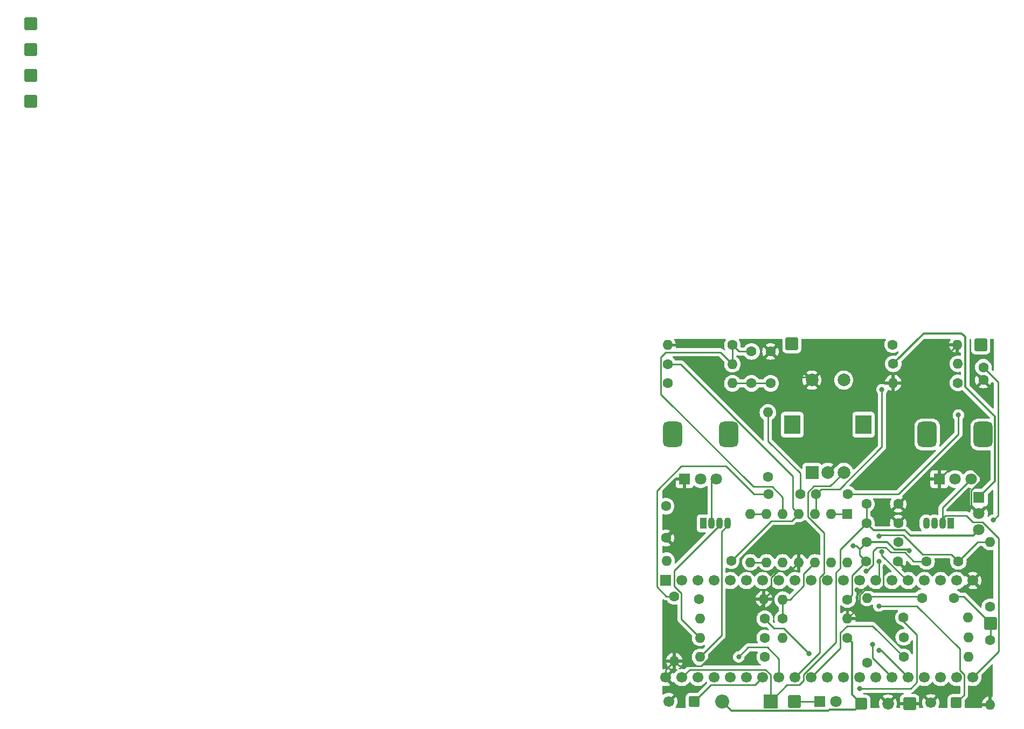
<source format=gbr>
%TF.GenerationSoftware,KiCad,Pcbnew,8.0.2-8.0.2-0~ubuntu22.04.1*%
%TF.CreationDate,2024-05-27T12:02:15+10:00*%
%TF.ProjectId,podal_1590b,706f6461-6c5f-4313-9539-30622e6b6963,0.3*%
%TF.SameCoordinates,Original*%
%TF.FileFunction,Copper,L1,Top*%
%TF.FilePolarity,Positive*%
%FSLAX46Y46*%
G04 Gerber Fmt 4.6, Leading zero omitted, Abs format (unit mm)*
G04 Created by KiCad (PCBNEW 8.0.2-8.0.2-0~ubuntu22.04.1) date 2024-05-27 12:02:15*
%MOMM*%
%LPD*%
G01*
G04 APERTURE LIST*
G04 Aperture macros list*
%AMRoundRect*
0 Rectangle with rounded corners*
0 $1 Rounding radius*
0 $2 $3 $4 $5 $6 $7 $8 $9 X,Y pos of 4 corners*
0 Add a 4 corners polygon primitive as box body*
4,1,4,$2,$3,$4,$5,$6,$7,$8,$9,$2,$3,0*
0 Add four circle primitives for the rounded corners*
1,1,$1+$1,$2,$3*
1,1,$1+$1,$4,$5*
1,1,$1+$1,$6,$7*
1,1,$1+$1,$8,$9*
0 Add four rect primitives between the rounded corners*
20,1,$1+$1,$2,$3,$4,$5,0*
20,1,$1+$1,$4,$5,$6,$7,0*
20,1,$1+$1,$6,$7,$8,$9,0*
20,1,$1+$1,$8,$9,$2,$3,0*%
G04 Aperture macros list end*
%TA.AperFunction,ComponentPad*%
%ADD10RoundRect,0.250000X-0.750000X-0.750000X0.750000X-0.750000X0.750000X0.750000X-0.750000X0.750000X0*%
%TD*%
%TA.AperFunction,ComponentPad*%
%ADD11R,2.200000X2.200000*%
%TD*%
%TA.AperFunction,ComponentPad*%
%ADD12O,2.200000X2.200000*%
%TD*%
%TA.AperFunction,ComponentPad*%
%ADD13R,1.070000X1.800000*%
%TD*%
%TA.AperFunction,ComponentPad*%
%ADD14O,1.070000X1.800000*%
%TD*%
%TA.AperFunction,ComponentPad*%
%ADD15C,1.600000*%
%TD*%
%TA.AperFunction,ComponentPad*%
%ADD16O,1.600000X1.600000*%
%TD*%
%TA.AperFunction,ComponentPad*%
%ADD17RoundRect,0.250000X0.750000X0.750000X-0.750000X0.750000X-0.750000X-0.750000X0.750000X-0.750000X0*%
%TD*%
%TA.AperFunction,ComponentPad*%
%ADD18R,1.800000X1.800000*%
%TD*%
%TA.AperFunction,ComponentPad*%
%ADD19C,1.800000*%
%TD*%
%TA.AperFunction,ComponentPad*%
%ADD20RoundRect,0.750000X0.750000X-1.250000X0.750000X1.250000X-0.750000X1.250000X-0.750000X-1.250000X0*%
%TD*%
%TA.AperFunction,ComponentPad*%
%ADD21RoundRect,0.250000X0.600000X0.600000X-0.600000X0.600000X-0.600000X-0.600000X0.600000X-0.600000X0*%
%TD*%
%TA.AperFunction,ComponentPad*%
%ADD22C,1.700000*%
%TD*%
%TA.AperFunction,ComponentPad*%
%ADD23R,2.000000X2.000000*%
%TD*%
%TA.AperFunction,ComponentPad*%
%ADD24C,2.000000*%
%TD*%
%TA.AperFunction,ComponentPad*%
%ADD25R,2.500000X3.000000*%
%TD*%
%TA.AperFunction,ComponentPad*%
%ADD26RoundRect,0.250000X-0.675000X-0.675000X0.675000X-0.675000X0.675000X0.675000X-0.675000X0.675000X0*%
%TD*%
%TA.AperFunction,ComponentPad*%
%ADD27C,1.850000*%
%TD*%
%TA.AperFunction,ComponentPad*%
%ADD28R,1.600000X1.600000*%
%TD*%
%TA.AperFunction,ComponentPad*%
%ADD29R,1.700000X1.700000*%
%TD*%
%TA.AperFunction,ViaPad*%
%ADD30C,0.800000*%
%TD*%
%TA.AperFunction,Conductor*%
%ADD31C,0.250000*%
%TD*%
%TA.AperFunction,Conductor*%
%ADD32C,0.300000*%
%TD*%
G04 APERTURE END LIST*
D10*
%TO.P,J7,1*%
%TO.N,N/C*%
X1775000Y-13675000D03*
%TD*%
%TO.P,J6,1,Pin_1*%
%TO.N,Net-(J6-Pin_1)*%
X1775000Y-9625000D03*
%TD*%
%TO.P,J2,1,Pin_1*%
%TO.N,Net-(J2-Pin_1)*%
X1775000Y-5575000D03*
%TD*%
%TO.P,J1,1*%
%TO.N,N/C*%
X1775000Y-1525000D03*
%TD*%
D11*
%TO.P,D2,1,K*%
%TO.N,/VCC*%
X118000000Y-108000000D03*
D12*
%TO.P,D2,2,A*%
%TO.N,Net-(BT1-+)*%
X110380000Y-108000000D03*
%TD*%
D13*
%TO.P,D3,1,RK*%
%TO.N,Net-(D3-RK)*%
X107460000Y-80000000D03*
D14*
%TO.P,D3,2,A*%
%TO.N,/3v3*%
X108730000Y-80000000D03*
%TO.P,D3,3,GK*%
%TO.N,Net-(D3-GK)*%
X110000000Y-80000000D03*
%TO.P,D3,4,BK*%
%TO.N,Net-(D3-BK)*%
X111270000Y-80000000D03*
%TD*%
D15*
%TO.P,R16,1*%
%TO.N,Net-(U1B--)*%
X133135033Y-101885273D03*
D16*
%TO.P,R16,2*%
%TO.N,Net-(C10-Pad1)*%
X133135033Y-91725273D03*
%TD*%
D15*
%TO.P,R13,1*%
%TO.N,/LED_2_G*%
X138920000Y-101000000D03*
D16*
%TO.P,R13,2*%
%TO.N,Net-(D4-GK)*%
X149080000Y-101000000D03*
%TD*%
D15*
%TO.P,C9,1*%
%TO.N,Net-(C9-Pad1)*%
X122641261Y-75392489D03*
%TO.P,C9,2*%
%TO.N,Net-(C9-Pad2)*%
X117641261Y-75392489D03*
%TD*%
%TO.P,R4,1*%
%TO.N,Net-(U1A-+)*%
X137184369Y-51938278D03*
D16*
%TO.P,R4,2*%
%TO.N,GND*%
X147344369Y-51938278D03*
%TD*%
D17*
%TO.P,J8,1*%
%TO.N,N/C*%
X121343000Y-51832521D03*
%TD*%
D15*
%TO.P,C7,1*%
%TO.N,Net-(C12-Pad2)*%
X147500000Y-86000000D03*
%TO.P,C7,2*%
%TO.N,Net-(U1C-+)*%
X142500000Y-86000000D03*
%TD*%
%TO.P,C10,1*%
%TO.N,Net-(C10-Pad1)*%
X141773178Y-91715983D03*
%TO.P,C10,2*%
%TO.N,Net-(J9-Pin_1)*%
X146773178Y-91715983D03*
%TD*%
%TO.P,R18,1*%
%TO.N,Net-(J9-Pin_1)*%
X152492686Y-98337906D03*
D16*
%TO.P,R18,2*%
%TO.N,GND*%
X152492686Y-108497906D03*
%TD*%
D15*
%TO.P,R19,1*%
%TO.N,+5V*%
X130080000Y-92000000D03*
D16*
%TO.P,R19,2*%
%TO.N,Net-(U1D-+)*%
X119920000Y-92000000D03*
%TD*%
D18*
%TO.P,D1,1,K*%
%TO.N,Net-(D1-K)*%
X125730000Y-108000000D03*
D19*
%TO.P,D1,2,A*%
%TO.N,Net-(D1-A)*%
X128270000Y-108000000D03*
%TD*%
D15*
%TO.P,R9,1*%
%TO.N,/LED_1_R*%
X117080000Y-95000000D03*
D16*
%TO.P,R9,2*%
%TO.N,Net-(D3-RK)*%
X106920000Y-95000000D03*
%TD*%
D15*
%TO.P,C3,1*%
%TO.N,GND*%
X138059677Y-76973138D03*
%TO.P,C3,2*%
%TO.N,/VCC*%
X133059677Y-76973138D03*
%TD*%
D10*
%TO.P,J9,1,Pin_1*%
%TO.N,Net-(J9-Pin_1)*%
X152544920Y-95704947D03*
%TD*%
%TO.P,J5,1,Pin_1*%
%TO.N,GND*%
X139834357Y-108332163D03*
%TD*%
D13*
%TO.P,D4,1,RK*%
%TO.N,Net-(D4-RK)*%
X146270000Y-80000000D03*
D14*
%TO.P,D4,2,A*%
%TO.N,/3v3*%
X145000000Y-80000000D03*
%TO.P,D4,3,GK*%
%TO.N,Net-(D4-GK)*%
X143730000Y-80000000D03*
%TO.P,D4,4,BK*%
%TO.N,Net-(D4-BK)*%
X142460000Y-80000000D03*
%TD*%
D15*
%TO.P,R22,1*%
%TO.N,/Right out*%
X152461572Y-93116935D03*
D16*
%TO.P,R22,2*%
%TO.N,Net-(C12-Pad2)*%
X152461572Y-82956935D03*
%TD*%
D15*
%TO.P,R7,1*%
%TO.N,+5V*%
X101840000Y-55000000D03*
D16*
%TO.P,R7,2*%
%TO.N,Net-(U1B-+)*%
X112000000Y-55000000D03*
%TD*%
D15*
%TO.P,R14,1*%
%TO.N,/LED_2_B*%
X138887232Y-94788600D03*
D16*
%TO.P,R14,2*%
%TO.N,Net-(D4-BK)*%
X149047232Y-94788600D03*
%TD*%
D18*
%TO.P,RV2,1,1*%
%TO.N,GND*%
X144500000Y-73050000D03*
D19*
%TO.P,RV2,2,2*%
%TO.N,Net-(A1-ADC_0)*%
X147000000Y-73050000D03*
%TO.P,RV2,3,3*%
%TO.N,/3v3*%
X149500000Y-73050000D03*
D20*
%TO.P,RV2,MP*%
%TO.N,N/C*%
X142600000Y-66050000D03*
X151400000Y-66050000D03*
%TD*%
D15*
%TO.P,R20,1*%
%TO.N,Net-(U1D-+)*%
X119920000Y-95000000D03*
D16*
%TO.P,R20,2*%
%TO.N,GND*%
X130080000Y-95000000D03*
%TD*%
D15*
%TO.P,R3,1*%
%TO.N,+5V*%
X137264369Y-54938278D03*
D16*
%TO.P,R3,2*%
%TO.N,Net-(U1A-+)*%
X147424369Y-54938278D03*
%TD*%
D15*
%TO.P,C11,1*%
%TO.N,GND*%
X118000000Y-53000000D03*
%TO.P,C11,2*%
%TO.N,Net-(C11-Pad2)*%
X118000000Y-58000000D03*
%TD*%
%TO.P,R8,1*%
%TO.N,Net-(U1B-+)*%
X112000000Y-52000000D03*
D16*
%TO.P,R8,2*%
%TO.N,GND*%
X101840000Y-52000000D03*
%TD*%
D18*
%TO.P,RV1,1,1*%
%TO.N,GND*%
X104500000Y-73050000D03*
D19*
%TO.P,RV1,2,2*%
%TO.N,Net-(A1-ADC_6)*%
X107000000Y-73050000D03*
%TO.P,RV1,3,3*%
%TO.N,/3v3*%
X109500000Y-73050000D03*
D20*
%TO.P,RV1,MP*%
%TO.N,N/C*%
X102600000Y-66050000D03*
X111400000Y-66050000D03*
%TD*%
D15*
%TO.P,R12,1*%
%TO.N,/LED_2_R*%
X138920000Y-97914528D03*
D16*
%TO.P,R12,2*%
%TO.N,Net-(D4-RK)*%
X149080000Y-97914528D03*
%TD*%
D15*
%TO.P,R10,1*%
%TO.N,/LED_1_G*%
X117080000Y-98000000D03*
D16*
%TO.P,R10,2*%
%TO.N,Net-(D3-GK)*%
X106920000Y-98000000D03*
%TD*%
D21*
%TO.P,SW1,1,1*%
%TO.N,Net-(A1-SAI2_FS)*%
X106000000Y-108000000D03*
D22*
%TO.P,SW1,2,2*%
%TO.N,GND*%
X102000000Y-108000000D03*
%TD*%
D15*
%TO.P,R1,1*%
%TO.N,Net-(BT1-+)*%
X130080000Y-98000000D03*
D16*
%TO.P,R1,2*%
%TO.N,Net-(D1-A)*%
X119920000Y-98000000D03*
%TD*%
D15*
%TO.P,C6,1*%
%TO.N,GND*%
X138000000Y-86000000D03*
%TO.P,C6,2*%
%TO.N,+5V*%
X133000000Y-86000000D03*
%TD*%
%TO.P,C4,1*%
%TO.N,GND*%
X138059677Y-79973138D03*
%TO.P,C4,2*%
%TO.N,/VCC*%
X133059677Y-79973138D03*
%TD*%
D17*
%TO.P,J4,1,Pin_1*%
%TO.N,Net-(J4-Pin_1)*%
X151000000Y-52000000D03*
%TD*%
D23*
%TO.P,SW3,A,A*%
%TO.N,Net-(A1-SAI2_SD_A)*%
X124500000Y-72000000D03*
D24*
%TO.P,SW3,B,B*%
%TO.N,Net-(A1-SAI2_SD_B)*%
X129500000Y-72000000D03*
%TO.P,SW3,C,C*%
%TO.N,GND*%
X127000000Y-72000000D03*
D25*
%TO.P,SW3,MP*%
%TO.N,N/C*%
X121400000Y-64500000D03*
X132600000Y-64500000D03*
D24*
%TO.P,SW3,S1,S1*%
%TO.N,GND*%
X124500000Y-57500000D03*
%TO.P,SW3,S2,S2*%
%TO.N,/ENC_CLICK*%
X129500000Y-57500000D03*
%TD*%
D15*
%TO.P,C12,1*%
%TO.N,GND*%
X101576468Y-82302941D03*
%TO.P,C12,2*%
%TO.N,Net-(C12-Pad2)*%
X101576468Y-77302941D03*
%TD*%
%TO.P,C8,1*%
%TO.N,Net-(C11-Pad2)*%
X115000000Y-58000000D03*
%TO.P,C8,2*%
%TO.N,Net-(U1B-+)*%
X115000000Y-53000000D03*
%TD*%
%TO.P,R2,1*%
%TO.N,Net-(J4-Pin_1)*%
X147424369Y-57938278D03*
D16*
%TO.P,R2,2*%
%TO.N,GND*%
X137264369Y-57938278D03*
%TD*%
D15*
%TO.P,R11,1*%
%TO.N,/LED_1_B*%
X117080000Y-101000000D03*
D16*
%TO.P,R11,2*%
%TO.N,Net-(D3-BK)*%
X106920000Y-101000000D03*
%TD*%
D10*
%TO.P,J3,1,Pin_1*%
%TO.N,Net-(D1-K)*%
X121717602Y-108046503D03*
%TD*%
D15*
%TO.P,R5,1*%
%TO.N,+5V*%
X111834916Y-85877458D03*
D16*
%TO.P,R5,2*%
%TO.N,Net-(U1C-+)*%
X101674916Y-85877458D03*
%TD*%
D26*
%TO.P,BT1,1,+*%
%TO.N,Net-(BT1-+)*%
X132234097Y-108341084D03*
D27*
%TO.P,BT1,2,-*%
%TO.N,GND*%
X136434097Y-108341084D03*
%TD*%
D15*
%TO.P,R17,1*%
%TO.N,Net-(C9-Pad2)*%
X102868752Y-91475009D03*
D16*
%TO.P,R17,2*%
%TO.N,GND*%
X102868752Y-101635009D03*
%TD*%
D15*
%TO.P,R15,1*%
%TO.N,Net-(U1C--)*%
X117578672Y-72743604D03*
D16*
%TO.P,R15,2*%
%TO.N,Net-(C9-Pad1)*%
X117578672Y-62583604D03*
%TD*%
D15*
%TO.P,R21,1*%
%TO.N,/Left out*%
X101840000Y-58000000D03*
D16*
%TO.P,R21,2*%
%TO.N,Net-(C11-Pad2)*%
X112000000Y-58000000D03*
%TD*%
D15*
%TO.P,C5,1*%
%TO.N,GND*%
X138059677Y-82973138D03*
%TO.P,C5,2*%
%TO.N,+5V*%
X133059677Y-82973138D03*
%TD*%
D28*
%TO.P,U1,1*%
%TO.N,/Left in*%
X130066294Y-78523539D03*
D16*
%TO.P,U1,2,-*%
X127526294Y-78523539D03*
%TO.P,U1,3,+*%
%TO.N,Net-(U1A-+)*%
X124986294Y-78523539D03*
%TO.P,U1,4,V+*%
%TO.N,+5V*%
X122446294Y-78523539D03*
%TO.P,U1,5,+*%
%TO.N,Net-(U1B-+)*%
X119906294Y-78523539D03*
%TO.P,U1,6,-*%
%TO.N,Net-(U1B--)*%
X117366294Y-78523539D03*
%TO.P,U1,7*%
X114826294Y-78523539D03*
%TO.P,U1,8*%
%TO.N,Net-(U1C--)*%
X114826294Y-86143539D03*
%TO.P,U1,9,-*%
X117366294Y-86143539D03*
%TO.P,U1,10,+*%
%TO.N,Net-(U1C-+)*%
X119906294Y-86143539D03*
%TO.P,U1,11,V-*%
%TO.N,GND*%
X122446294Y-86143539D03*
%TO.P,U1,12,+*%
%TO.N,Net-(U1D-+)*%
X124986294Y-86143539D03*
%TO.P,U1,13,-*%
%TO.N,Net-(U1D--)*%
X127526294Y-86143539D03*
%TO.P,U1,14*%
X130066294Y-86143539D03*
%TD*%
D15*
%TO.P,C2,1*%
%TO.N,Net-(J4-Pin_1)*%
X130162851Y-75428426D03*
%TO.P,C2,2*%
%TO.N,Net-(U1A-+)*%
X125162851Y-75428426D03*
%TD*%
D21*
%TO.P,SW2,1,1*%
%TO.N,Net-(A1-SAI2_SCK)*%
X147168626Y-108207141D03*
D22*
%TO.P,SW2,2,2*%
%TO.N,GND*%
X143168626Y-108207141D03*
%TD*%
D15*
%TO.P,R6,1*%
%TO.N,Net-(U1C-+)*%
X106792500Y-91889742D03*
D16*
%TO.P,R6,2*%
%TO.N,GND*%
X116952500Y-91889742D03*
%TD*%
D15*
%TO.P,C1,1*%
%TO.N,/VCC*%
X151425383Y-55481020D03*
%TO.P,C1,2*%
%TO.N,GND*%
X151425383Y-57481020D03*
%TD*%
D29*
%TO.P,A1,1,USB_ID*%
%TO.N,unconnected-(A1-USB_ID-Pad1)*%
X101520000Y-89000000D03*
D22*
%TO.P,A1,2,SD_DATA_3*%
%TO.N,unconnected-(A1-SD_DATA_3-Pad2)*%
X104060000Y-89000000D03*
%TO.P,A1,3,SD_DATA_2*%
%TO.N,unconnected-(A1-SD_DATA_2-Pad3)*%
X106600000Y-89000000D03*
%TO.P,A1,4,SD_DATA_1*%
%TO.N,unconnected-(A1-SD_DATA_1-Pad4)*%
X109140000Y-89000000D03*
%TO.P,A1,5,SD_DATA_0*%
%TO.N,unconnected-(A1-SD_DATA_0-Pad5)*%
X111680000Y-89000000D03*
%TO.P,A1,6,SD_CMD*%
%TO.N,unconnected-(A1-SD_CMD-Pad6)*%
X114220000Y-89000000D03*
%TO.P,A1,7,SD_CLK*%
%TO.N,unconnected-(A1-SD_CLK-Pad7)*%
X116760000Y-89000000D03*
%TO.P,A1,8,SPI1_CS*%
%TO.N,unconnected-(A1-SPI1_CS-Pad8)*%
X119300000Y-89000000D03*
%TO.P,A1,9,SPI1_SCK*%
%TO.N,unconnected-(A1-SPI1_SCK-Pad9)*%
X121840000Y-89000000D03*
%TO.P,A1,10,SPI1_POCI*%
%TO.N,unconnected-(A1-SPI1_POCI-Pad10)*%
X124380000Y-89000000D03*
%TO.P,A1,11,SPI1_PICO*%
%TO.N,unconnected-(A1-SPI1_PICO-Pad11)*%
X126920000Y-89000000D03*
%TO.P,A1,12,I2C1_SCL*%
%TO.N,unconnected-(A1-I2C1_SCL-Pad12)*%
X129460000Y-89000000D03*
%TO.P,A1,13,I2C1_SDA*%
%TO.N,unconnected-(A1-I2C1_SDA-Pad13)*%
X132000000Y-89000000D03*
%TO.P,A1,14,USART1_TX*%
%TO.N,/ENC_CLICK*%
X134540000Y-89000000D03*
%TO.P,A1,15,USART1_RX*%
%TO.N,unconnected-(A1-USART1_RX-Pad15)*%
X137080000Y-89000000D03*
%TO.P,A1,16,AUDIO_IN_1*%
%TO.N,/Left in*%
X139620000Y-89000000D03*
%TO.P,A1,17,AUDIO_IN_2*%
%TO.N,unconnected-(A1-AUDIO_IN_2-Pad17)*%
X142160000Y-89000000D03*
%TO.P,A1,18,AUDIO_OUT_1*%
%TO.N,/Left out*%
X144700000Y-89000000D03*
%TO.P,A1,19,AUDIO_OUT_2*%
%TO.N,/Right out*%
X147240000Y-89000000D03*
%TO.P,A1,20,AGND*%
%TO.N,GND*%
X149780000Y-89000000D03*
%TO.P,A1,21,3V3_A*%
%TO.N,/3v3*%
X149780000Y-104240000D03*
%TO.P,A1,22,ADC_0*%
%TO.N,Net-(A1-ADC_0)*%
X147240000Y-104240000D03*
%TO.P,A1,23,ADC_1*%
%TO.N,unconnected-(A1-ADC_1-Pad23)*%
X144700000Y-104240000D03*
%TO.P,A1,24,ADC_2*%
%TO.N,/LED_2_R*%
X142160000Y-104240000D03*
%TO.P,A1,25,ADC_3*%
%TO.N,/LED_1_B*%
X139620000Y-104240000D03*
%TO.P,A1,26,ADC_4*%
%TO.N,/LED_1_G*%
X137080000Y-104240000D03*
%TO.P,A1,27,ADC_5*%
%TO.N,/LED_1_R*%
X134540000Y-104240000D03*
%TO.P,A1,28,ADC_6*%
%TO.N,Net-(A1-ADC_6)*%
X132000000Y-104240000D03*
%TO.P,A1,29,DAC_OUT2*%
%TO.N,unconnected-(A1-DAC_OUT2-Pad29)*%
X129460000Y-104240000D03*
%TO.P,A1,30,DAC_OUT1*%
%TO.N,/LED_2_B*%
X126920000Y-104240000D03*
%TO.P,A1,31,SAI2_MCLK*%
%TO.N,/LED_2_G*%
X124380000Y-104240000D03*
%TO.P,A1,32,SAI2_SD_B*%
%TO.N,Net-(A1-SAI2_SD_B)*%
X121840000Y-104240000D03*
%TO.P,A1,33,SAI2_SD_A*%
%TO.N,Net-(A1-SAI2_SD_A)*%
X119300000Y-104240000D03*
%TO.P,A1,34,SAI2_FS*%
%TO.N,Net-(A1-SAI2_FS)*%
X116760000Y-104240000D03*
%TO.P,A1,35,SAI2_SCK*%
%TO.N,Net-(A1-SAI2_SCK)*%
X114220000Y-104240000D03*
%TO.P,A1,36,USB_D_-*%
%TO.N,unconnected-(A1-USB_D_--Pad36)*%
X111680000Y-104240000D03*
%TO.P,A1,37,USB_D_+*%
%TO.N,unconnected-(A1-USB_D_+-Pad37)*%
X109140000Y-104240000D03*
%TO.P,A1,38,3V3_D*%
%TO.N,unconnected-(A1-3V3_D-Pad38)*%
X106600000Y-104240000D03*
%TO.P,A1,39,VIN*%
%TO.N,/VCC*%
X104060000Y-104240000D03*
%TO.P,A1,40,DGND*%
%TO.N,GND*%
X101520000Y-104240000D03*
%TD*%
D18*
%TO.P,U2,1,VO*%
%TO.N,+5V*%
X150720433Y-75940131D03*
D19*
%TO.P,U2,2,GND*%
%TO.N,GND*%
X150720433Y-78480131D03*
%TO.P,U2,3,VI*%
%TO.N,/VCC*%
X150720433Y-81020131D03*
%TD*%
D30*
%TO.N,/ENC_CLICK*%
X135000000Y-86000000D03*
%TO.N,/Left in*%
X135487347Y-84487347D03*
%TO.N,GND*%
X136000000Y-87000000D03*
X131550000Y-90500000D03*
X137000000Y-97500000D03*
X130250000Y-61250000D03*
%TO.N,/LED_1_B*%
X135000000Y-100000000D03*
%TO.N,/LED_1_G*%
X134000000Y-99000000D03*
%TO.N,/LED_1_R*%
X124000000Y-100500000D03*
%TO.N,/LED_2_B*%
X132000000Y-106000000D03*
%TO.N,Net-(A1-SAI2_SD_A)*%
X113000000Y-101000000D03*
%TO.N,Net-(A1-SAI2_SCK)*%
X135000000Y-93000000D03*
%TO.N,/VCC*%
X153000000Y-79500000D03*
%TO.N,+5V*%
X131000000Y-83500000D03*
X139810000Y-84275000D03*
%TO.N,Net-(J4-Pin_1)*%
X147500000Y-63000000D03*
%TO.N,Net-(U1A-+)*%
X135500000Y-59000000D03*
%TO.N,Net-(U1C-+)*%
X133000000Y-87500000D03*
%TO.N,Net-(C12-Pad2)*%
X135000000Y-82000000D03*
%TD*%
D31*
%TO.N,/ENC_CLICK*%
X135000000Y-88540000D02*
X134540000Y-89000000D01*
X135000000Y-86000000D02*
X135000000Y-88540000D01*
%TO.N,/Left in*%
X135487347Y-84487347D02*
X135487347Y-85078338D01*
X130066294Y-78523539D02*
X127526294Y-78523539D01*
X135487347Y-85078338D02*
X139409009Y-89000000D01*
X139409009Y-89000000D02*
X139620000Y-89000000D01*
%TO.N,GND*%
X102868752Y-101631248D02*
X101520000Y-102980000D01*
X118125000Y-88513299D02*
X119138299Y-87500000D01*
X149495433Y-77165131D02*
X149495433Y-74786979D01*
X150720433Y-78390131D02*
X149495433Y-77165131D01*
X101520000Y-102980000D02*
X101520000Y-104240000D01*
X101576468Y-82302941D02*
X101576468Y-82076468D01*
X132384657Y-90884657D02*
X132769314Y-90500000D01*
X102868752Y-101635009D02*
X103668751Y-102435008D01*
X118125000Y-90717242D02*
X118125000Y-88513299D01*
X134500000Y-95000000D02*
X130080000Y-95000000D01*
X132000000Y-90500000D02*
X132384657Y-90884657D01*
X124500000Y-57500000D02*
X124500000Y-57000000D01*
X133561722Y-57938278D02*
X137264369Y-57938278D01*
X101576468Y-82076468D02*
X101500000Y-82000000D01*
X104500000Y-79000000D02*
X104500000Y-73050000D01*
X135715000Y-89785000D02*
X135715000Y-87285000D01*
X149182412Y-71000000D02*
X146550000Y-71000000D01*
X137264369Y-57938278D02*
X141344369Y-57938278D01*
X151000000Y-73282412D02*
X151000000Y-72817588D01*
X135715000Y-87285000D02*
X136000000Y-87000000D01*
X116952500Y-92558491D02*
X116952500Y-91889742D01*
X149495433Y-74786979D02*
X151000000Y-73282412D01*
X124500000Y-57000000D02*
X122000000Y-57000000D01*
X150720433Y-78480131D02*
X150720433Y-78390131D01*
X102868752Y-101635009D02*
X102868752Y-101631248D01*
X121089833Y-87500000D02*
X122446294Y-86143539D01*
X132769314Y-90500000D02*
X135000000Y-90500000D01*
X122000000Y-57000000D02*
X118000000Y-53000000D01*
X146550000Y-71000000D02*
X144500000Y-73050000D01*
X151000000Y-72817588D02*
X149182412Y-71000000D01*
X119138299Y-87500000D02*
X121089833Y-87500000D01*
X130080000Y-95000000D02*
X132010033Y-93069967D01*
X137000000Y-97500000D02*
X134500000Y-95000000D01*
X116952500Y-91889742D02*
X118125000Y-90717242D01*
X132010033Y-93069967D02*
X132010033Y-91259282D01*
X135000000Y-90500000D02*
X135715000Y-89785000D01*
X141344369Y-57938278D02*
X147344369Y-51938278D01*
X132010033Y-91259282D02*
X132384657Y-90884657D01*
X101500000Y-82000000D02*
X104500000Y-79000000D01*
X107075983Y-102435008D02*
X116952500Y-92558491D01*
X131550000Y-90500000D02*
X132000000Y-90500000D01*
X130250000Y-61250000D02*
X133561722Y-57938278D01*
X103668751Y-102435008D02*
X107075983Y-102435008D01*
%TO.N,/3v3*%
X149795131Y-79795131D02*
X151295131Y-79795131D01*
X109500000Y-73050000D02*
X109050000Y-73050000D01*
X145000000Y-79185000D02*
X145410000Y-78775000D01*
X153869920Y-100150080D02*
X149780000Y-104240000D01*
X145000000Y-77550000D02*
X145000000Y-80000000D01*
X149500000Y-73050000D02*
X145000000Y-77550000D01*
X109050000Y-73050000D02*
X109000000Y-73000000D01*
X109000000Y-73000000D02*
X108730000Y-73270000D01*
X108730000Y-73270000D02*
X108730000Y-80000000D01*
X153869920Y-82369920D02*
X153869920Y-100150080D01*
X145410000Y-78775000D02*
X148775000Y-78775000D01*
X151295131Y-79795131D02*
X153869920Y-82369920D01*
X148775000Y-78775000D02*
X149795131Y-79795131D01*
X145000000Y-80000000D02*
X145000000Y-79185000D01*
%TO.N,/LED_1_B*%
X135380000Y-100000000D02*
X139620000Y-104240000D01*
X135000000Y-100000000D02*
X135380000Y-100000000D01*
%TO.N,/LED_1_G*%
X134000000Y-101160000D02*
X137080000Y-104240000D01*
X134000000Y-99000000D02*
X134000000Y-101160000D01*
%TO.N,/LED_1_R*%
X117080000Y-95000000D02*
X117000000Y-95000000D01*
X118500000Y-96500000D02*
X120010991Y-96500000D01*
X117000000Y-95000000D02*
X118500000Y-96500000D01*
X124000000Y-100489009D02*
X124000000Y-100500000D01*
X120010991Y-96500000D02*
X124000000Y-100489009D01*
%TO.N,/LED_2_B*%
X140985000Y-97522764D02*
X138569034Y-95106798D01*
X140000000Y-106000000D02*
X141000000Y-105000000D01*
X141000000Y-105000000D02*
X140985000Y-104985000D01*
X132000000Y-106000000D02*
X140000000Y-106000000D01*
X140985000Y-104985000D02*
X140985000Y-97522764D01*
%TO.N,/LED_2_G*%
X128955000Y-99665000D02*
X124380000Y-104240000D01*
X134045000Y-96125000D02*
X130000000Y-96125000D01*
X130000000Y-96125000D02*
X128955000Y-97170000D01*
X138920000Y-101000000D02*
X134045000Y-96125000D01*
X128955000Y-97170000D02*
X128955000Y-99665000D01*
%TO.N,Net-(A1-SAI2_SD_B)*%
X123861294Y-78989530D02*
X126401294Y-81529530D01*
X125745000Y-88513299D02*
X125745000Y-100335000D01*
X123861294Y-75138992D02*
X123861294Y-78989530D01*
X126401294Y-81529530D02*
X126401294Y-87857005D01*
X124821859Y-74178427D02*
X123861294Y-75138992D01*
X127321573Y-74178427D02*
X124821859Y-74178427D01*
X125745000Y-100335000D02*
X121840000Y-104240000D01*
X129500000Y-72000000D02*
X127321573Y-74178427D01*
X126401294Y-87857005D02*
X125745000Y-88513299D01*
%TO.N,Net-(A1-SAI2_SD_A)*%
X114500000Y-99500000D02*
X117500000Y-99500000D01*
X113000000Y-101000000D02*
X114500000Y-99500000D01*
X119300000Y-101300000D02*
X119300000Y-104240000D01*
X117500000Y-99500000D02*
X119300000Y-101300000D01*
%TO.N,Net-(A1-SAI2_FS)*%
X115585000Y-105415000D02*
X116760000Y-104240000D01*
X106000000Y-108000000D02*
X108585000Y-105415000D01*
X108585000Y-105415000D02*
X115585000Y-105415000D01*
%TO.N,Net-(A1-SAI2_SCK)*%
X135000000Y-93000000D02*
X141000000Y-93000000D01*
X147726701Y-99726701D02*
X147726701Y-103065000D01*
X148415000Y-106960767D02*
X147168626Y-108207141D01*
X147726701Y-103065000D02*
X148415000Y-103753299D01*
X141000000Y-93000000D02*
X147726701Y-99726701D01*
X148415000Y-103753299D02*
X148415000Y-106960767D01*
%TO.N,/VCC*%
X153725000Y-57780637D02*
X153725000Y-78775000D01*
X123205000Y-104726701D02*
X123205000Y-103753299D01*
X118000000Y-103818299D02*
X118000000Y-108000000D01*
X128285000Y-98673299D02*
X128285000Y-87715000D01*
X120585000Y-105415000D02*
X122516701Y-105415000D01*
X151425383Y-55481020D02*
X153725000Y-57780637D01*
D32*
X150720433Y-81020131D02*
X149820433Y-81920131D01*
D31*
X122516701Y-105415000D02*
X123205000Y-104726701D01*
X105300000Y-103000000D02*
X117181701Y-103000000D01*
X128941294Y-87058706D02*
X128941294Y-84091521D01*
X117181701Y-103000000D02*
X118000000Y-103818299D01*
X128285000Y-87715000D02*
X128941294Y-87058706D01*
X118000000Y-108000000D02*
X120585000Y-105415000D01*
X104060000Y-104240000D02*
X105300000Y-103000000D01*
X128941294Y-84091521D02*
X133059677Y-79973138D01*
D32*
X139123138Y-81123138D02*
X134209677Y-81123138D01*
X139920131Y-81920131D02*
X139123138Y-81123138D01*
D31*
X123205000Y-103753299D02*
X128285000Y-98673299D01*
D32*
X149820433Y-81920131D02*
X139920131Y-81920131D01*
X134209677Y-81123138D02*
X133059677Y-79973138D01*
D31*
X153725000Y-78775000D02*
X153000000Y-79500000D01*
X133059677Y-76973138D02*
X133059677Y-79973138D01*
D32*
%TO.N,Net-(BT1-+)*%
X111830000Y-109450000D02*
X110380000Y-108000000D01*
X127050000Y-109450000D02*
X111830000Y-109450000D01*
X130800000Y-106906987D02*
X130800000Y-98720000D01*
X127250000Y-109250000D02*
X127050000Y-109450000D01*
X130800000Y-98720000D02*
X130080000Y-98000000D01*
X131325181Y-109250000D02*
X127250000Y-109250000D01*
X132234097Y-108341084D02*
X131325181Y-109250000D01*
X132234097Y-108341084D02*
X130800000Y-106906987D01*
%TO.N,+5V*%
X139810000Y-84275000D02*
X139658138Y-84123138D01*
X142052647Y-50150000D02*
X137264369Y-54938278D01*
D31*
X133000000Y-86000000D02*
X130825000Y-88175000D01*
X130825000Y-91255000D02*
X130080000Y-92000000D01*
D32*
X139658138Y-84123138D02*
X137471666Y-84123138D01*
D31*
X132000000Y-85000000D02*
X133000000Y-86000000D01*
X122446294Y-78523539D02*
X121321294Y-79648539D01*
X121321294Y-79648539D02*
X118063835Y-79648539D01*
X131467185Y-83500000D02*
X132000000Y-84032815D01*
D32*
X153250000Y-63250000D02*
X148574369Y-58574369D01*
D31*
X130825000Y-88175000D02*
X130825000Y-91255000D01*
D32*
X148574369Y-50724369D02*
X148000000Y-50150000D01*
D31*
X131000000Y-83500000D02*
X131467185Y-83500000D01*
X133059677Y-82973138D02*
X132000000Y-84032815D01*
D32*
X153250000Y-73410564D02*
X153250000Y-63250000D01*
D31*
X121516261Y-77593506D02*
X122446294Y-78523539D01*
X132000000Y-84032815D02*
X132000000Y-85000000D01*
X118063835Y-79648539D02*
X111834916Y-85877458D01*
X101840000Y-55000000D02*
X103870282Y-55000000D01*
X103870282Y-55000000D02*
X121516261Y-72645979D01*
D32*
X148000000Y-50150000D02*
X142052647Y-50150000D01*
X137471666Y-84123138D02*
X136321666Y-82973138D01*
X148574369Y-58574369D02*
X148574369Y-50724369D01*
X136321666Y-82973138D02*
X133059677Y-82973138D01*
X150720433Y-75940131D02*
X153250000Y-73410564D01*
D31*
X121516261Y-72645979D02*
X121516261Y-77593506D01*
%TO.N,Net-(J4-Pin_1)*%
X130162851Y-75428426D02*
X138071574Y-75428426D01*
X138071574Y-75428426D02*
X147424369Y-66075631D01*
X147424369Y-66075631D02*
X147500000Y-66000000D01*
X147500000Y-66000000D02*
X147500000Y-63000000D01*
%TO.N,Net-(U1A-+)*%
X128871573Y-74628427D02*
X135500000Y-68000000D01*
X125162851Y-75428426D02*
X125162851Y-78346982D01*
X125162851Y-75428426D02*
X125962850Y-74628427D01*
X125162851Y-78346982D02*
X124986294Y-78523539D01*
X135500000Y-68000000D02*
X135500000Y-59000000D01*
X125962850Y-74628427D02*
X128871573Y-74628427D01*
%TO.N,Net-(D1-K)*%
X125730000Y-108000000D02*
X121764105Y-108000000D01*
X121764105Y-108000000D02*
X121717602Y-108046503D01*
%TO.N,Net-(D3-GK)*%
X110000000Y-80311224D02*
X110000000Y-80000000D01*
X102885000Y-89885000D02*
X102885000Y-87426224D01*
X103993752Y-95073752D02*
X103993752Y-90993752D01*
X103993752Y-90993752D02*
X102885000Y-89885000D01*
X106920000Y-98000000D02*
X103993752Y-95073752D01*
X102885000Y-87426224D02*
X110000000Y-80311224D01*
%TO.N,Net-(D3-BK)*%
X106920000Y-101000000D02*
X110315000Y-97605000D01*
X111270000Y-80365000D02*
X111270000Y-80000000D01*
X110315000Y-97605000D02*
X110315000Y-81320000D01*
X110315000Y-81320000D02*
X111270000Y-80365000D01*
%TO.N,Net-(U1C-+)*%
X134737653Y-83762347D02*
X136024999Y-83762347D01*
X136024999Y-83762347D02*
X136860790Y-84598138D01*
X133090991Y-87500000D02*
X134125000Y-86465991D01*
X142500000Y-86000000D02*
X143000000Y-86000000D01*
X140475475Y-86000000D02*
X142500000Y-86000000D01*
X139073613Y-84598138D02*
X140475475Y-86000000D01*
X133000000Y-87500000D02*
X133090991Y-87500000D01*
X134125000Y-84375000D02*
X134737653Y-83762347D01*
X136860790Y-84598138D02*
X139073613Y-84598138D01*
X134125000Y-86465991D02*
X134125000Y-84375000D01*
%TO.N,Net-(U1B-+)*%
X112000000Y-52000000D02*
X112000000Y-55000000D01*
X113000000Y-53000000D02*
X112000000Y-52000000D01*
X118267489Y-74267489D02*
X119906294Y-75906294D01*
X119906294Y-75906294D02*
X119906294Y-78523539D01*
X100715000Y-53910000D02*
X100715000Y-59715000D01*
X101500000Y-53125000D02*
X100715000Y-53910000D01*
X112000000Y-55000000D02*
X110125000Y-53125000D01*
X115267489Y-74267489D02*
X118267489Y-74267489D01*
X110125000Y-53125000D02*
X101500000Y-53125000D01*
X100715000Y-59715000D02*
X115267489Y-74267489D01*
X115000000Y-53000000D02*
X113000000Y-53000000D01*
%TO.N,Net-(J9-Pin_1)*%
X146998985Y-91500000D02*
X146609243Y-91889742D01*
X152500000Y-98500000D02*
X152544920Y-98455080D01*
X152492686Y-98337906D02*
X152492686Y-98492686D01*
X152544920Y-95704947D02*
X148339973Y-91500000D01*
X152492686Y-98492686D02*
X152500000Y-98500000D01*
X148339973Y-91500000D02*
X146998985Y-91500000D01*
X152544920Y-98455080D02*
X152544920Y-95704947D01*
%TO.N,Net-(C9-Pad1)*%
X117578672Y-62583604D02*
X117578672Y-67078672D01*
X117578672Y-67078672D02*
X122641261Y-72141261D01*
X122641261Y-72141261D02*
X122641261Y-75392489D01*
%TO.N,Net-(C9-Pad2)*%
X101600009Y-91475009D02*
X102868752Y-91475009D01*
X117641261Y-75392489D02*
X115392489Y-75392489D01*
X115392489Y-75392489D02*
X111000000Y-71000000D01*
X111000000Y-71000000D02*
X104000000Y-71000000D01*
X100125000Y-90000000D02*
X101600009Y-91475009D01*
X104000000Y-71000000D02*
X100125000Y-74875000D01*
X100125000Y-74875000D02*
X100125000Y-90000000D01*
%TO.N,Net-(C10-Pad1)*%
X141609243Y-91889742D02*
X141219501Y-91500000D01*
X133360306Y-91500000D02*
X133135033Y-91725273D01*
X141219501Y-91500000D02*
X133360306Y-91500000D01*
%TO.N,Net-(U1C--)*%
X117366294Y-86143539D02*
X114826294Y-86143539D01*
%TO.N,Net-(U1B--)*%
X117366294Y-78523539D02*
X114826294Y-78523539D01*
%TO.N,Net-(U1D-+)*%
X119920000Y-94920000D02*
X119920000Y-92000000D01*
X123205000Y-87924833D02*
X124986294Y-86143539D01*
X121051370Y-92000000D02*
X123205000Y-89846370D01*
X119920000Y-92000000D02*
X121051370Y-92000000D01*
X123205000Y-89846370D02*
X123205000Y-87924833D01*
X119920000Y-95000000D02*
X120000000Y-95000000D01*
X120000000Y-95000000D02*
X119920000Y-94920000D01*
%TO.N,Net-(C12-Pad2)*%
X138848138Y-81848138D02*
X141875000Y-84875000D01*
X135151862Y-81848138D02*
X138848138Y-81848138D01*
X150543065Y-82956935D02*
X147500000Y-86000000D01*
X146375000Y-84875000D02*
X147500000Y-86000000D01*
X152461572Y-82956935D02*
X150543065Y-82956935D01*
X135000000Y-82000000D02*
X135151862Y-81848138D01*
X141875000Y-84875000D02*
X146375000Y-84875000D01*
%TO.N,Net-(C11-Pad2)*%
X115000000Y-58000000D02*
X118000000Y-58000000D01*
X112000000Y-58000000D02*
X115000000Y-58000000D01*
%TD*%
%TA.AperFunction,Conductor*%
%TO.N,GND*%
G36*
X102634925Y-105001373D02*
G01*
X102688119Y-104925405D01*
X102742696Y-104881781D01*
X102812195Y-104874588D01*
X102874549Y-104906110D01*
X102891269Y-104925405D01*
X103021505Y-105111401D01*
X103188599Y-105278495D01*
X103285384Y-105346265D01*
X103382165Y-105414032D01*
X103382167Y-105414033D01*
X103382170Y-105414035D01*
X103596337Y-105513903D01*
X103596343Y-105513904D01*
X103596344Y-105513905D01*
X103607798Y-105516974D01*
X103824592Y-105575063D01*
X103997159Y-105590161D01*
X104059999Y-105595659D01*
X104060000Y-105595659D01*
X104060001Y-105595659D01*
X104099234Y-105592226D01*
X104295408Y-105575063D01*
X104523663Y-105513903D01*
X104737830Y-105414035D01*
X104931401Y-105278495D01*
X105098495Y-105111401D01*
X105228425Y-104925842D01*
X105283002Y-104882217D01*
X105352500Y-104875023D01*
X105414855Y-104906546D01*
X105431575Y-104925842D01*
X105561500Y-105111395D01*
X105561505Y-105111401D01*
X105728599Y-105278495D01*
X105825384Y-105346265D01*
X105922165Y-105414032D01*
X105922167Y-105414033D01*
X105922170Y-105414035D01*
X106136337Y-105513903D01*
X106136343Y-105513904D01*
X106136344Y-105513905D01*
X106147798Y-105516974D01*
X106364592Y-105575063D01*
X106537159Y-105590161D01*
X106599999Y-105595659D01*
X106600000Y-105595659D01*
X106600001Y-105595659D01*
X106639234Y-105592226D01*
X106835408Y-105575063D01*
X107063663Y-105513903D01*
X107277830Y-105414035D01*
X107471401Y-105278495D01*
X107638495Y-105111401D01*
X107768425Y-104925842D01*
X107823002Y-104882217D01*
X107892500Y-104875023D01*
X107954855Y-104906546D01*
X107971576Y-104925843D01*
X108001673Y-104968827D01*
X108024000Y-105035033D01*
X108006988Y-105102800D01*
X107987778Y-105127630D01*
X106502227Y-106613181D01*
X106440904Y-106646666D01*
X106414546Y-106649500D01*
X105349998Y-106649500D01*
X105349981Y-106649501D01*
X105247203Y-106660000D01*
X105247200Y-106660001D01*
X105080668Y-106715185D01*
X105080663Y-106715187D01*
X104931342Y-106807289D01*
X104807289Y-106931342D01*
X104715187Y-107080663D01*
X104715185Y-107080668D01*
X104687349Y-107164670D01*
X104660001Y-107247203D01*
X104660001Y-107247204D01*
X104660000Y-107247204D01*
X104649500Y-107349983D01*
X104649500Y-108650001D01*
X104649501Y-108650018D01*
X104660000Y-108752796D01*
X104687902Y-108836995D01*
X104690304Y-108906824D01*
X104654572Y-108966866D01*
X104592052Y-108998059D01*
X104570196Y-109000000D01*
X103186039Y-109000000D01*
X103119000Y-108980315D01*
X103073245Y-108927511D01*
X103063301Y-108858353D01*
X103084465Y-108804876D01*
X103173595Y-108677585D01*
X103173599Y-108677579D01*
X103273429Y-108463492D01*
X103273433Y-108463483D01*
X103334567Y-108235326D01*
X103334569Y-108235315D01*
X103355157Y-108000001D01*
X103355157Y-107999998D01*
X103334569Y-107764684D01*
X103334567Y-107764673D01*
X103273433Y-107536516D01*
X103273429Y-107536507D01*
X103173600Y-107322423D01*
X103173599Y-107322421D01*
X103114925Y-107238626D01*
X103114925Y-107238625D01*
X102350000Y-108003550D01*
X102350000Y-107953922D01*
X102326148Y-107864905D01*
X102280070Y-107785095D01*
X102214905Y-107719930D01*
X102135095Y-107673852D01*
X102046078Y-107650000D01*
X101996447Y-107650000D01*
X102761373Y-106885073D01*
X102761373Y-106885072D01*
X102677583Y-106826402D01*
X102677579Y-106826400D01*
X102463492Y-106726570D01*
X102463483Y-106726566D01*
X102235326Y-106665432D01*
X102235315Y-106665430D01*
X102000002Y-106644843D01*
X101999998Y-106644843D01*
X101764684Y-106665430D01*
X101764673Y-106665432D01*
X101536516Y-106726566D01*
X101536507Y-106726570D01*
X101322422Y-106826399D01*
X101322420Y-106826400D01*
X101195123Y-106915535D01*
X101128917Y-106937862D01*
X101061150Y-106920852D01*
X101013337Y-106869904D01*
X101000000Y-106813960D01*
X101000000Y-105659889D01*
X101019685Y-105592850D01*
X101072489Y-105547095D01*
X101141647Y-105537151D01*
X101156094Y-105540114D01*
X101284677Y-105574568D01*
X101284684Y-105574569D01*
X101519998Y-105595157D01*
X101520002Y-105595157D01*
X101755315Y-105574569D01*
X101755326Y-105574567D01*
X101983483Y-105513433D01*
X101983492Y-105513429D01*
X102197578Y-105413600D01*
X102197582Y-105413598D01*
X102281373Y-105354926D01*
X102281373Y-105354925D01*
X101690235Y-104763787D01*
X101732292Y-104752518D01*
X101857708Y-104680110D01*
X101960110Y-104577708D01*
X102032518Y-104452292D01*
X102043787Y-104410235D01*
X102634925Y-105001373D01*
G37*
%TD.AperFunction*%
%TA.AperFunction,Conductor*%
G36*
X138885612Y-106645185D02*
G01*
X138931367Y-106697989D01*
X138941311Y-106767147D01*
X138912286Y-106830703D01*
X138857577Y-106867206D01*
X138765237Y-106897804D01*
X138765232Y-106897806D01*
X138616011Y-106989847D01*
X138492041Y-107113817D01*
X138400000Y-107263038D01*
X138399998Y-107263043D01*
X138344851Y-107429465D01*
X138344850Y-107429472D01*
X138334357Y-107532176D01*
X138334357Y-108082163D01*
X139487947Y-108082163D01*
X139438320Y-108168119D01*
X139409357Y-108276211D01*
X139409357Y-108388115D01*
X139438320Y-108496207D01*
X139487947Y-108582163D01*
X138334358Y-108582163D01*
X138334358Y-108876000D01*
X138314673Y-108943039D01*
X138261869Y-108988794D01*
X138210358Y-109000000D01*
X137890928Y-109000000D01*
X137823889Y-108980315D01*
X137778134Y-108927511D01*
X137768190Y-108858353D01*
X137777372Y-108826190D01*
X137786506Y-108805365D01*
X137844479Y-108576431D01*
X137863981Y-108341089D01*
X137863981Y-108341078D01*
X137844479Y-108105736D01*
X137786505Y-107876800D01*
X137691643Y-107660537D01*
X137603345Y-107525386D01*
X136855822Y-108272909D01*
X136830134Y-108177040D01*
X136774181Y-108080128D01*
X136695053Y-108001000D01*
X136598141Y-107945047D01*
X136502270Y-107919358D01*
X137250709Y-107170917D01*
X137250709Y-107170915D01*
X137216177Y-107144038D01*
X137216171Y-107144034D01*
X137008475Y-107031634D01*
X137008467Y-107031631D01*
X136785115Y-106954954D01*
X136552176Y-106916084D01*
X136316018Y-106916084D01*
X136083078Y-106954954D01*
X135859726Y-107031631D01*
X135859718Y-107031634D01*
X135652019Y-107144036D01*
X135617483Y-107170915D01*
X135617482Y-107170917D01*
X136365924Y-107919358D01*
X136270053Y-107945047D01*
X136173141Y-108001000D01*
X136094013Y-108080128D01*
X136038060Y-108177040D01*
X136012371Y-108272911D01*
X135264846Y-107525386D01*
X135176551Y-107660534D01*
X135081688Y-107876800D01*
X135023714Y-108105736D01*
X135004213Y-108341078D01*
X135004213Y-108341089D01*
X135023714Y-108576431D01*
X135081687Y-108805365D01*
X135090822Y-108826190D01*
X135099725Y-108895490D01*
X135069748Y-108958602D01*
X135010408Y-108995489D01*
X134977266Y-109000000D01*
X133783597Y-109000000D01*
X133716558Y-108980315D01*
X133670803Y-108927511D01*
X133659597Y-108876000D01*
X133659596Y-107616082D01*
X133659595Y-107616065D01*
X133649096Y-107513287D01*
X133649095Y-107513284D01*
X133645982Y-107503889D01*
X133593911Y-107346750D01*
X133501809Y-107197428D01*
X133377753Y-107073372D01*
X133273465Y-107009047D01*
X133228433Y-106981271D01*
X133228428Y-106981269D01*
X133192978Y-106969522D01*
X133061894Y-106926085D01*
X133061892Y-106926084D01*
X132959113Y-106915584D01*
X132959106Y-106915584D01*
X132653461Y-106915584D01*
X132586422Y-106895899D01*
X132540667Y-106843095D01*
X132530723Y-106773937D01*
X132559748Y-106710381D01*
X132580576Y-106691266D01*
X132583377Y-106689230D01*
X132605871Y-106672888D01*
X132608788Y-106669647D01*
X132611600Y-106666526D01*
X132671087Y-106629879D01*
X132703748Y-106625500D01*
X138818573Y-106625500D01*
X138885612Y-106645185D01*
G37*
%TD.AperFunction*%
%TA.AperFunction,Conductor*%
G36*
X146054855Y-104906546D02*
G01*
X146071575Y-104925842D01*
X146201500Y-105111395D01*
X146201505Y-105111401D01*
X146368599Y-105278495D01*
X146465384Y-105346265D01*
X146562165Y-105414032D01*
X146562167Y-105414033D01*
X146562170Y-105414035D01*
X146776337Y-105513903D01*
X146776343Y-105513904D01*
X146776344Y-105513905D01*
X146787798Y-105516974D01*
X147004592Y-105575063D01*
X147177159Y-105590161D01*
X147239999Y-105595659D01*
X147240000Y-105595659D01*
X147240001Y-105595659D01*
X147279234Y-105592226D01*
X147475408Y-105575063D01*
X147605841Y-105540114D01*
X147633407Y-105532728D01*
X147703257Y-105534391D01*
X147761119Y-105573554D01*
X147788623Y-105637782D01*
X147789500Y-105652503D01*
X147789500Y-106650313D01*
X147769815Y-106717352D01*
X147753181Y-106737994D01*
X147670853Y-106820322D01*
X147609530Y-106853807D01*
X147583172Y-106856641D01*
X146518624Y-106856641D01*
X146518607Y-106856642D01*
X146415829Y-106867141D01*
X146415826Y-106867142D01*
X146249294Y-106922326D01*
X146249289Y-106922328D01*
X146099968Y-107014430D01*
X145975915Y-107138483D01*
X145883813Y-107287804D01*
X145883811Y-107287809D01*
X145855975Y-107371811D01*
X145828627Y-107454344D01*
X145828627Y-107454345D01*
X145828626Y-107454345D01*
X145818126Y-107557124D01*
X145818126Y-108857142D01*
X145818128Y-108857165D01*
X145818765Y-108863401D01*
X145805994Y-108932094D01*
X145758112Y-108982977D01*
X145695407Y-109000000D01*
X144483111Y-109000000D01*
X144416072Y-108980315D01*
X144370317Y-108927511D01*
X144360373Y-108858353D01*
X144370729Y-108823595D01*
X144442055Y-108670633D01*
X144442059Y-108670624D01*
X144503193Y-108442467D01*
X144503195Y-108442456D01*
X144523783Y-108207142D01*
X144523783Y-108207139D01*
X144503195Y-107971825D01*
X144503193Y-107971814D01*
X144442059Y-107743657D01*
X144442055Y-107743648D01*
X144342226Y-107529564D01*
X144342225Y-107529562D01*
X144283551Y-107445767D01*
X144283551Y-107445766D01*
X143518626Y-108210691D01*
X143518626Y-108161063D01*
X143494774Y-108072046D01*
X143448696Y-107992236D01*
X143383531Y-107927071D01*
X143303721Y-107880993D01*
X143214704Y-107857141D01*
X143122548Y-107857141D01*
X143033531Y-107880993D01*
X142953721Y-107927071D01*
X142888556Y-107992236D01*
X142842478Y-108072046D01*
X142818626Y-108161063D01*
X142818626Y-108210694D01*
X142053698Y-107445766D01*
X141995027Y-107529560D01*
X141895196Y-107743648D01*
X141895192Y-107743657D01*
X141834058Y-107971814D01*
X141834056Y-107971825D01*
X141813469Y-108207139D01*
X141813469Y-108207142D01*
X141834056Y-108442456D01*
X141834058Y-108442467D01*
X141895192Y-108670624D01*
X141895196Y-108670633D01*
X141966523Y-108823595D01*
X141977015Y-108892673D01*
X141948495Y-108956457D01*
X141890019Y-108994696D01*
X141854141Y-109000000D01*
X141458357Y-109000000D01*
X141391318Y-108980315D01*
X141345563Y-108927511D01*
X141334357Y-108876000D01*
X141334357Y-108582163D01*
X140180767Y-108582163D01*
X140230394Y-108496207D01*
X140259357Y-108388115D01*
X140259357Y-108276211D01*
X140230394Y-108168119D01*
X140180767Y-108082163D01*
X141334356Y-108082163D01*
X141334356Y-107532191D01*
X141334355Y-107532176D01*
X141323862Y-107429465D01*
X141268715Y-107263043D01*
X141268713Y-107263038D01*
X141176672Y-107113817D01*
X141155068Y-107092213D01*
X142407251Y-107092213D01*
X143168626Y-107853588D01*
X143168627Y-107853588D01*
X143929999Y-107092214D01*
X143929999Y-107092213D01*
X143846209Y-107033543D01*
X143846205Y-107033541D01*
X143632118Y-106933711D01*
X143632109Y-106933707D01*
X143403952Y-106872573D01*
X143403941Y-106872571D01*
X143168628Y-106851984D01*
X143168624Y-106851984D01*
X142933310Y-106872571D01*
X142933299Y-106872573D01*
X142705142Y-106933707D01*
X142705133Y-106933711D01*
X142491045Y-107033542D01*
X142407251Y-107092213D01*
X141155068Y-107092213D01*
X141052702Y-106989847D01*
X140903481Y-106897806D01*
X140903476Y-106897804D01*
X140737054Y-106842657D01*
X140737047Y-106842656D01*
X140634343Y-106832163D01*
X140248882Y-106832163D01*
X140181843Y-106812478D01*
X140136088Y-106759674D01*
X140126144Y-106690516D01*
X140155169Y-106626960D01*
X140201426Y-106593603D01*
X140232496Y-106580734D01*
X140296286Y-106554312D01*
X140347509Y-106520084D01*
X140398733Y-106485858D01*
X140485858Y-106398733D01*
X140485858Y-106398731D01*
X140496066Y-106388524D01*
X140496067Y-106388521D01*
X141412855Y-105471734D01*
X141474176Y-105438251D01*
X141543868Y-105443235D01*
X141552934Y-105447033D01*
X141696337Y-105513903D01*
X141696343Y-105513904D01*
X141696344Y-105513905D01*
X141707798Y-105516974D01*
X141924592Y-105575063D01*
X142097159Y-105590161D01*
X142159999Y-105595659D01*
X142160000Y-105595659D01*
X142160001Y-105595659D01*
X142199234Y-105592226D01*
X142395408Y-105575063D01*
X142623663Y-105513903D01*
X142837830Y-105414035D01*
X143031401Y-105278495D01*
X143198495Y-105111401D01*
X143328425Y-104925842D01*
X143383002Y-104882217D01*
X143452500Y-104875023D01*
X143514855Y-104906546D01*
X143531575Y-104925842D01*
X143661500Y-105111395D01*
X143661505Y-105111401D01*
X143828599Y-105278495D01*
X143925384Y-105346265D01*
X144022165Y-105414032D01*
X144022167Y-105414033D01*
X144022170Y-105414035D01*
X144236337Y-105513903D01*
X144236343Y-105513904D01*
X144236344Y-105513905D01*
X144247798Y-105516974D01*
X144464592Y-105575063D01*
X144637159Y-105590161D01*
X144699999Y-105595659D01*
X144700000Y-105595659D01*
X144700001Y-105595659D01*
X144739234Y-105592226D01*
X144935408Y-105575063D01*
X145163663Y-105513903D01*
X145377830Y-105414035D01*
X145571401Y-105278495D01*
X145738495Y-105111401D01*
X145868425Y-104925842D01*
X145923002Y-104882217D01*
X145992500Y-104875023D01*
X146054855Y-104906546D01*
G37*
%TD.AperFunction*%
%TA.AperFunction,Conductor*%
G36*
X152850180Y-102156923D02*
G01*
X152906113Y-102198795D01*
X152930530Y-102264259D01*
X152930845Y-102273491D01*
X152915816Y-107104209D01*
X152895923Y-107171187D01*
X152842977Y-107216777D01*
X152773788Y-107226505D01*
X152759723Y-107223598D01*
X152742686Y-107219033D01*
X152742686Y-108182220D01*
X152738292Y-108177826D01*
X152647080Y-108125165D01*
X152545347Y-108097906D01*
X152440025Y-108097906D01*
X152338292Y-108125165D01*
X152247080Y-108177826D01*
X152242686Y-108182220D01*
X152242686Y-107219033D01*
X152046357Y-107271640D01*
X151840203Y-107367771D01*
X151653865Y-107498248D01*
X151493028Y-107659085D01*
X151362551Y-107845423D01*
X151266420Y-108051579D01*
X151266416Y-108051588D01*
X151213813Y-108247905D01*
X151213814Y-108247906D01*
X152177000Y-108247906D01*
X152172606Y-108252300D01*
X152119945Y-108343512D01*
X152092686Y-108445245D01*
X152092686Y-108550567D01*
X152119945Y-108652300D01*
X152172606Y-108743512D01*
X152177000Y-108747906D01*
X151213814Y-108747906D01*
X151239537Y-108843906D01*
X151237874Y-108913756D01*
X151198712Y-108971619D01*
X151134483Y-108999123D01*
X151119762Y-109000000D01*
X148641846Y-109000000D01*
X148574807Y-108980315D01*
X148529052Y-108927511D01*
X148518488Y-108863399D01*
X148519125Y-108857162D01*
X148519125Y-108857159D01*
X148519126Y-108857150D01*
X148519125Y-107792591D01*
X148538809Y-107725553D01*
X148555439Y-107704916D01*
X148813729Y-107446627D01*
X148813733Y-107446625D01*
X148900858Y-107359500D01*
X148959896Y-107271144D01*
X148959898Y-107271142D01*
X148969308Y-107257059D01*
X148969308Y-107257058D01*
X148969312Y-107257053D01*
X149016463Y-107143218D01*
X149017405Y-107138485D01*
X149040500Y-107022373D01*
X149040500Y-105579918D01*
X149060185Y-105512879D01*
X149112989Y-105467124D01*
X149182147Y-105457180D01*
X149216899Y-105467534D01*
X149316337Y-105513903D01*
X149316342Y-105513904D01*
X149316344Y-105513905D01*
X149327798Y-105516974D01*
X149544592Y-105575063D01*
X149717159Y-105590161D01*
X149779999Y-105595659D01*
X149780000Y-105595659D01*
X149780001Y-105595659D01*
X149819234Y-105592226D01*
X150015408Y-105575063D01*
X150243663Y-105513903D01*
X150457830Y-105414035D01*
X150651401Y-105278495D01*
X150818495Y-105111401D01*
X150954035Y-104917830D01*
X151053903Y-104703663D01*
X151115063Y-104475408D01*
X151135659Y-104240000D01*
X151115063Y-104004592D01*
X151088143Y-103904125D01*
X151089806Y-103834276D01*
X151120235Y-103784353D01*
X152719167Y-102185422D01*
X152780488Y-102151939D01*
X152850180Y-102156923D01*
G37*
%TD.AperFunction*%
%TA.AperFunction,Conductor*%
G36*
X101195342Y-91958782D02*
G01*
X101196211Y-91957483D01*
X101303719Y-92029318D01*
X101303720Y-92029318D01*
X101303724Y-92029321D01*
X101364056Y-92054311D01*
X101417557Y-92076472D01*
X101538398Y-92100508D01*
X101538402Y-92100509D01*
X101538403Y-92100509D01*
X101654564Y-92100509D01*
X101721603Y-92120194D01*
X101756139Y-92153386D01*
X101868706Y-92314150D01*
X102029610Y-92475054D01*
X102029613Y-92475056D01*
X102216018Y-92605577D01*
X102422256Y-92701748D01*
X102642060Y-92760644D01*
X102803982Y-92774810D01*
X102868750Y-92780477D01*
X102868752Y-92780477D01*
X102868754Y-92780477D01*
X102925425Y-92775518D01*
X103095444Y-92760644D01*
X103212160Y-92729370D01*
X103282008Y-92731033D01*
X103339871Y-92770195D01*
X103367375Y-92834424D01*
X103368252Y-92849145D01*
X103368252Y-95135358D01*
X103388090Y-95235096D01*
X103392289Y-95256203D01*
X103439440Y-95370038D01*
X103463373Y-95405855D01*
X103463374Y-95405858D01*
X103463375Y-95405858D01*
X103507892Y-95472483D01*
X103507893Y-95472484D01*
X103507894Y-95472485D01*
X103595019Y-95559610D01*
X103595020Y-95559610D01*
X103602087Y-95566677D01*
X103602086Y-95566677D01*
X103602090Y-95566680D01*
X105620586Y-97585177D01*
X105654071Y-97646500D01*
X105652680Y-97704949D01*
X105634367Y-97773296D01*
X105634364Y-97773313D01*
X105614532Y-97999999D01*
X105614532Y-98000001D01*
X105634364Y-98226686D01*
X105634366Y-98226697D01*
X105693258Y-98446488D01*
X105693261Y-98446497D01*
X105789431Y-98652732D01*
X105789432Y-98652734D01*
X105919954Y-98839141D01*
X106080858Y-99000045D01*
X106080861Y-99000047D01*
X106267266Y-99130568D01*
X106473504Y-99226739D01*
X106693308Y-99285635D01*
X106850494Y-99299387D01*
X106919998Y-99305468D01*
X106920000Y-99305468D01*
X106920002Y-99305468D01*
X106989506Y-99299387D01*
X107146692Y-99285635D01*
X107366496Y-99226739D01*
X107557667Y-99137593D01*
X107626743Y-99127102D01*
X107690527Y-99155622D01*
X107728767Y-99214098D01*
X107729322Y-99283965D01*
X107697752Y-99337657D01*
X107334822Y-99700586D01*
X107273499Y-99734071D01*
X107215049Y-99732680D01*
X107152238Y-99715851D01*
X107146692Y-99714365D01*
X107146689Y-99714364D01*
X107146686Y-99714364D01*
X106920001Y-99694532D01*
X106919998Y-99694532D01*
X106693313Y-99714364D01*
X106693302Y-99714366D01*
X106473511Y-99773258D01*
X106473502Y-99773261D01*
X106267267Y-99869431D01*
X106267265Y-99869432D01*
X106080858Y-99999954D01*
X105919954Y-100160858D01*
X105789432Y-100347265D01*
X105789431Y-100347267D01*
X105693261Y-100553502D01*
X105693258Y-100553511D01*
X105634366Y-100773302D01*
X105634364Y-100773313D01*
X105614532Y-100999998D01*
X105614532Y-101000001D01*
X105634364Y-101226686D01*
X105634366Y-101226697D01*
X105693258Y-101446488D01*
X105693261Y-101446497D01*
X105789431Y-101652732D01*
X105789432Y-101652734D01*
X105919954Y-101839141D01*
X106080858Y-102000045D01*
X106080861Y-102000047D01*
X106267266Y-102130568D01*
X106283459Y-102138119D01*
X106335897Y-102184291D01*
X106355048Y-102251485D01*
X106334832Y-102318366D01*
X106281666Y-102363700D01*
X106231052Y-102374500D01*
X105238389Y-102374500D01*
X105177971Y-102386518D01*
X105124682Y-102397118D01*
X105117543Y-102398538D01*
X105084207Y-102412347D01*
X105070397Y-102418067D01*
X105048169Y-102427274D01*
X105003713Y-102445688D01*
X104993557Y-102452475D01*
X104993449Y-102452547D01*
X104901268Y-102514140D01*
X104877404Y-102538005D01*
X104814142Y-102601267D01*
X104814139Y-102601270D01*
X104515646Y-102899762D01*
X104454323Y-102933247D01*
X104395872Y-102931856D01*
X104295413Y-102904938D01*
X104295403Y-102904936D01*
X104060001Y-102884341D01*
X104059999Y-102884341D01*
X103824596Y-102904936D01*
X103824586Y-102904938D01*
X103689062Y-102941251D01*
X103619212Y-102939588D01*
X103561349Y-102900425D01*
X103533846Y-102836196D01*
X103545433Y-102767294D01*
X103585846Y-102719901D01*
X103707569Y-102634669D01*
X103868409Y-102473829D01*
X103998886Y-102287491D01*
X104095017Y-102081335D01*
X104095021Y-102081326D01*
X104147624Y-101885009D01*
X103184438Y-101885009D01*
X103188832Y-101880615D01*
X103241493Y-101789403D01*
X103268752Y-101687670D01*
X103268752Y-101582348D01*
X103241493Y-101480615D01*
X103188832Y-101389403D01*
X103184438Y-101385009D01*
X104147624Y-101385009D01*
X104147624Y-101385008D01*
X104095021Y-101188691D01*
X104095017Y-101188682D01*
X103998886Y-100982526D01*
X103868409Y-100796188D01*
X103707572Y-100635351D01*
X103521234Y-100504874D01*
X103315080Y-100408743D01*
X103118752Y-100356136D01*
X103118752Y-101319323D01*
X103114358Y-101314929D01*
X103023146Y-101262268D01*
X102921413Y-101235009D01*
X102816091Y-101235009D01*
X102714358Y-101262268D01*
X102623146Y-101314929D01*
X102618752Y-101319323D01*
X102618752Y-100356136D01*
X102422423Y-100408743D01*
X102216269Y-100504874D01*
X102029931Y-100635351D01*
X101869094Y-100796188D01*
X101738617Y-100982526D01*
X101642486Y-101188682D01*
X101642482Y-101188691D01*
X101589879Y-101385008D01*
X101589880Y-101385009D01*
X102553066Y-101385009D01*
X102548672Y-101389403D01*
X102496011Y-101480615D01*
X102468752Y-101582348D01*
X102468752Y-101687670D01*
X102496011Y-101789403D01*
X102548672Y-101880615D01*
X102553066Y-101885009D01*
X101589880Y-101885009D01*
X101642482Y-102081326D01*
X101642486Y-102081335D01*
X101738617Y-102287491D01*
X101869094Y-102473829D01*
X102029931Y-102634666D01*
X102216269Y-102765143D01*
X102422425Y-102861274D01*
X102422434Y-102861278D01*
X102618751Y-102913881D01*
X102618752Y-102913880D01*
X102618752Y-101950695D01*
X102623146Y-101955089D01*
X102714358Y-102007750D01*
X102816091Y-102035009D01*
X102921413Y-102035009D01*
X103023146Y-102007750D01*
X103114358Y-101955089D01*
X103118752Y-101950695D01*
X103118752Y-102913880D01*
X103218016Y-102887283D01*
X103287866Y-102888946D01*
X103345729Y-102928108D01*
X103373233Y-102992337D01*
X103361647Y-103061239D01*
X103321234Y-103108633D01*
X103188594Y-103201508D01*
X103021505Y-103368597D01*
X102891269Y-103554595D01*
X102836692Y-103598220D01*
X102767194Y-103605414D01*
X102704839Y-103573891D01*
X102688119Y-103554595D01*
X102634925Y-103478626D01*
X102634925Y-103478625D01*
X102043787Y-104069764D01*
X102032518Y-104027708D01*
X101960110Y-103902292D01*
X101857708Y-103799890D01*
X101732292Y-103727482D01*
X101690234Y-103716212D01*
X102281373Y-103125073D01*
X102281373Y-103125072D01*
X102197583Y-103066402D01*
X102197579Y-103066400D01*
X101983492Y-102966570D01*
X101983483Y-102966566D01*
X101755326Y-102905432D01*
X101755315Y-102905430D01*
X101520002Y-102884843D01*
X101519998Y-102884843D01*
X101284684Y-102905430D01*
X101284673Y-102905432D01*
X101156093Y-102939885D01*
X101086243Y-102938222D01*
X101028381Y-102899059D01*
X101000877Y-102834831D01*
X101000000Y-102820110D01*
X101000000Y-92057860D01*
X101019685Y-91990821D01*
X101072489Y-91945066D01*
X101141647Y-91935122D01*
X101195342Y-91958782D01*
G37*
%TD.AperFunction*%
%TA.AperFunction,Conductor*%
G36*
X120654855Y-89666546D02*
G01*
X120671575Y-89685842D01*
X120801505Y-89871401D01*
X120968599Y-90038495D01*
X121065384Y-90106265D01*
X121162165Y-90174032D01*
X121162167Y-90174033D01*
X121162170Y-90174035D01*
X121376337Y-90273903D01*
X121376343Y-90273904D01*
X121376344Y-90273905D01*
X121472647Y-90299709D01*
X121537705Y-90317141D01*
X121576262Y-90327472D01*
X121635923Y-90363837D01*
X121666452Y-90426683D01*
X121658158Y-90496059D01*
X121631850Y-90534928D01*
X121050663Y-91116115D01*
X120989340Y-91149600D01*
X120919648Y-91144616D01*
X120875302Y-91116116D01*
X120759139Y-90999953D01*
X120759138Y-90999952D01*
X120759137Y-90999951D01*
X120572734Y-90869432D01*
X120572732Y-90869431D01*
X120366497Y-90773261D01*
X120366488Y-90773258D01*
X120146697Y-90714366D01*
X120146693Y-90714365D01*
X120146692Y-90714365D01*
X120146691Y-90714364D01*
X120146686Y-90714364D01*
X119920002Y-90694532D01*
X119919998Y-90694532D01*
X119693313Y-90714364D01*
X119693302Y-90714366D01*
X119473511Y-90773258D01*
X119473502Y-90773261D01*
X119267267Y-90869431D01*
X119267265Y-90869432D01*
X119080858Y-90999954D01*
X118919954Y-91160858D01*
X118789432Y-91347265D01*
X118789431Y-91347267D01*
X118693261Y-91553502D01*
X118693258Y-91553511D01*
X118634366Y-91773302D01*
X118634364Y-91773313D01*
X118614532Y-91999998D01*
X118614532Y-92000001D01*
X118634364Y-92226686D01*
X118634366Y-92226697D01*
X118693258Y-92446488D01*
X118693261Y-92446497D01*
X118789431Y-92652732D01*
X118789432Y-92652734D01*
X118919954Y-92839141D01*
X119080858Y-93000045D01*
X119241623Y-93112613D01*
X119285248Y-93167189D01*
X119294500Y-93214188D01*
X119294500Y-93785811D01*
X119274815Y-93852850D01*
X119241623Y-93887386D01*
X119080859Y-93999953D01*
X118919954Y-94160858D01*
X118789432Y-94347265D01*
X118789431Y-94347267D01*
X118693261Y-94553502D01*
X118693258Y-94553511D01*
X118634366Y-94773302D01*
X118634364Y-94773312D01*
X118623528Y-94897175D01*
X118598075Y-94962243D01*
X118543682Y-95001631D01*
X118589061Y-95027353D01*
X118621569Y-95089200D01*
X118623528Y-95102825D01*
X118634364Y-95226686D01*
X118634366Y-95226697D01*
X118693258Y-95446488D01*
X118693263Y-95446502D01*
X118712505Y-95487766D01*
X118722997Y-95556843D01*
X118694477Y-95620627D01*
X118636000Y-95658866D01*
X118566133Y-95659420D01*
X118512442Y-95627851D01*
X118362507Y-95477916D01*
X118329022Y-95416593D01*
X118330413Y-95358141D01*
X118330490Y-95357853D01*
X118365635Y-95226692D01*
X118376472Y-95102825D01*
X118401924Y-95037756D01*
X118456317Y-94998367D01*
X118410939Y-94972646D01*
X118378431Y-94910799D01*
X118376472Y-94897175D01*
X118366973Y-94788600D01*
X118365635Y-94773308D01*
X118313975Y-94580509D01*
X118306741Y-94553511D01*
X118306738Y-94553502D01*
X118210568Y-94347267D01*
X118210567Y-94347265D01*
X118206953Y-94342104D01*
X118080047Y-94160861D01*
X118080045Y-94160858D01*
X117919141Y-93999954D01*
X117732734Y-93869432D01*
X117732732Y-93869431D01*
X117526497Y-93773261D01*
X117526488Y-93773258D01*
X117306697Y-93714366D01*
X117306693Y-93714365D01*
X117306692Y-93714365D01*
X117306691Y-93714364D01*
X117306686Y-93714364D01*
X117080002Y-93694532D01*
X117079998Y-93694532D01*
X116853313Y-93714364D01*
X116853302Y-93714366D01*
X116633511Y-93773258D01*
X116633502Y-93773261D01*
X116427267Y-93869431D01*
X116427265Y-93869432D01*
X116240858Y-93999954D01*
X116079954Y-94160858D01*
X115949432Y-94347265D01*
X115949431Y-94347267D01*
X115853261Y-94553502D01*
X115853258Y-94553511D01*
X115794366Y-94773302D01*
X115794364Y-94773313D01*
X115774532Y-94999998D01*
X115774532Y-95000001D01*
X115794364Y-95226686D01*
X115794366Y-95226697D01*
X115853258Y-95446488D01*
X115853261Y-95446497D01*
X115949431Y-95652732D01*
X115949432Y-95652734D01*
X116079954Y-95839141D01*
X116240858Y-96000045D01*
X116240861Y-96000047D01*
X116427266Y-96130568D01*
X116633504Y-96226739D01*
X116853308Y-96285635D01*
X117015230Y-96299801D01*
X117079998Y-96305468D01*
X117080000Y-96305468D01*
X117080002Y-96305468D01*
X117136673Y-96300509D01*
X117306692Y-96285635D01*
X117311942Y-96284228D01*
X117381790Y-96285883D01*
X117431727Y-96316318D01*
X117707851Y-96592442D01*
X117741336Y-96653765D01*
X117736352Y-96723457D01*
X117694480Y-96779390D01*
X117629016Y-96803807D01*
X117567766Y-96792505D01*
X117526502Y-96773263D01*
X117526488Y-96773258D01*
X117306697Y-96714366D01*
X117306693Y-96714365D01*
X117306692Y-96714365D01*
X117306691Y-96714364D01*
X117306686Y-96714364D01*
X117080002Y-96694532D01*
X117079998Y-96694532D01*
X116853313Y-96714364D01*
X116853302Y-96714366D01*
X116633511Y-96773258D01*
X116633502Y-96773261D01*
X116427267Y-96869431D01*
X116427265Y-96869432D01*
X116240858Y-96999954D01*
X116079954Y-97160858D01*
X115949432Y-97347265D01*
X115949431Y-97347267D01*
X115853261Y-97553502D01*
X115853258Y-97553511D01*
X115794366Y-97773302D01*
X115794364Y-97773313D01*
X115774532Y-97999998D01*
X115774532Y-98000001D01*
X115794364Y-98226686D01*
X115794366Y-98226697D01*
X115853258Y-98446488D01*
X115853261Y-98446497D01*
X115949431Y-98652732D01*
X115949432Y-98652734D01*
X115968088Y-98679378D01*
X115990415Y-98745583D01*
X115973405Y-98813350D01*
X115922457Y-98861163D01*
X115866513Y-98874500D01*
X114438389Y-98874500D01*
X114377971Y-98886518D01*
X114334743Y-98895116D01*
X114317546Y-98898537D01*
X114203716Y-98945687D01*
X114108381Y-99009387D01*
X114108382Y-99009388D01*
X114101265Y-99014143D01*
X114101260Y-99014147D01*
X113052229Y-100063181D01*
X112990906Y-100096666D01*
X112964548Y-100099500D01*
X112905354Y-100099500D01*
X112872897Y-100106398D01*
X112720197Y-100138855D01*
X112720192Y-100138857D01*
X112547270Y-100215848D01*
X112547265Y-100215851D01*
X112394129Y-100327111D01*
X112267466Y-100467785D01*
X112172821Y-100631715D01*
X112172818Y-100631722D01*
X112126813Y-100773313D01*
X112114326Y-100811744D01*
X112094540Y-101000000D01*
X112114326Y-101188256D01*
X112114327Y-101188259D01*
X112172818Y-101368277D01*
X112172821Y-101368284D01*
X112267467Y-101532216D01*
X112381247Y-101658581D01*
X112394129Y-101672888D01*
X112547265Y-101784148D01*
X112547270Y-101784151D01*
X112720192Y-101861142D01*
X112720197Y-101861144D01*
X112905354Y-101900500D01*
X112905355Y-101900500D01*
X113094644Y-101900500D01*
X113094646Y-101900500D01*
X113279803Y-101861144D01*
X113452730Y-101784151D01*
X113605871Y-101672888D01*
X113732533Y-101532216D01*
X113827179Y-101368284D01*
X113885674Y-101188256D01*
X113903321Y-101020344D01*
X113929904Y-100955734D01*
X113938951Y-100945639D01*
X114722772Y-100161819D01*
X114784095Y-100128334D01*
X114810453Y-100125500D01*
X115866513Y-100125500D01*
X115933552Y-100145185D01*
X115979307Y-100197989D01*
X115989251Y-100267147D01*
X115968088Y-100320621D01*
X115963545Y-100327111D01*
X115949432Y-100347265D01*
X115949431Y-100347267D01*
X115853261Y-100553502D01*
X115853258Y-100553511D01*
X115794366Y-100773302D01*
X115794364Y-100773313D01*
X115774532Y-100999998D01*
X115774532Y-101000001D01*
X115794364Y-101226686D01*
X115794366Y-101226697D01*
X115853258Y-101446488D01*
X115853261Y-101446497D01*
X115949431Y-101652732D01*
X115949432Y-101652734D01*
X116079954Y-101839141D01*
X116240858Y-102000045D01*
X116240861Y-102000047D01*
X116427266Y-102130568D01*
X116443459Y-102138119D01*
X116495897Y-102184291D01*
X116515048Y-102251485D01*
X116494832Y-102318366D01*
X116441666Y-102363700D01*
X116391052Y-102374500D01*
X107608948Y-102374500D01*
X107541909Y-102354815D01*
X107496154Y-102302011D01*
X107486210Y-102232853D01*
X107515235Y-102169297D01*
X107556540Y-102138119D01*
X107572734Y-102130568D01*
X107759139Y-102000047D01*
X107920047Y-101839139D01*
X108050568Y-101652734D01*
X108146739Y-101446496D01*
X108205635Y-101226692D01*
X108225468Y-101000000D01*
X108205635Y-100773308D01*
X108187318Y-100704947D01*
X108188981Y-100635101D01*
X108219410Y-100585178D01*
X110713729Y-98090860D01*
X110713733Y-98090858D01*
X110800858Y-98003733D01*
X110846161Y-97935933D01*
X110846162Y-97935932D01*
X110869309Y-97901290D01*
X110869312Y-97901286D01*
X110916463Y-97787451D01*
X110940500Y-97666607D01*
X110940500Y-97543393D01*
X110940500Y-91639741D01*
X115673627Y-91639741D01*
X115673628Y-91639742D01*
X116636814Y-91639742D01*
X116632420Y-91644136D01*
X116579759Y-91735348D01*
X116552500Y-91837081D01*
X116552500Y-91942403D01*
X116579759Y-92044136D01*
X116632420Y-92135348D01*
X116636814Y-92139742D01*
X115673628Y-92139742D01*
X115726230Y-92336059D01*
X115726234Y-92336068D01*
X115822365Y-92542224D01*
X115952842Y-92728562D01*
X116113679Y-92889399D01*
X116300017Y-93019876D01*
X116506173Y-93116007D01*
X116506182Y-93116011D01*
X116702499Y-93168614D01*
X116702500Y-93168613D01*
X116702500Y-92205428D01*
X116706894Y-92209822D01*
X116798106Y-92262483D01*
X116899839Y-92289742D01*
X117005161Y-92289742D01*
X117106894Y-92262483D01*
X117198106Y-92209822D01*
X117202500Y-92205428D01*
X117202500Y-93168614D01*
X117398817Y-93116011D01*
X117398826Y-93116007D01*
X117604982Y-93019876D01*
X117791320Y-92889399D01*
X117952157Y-92728562D01*
X118082634Y-92542224D01*
X118178765Y-92336068D01*
X118178769Y-92336059D01*
X118231372Y-92139742D01*
X117268186Y-92139742D01*
X117272580Y-92135348D01*
X117325241Y-92044136D01*
X117352500Y-91942403D01*
X117352500Y-91837081D01*
X117325241Y-91735348D01*
X117272580Y-91644136D01*
X117268186Y-91639742D01*
X118231372Y-91639742D01*
X118231372Y-91639741D01*
X118178769Y-91443424D01*
X118178765Y-91443415D01*
X118082634Y-91237259D01*
X117952157Y-91050921D01*
X117791320Y-90890084D01*
X117604982Y-90759607D01*
X117398828Y-90663476D01*
X117202500Y-90610869D01*
X117202500Y-91574056D01*
X117198106Y-91569662D01*
X117106894Y-91517001D01*
X117005161Y-91489742D01*
X116899839Y-91489742D01*
X116798106Y-91517001D01*
X116706894Y-91569662D01*
X116702500Y-91574056D01*
X116702500Y-90610869D01*
X116702498Y-90610868D01*
X116506175Y-90663475D01*
X116300017Y-90759607D01*
X116113679Y-90890084D01*
X115952842Y-91050921D01*
X115822365Y-91237259D01*
X115726234Y-91443415D01*
X115726230Y-91443424D01*
X115673627Y-91639741D01*
X110940500Y-91639741D01*
X110940500Y-90339918D01*
X110960185Y-90272879D01*
X111012989Y-90227124D01*
X111082147Y-90217180D01*
X111116899Y-90227534D01*
X111216337Y-90273903D01*
X111444592Y-90335063D01*
X111632918Y-90351539D01*
X111679999Y-90355659D01*
X111680000Y-90355659D01*
X111680001Y-90355659D01*
X111719234Y-90352226D01*
X111915408Y-90335063D01*
X112143663Y-90273903D01*
X112357830Y-90174035D01*
X112551401Y-90038495D01*
X112718495Y-89871401D01*
X112848425Y-89685842D01*
X112903002Y-89642217D01*
X112972500Y-89635023D01*
X113034855Y-89666546D01*
X113051575Y-89685842D01*
X113181505Y-89871401D01*
X113348599Y-90038495D01*
X113445384Y-90106265D01*
X113542165Y-90174032D01*
X113542167Y-90174033D01*
X113542170Y-90174035D01*
X113756337Y-90273903D01*
X113984592Y-90335063D01*
X114172918Y-90351539D01*
X114219999Y-90355659D01*
X114220000Y-90355659D01*
X114220001Y-90355659D01*
X114259234Y-90352226D01*
X114455408Y-90335063D01*
X114683663Y-90273903D01*
X114897830Y-90174035D01*
X115091401Y-90038495D01*
X115258495Y-89871401D01*
X115388425Y-89685842D01*
X115443002Y-89642217D01*
X115512500Y-89635023D01*
X115574855Y-89666546D01*
X115591575Y-89685842D01*
X115721505Y-89871401D01*
X115888599Y-90038495D01*
X115985384Y-90106265D01*
X116082165Y-90174032D01*
X116082167Y-90174033D01*
X116082170Y-90174035D01*
X116296337Y-90273903D01*
X116524592Y-90335063D01*
X116734105Y-90353393D01*
X116737144Y-90354582D01*
X116743507Y-90354216D01*
X116760000Y-90355659D01*
X116995408Y-90335063D01*
X117223663Y-90273903D01*
X117437830Y-90174035D01*
X117631401Y-90038495D01*
X117798495Y-89871401D01*
X117928425Y-89685842D01*
X117983002Y-89642217D01*
X118052500Y-89635023D01*
X118114855Y-89666546D01*
X118131575Y-89685842D01*
X118261505Y-89871401D01*
X118428599Y-90038495D01*
X118525384Y-90106265D01*
X118622165Y-90174032D01*
X118622167Y-90174033D01*
X118622170Y-90174035D01*
X118836337Y-90273903D01*
X119064592Y-90335063D01*
X119252918Y-90351539D01*
X119299999Y-90355659D01*
X119300000Y-90355659D01*
X119300001Y-90355659D01*
X119339234Y-90352226D01*
X119535408Y-90335063D01*
X119763663Y-90273903D01*
X119977830Y-90174035D01*
X120171401Y-90038495D01*
X120338495Y-89871401D01*
X120468425Y-89685842D01*
X120523002Y-89642217D01*
X120592500Y-89635023D01*
X120654855Y-89666546D01*
G37*
%TD.AperFunction*%
%TA.AperFunction,Conductor*%
G36*
X140974855Y-89666546D02*
G01*
X140991575Y-89685842D01*
X141121505Y-89871401D01*
X141288599Y-90038495D01*
X141385384Y-90106265D01*
X141482165Y-90174032D01*
X141482167Y-90174033D01*
X141482170Y-90174035D01*
X141545950Y-90203776D01*
X141598390Y-90249948D01*
X141617542Y-90317141D01*
X141597327Y-90384023D01*
X141544161Y-90429357D01*
X141525640Y-90435933D01*
X141326686Y-90489242D01*
X141326680Y-90489244D01*
X141120445Y-90585414D01*
X141120443Y-90585415D01*
X140934040Y-90715934D01*
X140890802Y-90759173D01*
X140811792Y-90838182D01*
X140750472Y-90871666D01*
X140724113Y-90874500D01*
X134174808Y-90874500D01*
X134107769Y-90854815D01*
X134087131Y-90838185D01*
X133974172Y-90725226D01*
X133974171Y-90725225D01*
X133974170Y-90725224D01*
X133787767Y-90594705D01*
X133787765Y-90594704D01*
X133581530Y-90498534D01*
X133581521Y-90498531D01*
X133361730Y-90439639D01*
X133361726Y-90439638D01*
X133361725Y-90439638D01*
X133361724Y-90439637D01*
X133361719Y-90439637D01*
X133135035Y-90419805D01*
X133135031Y-90419805D01*
X132908346Y-90439637D01*
X132908335Y-90439639D01*
X132688544Y-90498531D01*
X132688535Y-90498534D01*
X132482300Y-90594704D01*
X132482298Y-90594705D01*
X132295891Y-90725227D01*
X132134987Y-90886131D01*
X132004465Y-91072538D01*
X132004464Y-91072540D01*
X131908294Y-91278775D01*
X131908291Y-91278784D01*
X131849399Y-91498575D01*
X131849397Y-91498586D01*
X131829565Y-91725271D01*
X131829565Y-91725274D01*
X131849397Y-91951959D01*
X131849399Y-91951970D01*
X131908291Y-92171761D01*
X131908294Y-92171770D01*
X132004464Y-92378005D01*
X132004465Y-92378007D01*
X132134987Y-92564414D01*
X132295891Y-92725318D01*
X132301678Y-92729370D01*
X132482299Y-92855841D01*
X132688537Y-92952012D01*
X132908341Y-93010908D01*
X133070263Y-93025074D01*
X133135031Y-93030741D01*
X133135033Y-93030741D01*
X133135035Y-93030741D01*
X133191706Y-93025782D01*
X133361725Y-93010908D01*
X133581529Y-92952012D01*
X133787767Y-92855841D01*
X133912382Y-92768585D01*
X133978586Y-92746259D01*
X134046353Y-92763269D01*
X134094166Y-92814217D01*
X134106844Y-92882927D01*
X134106824Y-92883122D01*
X134106124Y-92889787D01*
X134094540Y-93000000D01*
X134114326Y-93188256D01*
X134114327Y-93188259D01*
X134172818Y-93368277D01*
X134172821Y-93368284D01*
X134267467Y-93532216D01*
X134369185Y-93645185D01*
X134394129Y-93672888D01*
X134547265Y-93784148D01*
X134547270Y-93784151D01*
X134720192Y-93861142D01*
X134720197Y-93861144D01*
X134905354Y-93900500D01*
X134905355Y-93900500D01*
X135094644Y-93900500D01*
X135094646Y-93900500D01*
X135279803Y-93861144D01*
X135452730Y-93784151D01*
X135605871Y-93672888D01*
X135608788Y-93669647D01*
X135611600Y-93666526D01*
X135671087Y-93629879D01*
X135703748Y-93625500D01*
X137911783Y-93625500D01*
X137978822Y-93645185D01*
X138024577Y-93697989D01*
X138034521Y-93767147D01*
X138005496Y-93830703D01*
X137999464Y-93837181D01*
X137887186Y-93949458D01*
X137756664Y-94135865D01*
X137756663Y-94135867D01*
X137660493Y-94342102D01*
X137660490Y-94342111D01*
X137601598Y-94561902D01*
X137601596Y-94561913D01*
X137581764Y-94788598D01*
X137581764Y-94788601D01*
X137601596Y-95015286D01*
X137601598Y-95015297D01*
X137660490Y-95235088D01*
X137660492Y-95235093D01*
X137660493Y-95235096D01*
X137700122Y-95320080D01*
X137756663Y-95441332D01*
X137756664Y-95441334D01*
X137887186Y-95627741D01*
X138048090Y-95788645D01*
X138048093Y-95788647D01*
X138234498Y-95919168D01*
X138440736Y-96015339D01*
X138616618Y-96062466D01*
X138672205Y-96094559D01*
X138977216Y-96399570D01*
X139010701Y-96460893D01*
X139005717Y-96530585D01*
X138963845Y-96586518D01*
X138900343Y-96610779D01*
X138693312Y-96628892D01*
X138693302Y-96628894D01*
X138473511Y-96687786D01*
X138473502Y-96687789D01*
X138267267Y-96783959D01*
X138267265Y-96783960D01*
X138080858Y-96914482D01*
X137919954Y-97075386D01*
X137789432Y-97261793D01*
X137789431Y-97261795D01*
X137693261Y-97468030D01*
X137693258Y-97468039D01*
X137634366Y-97687830D01*
X137634364Y-97687841D01*
X137614532Y-97914526D01*
X137614532Y-97914529D01*
X137634364Y-98141214D01*
X137634366Y-98141225D01*
X137693258Y-98361016D01*
X137693261Y-98361025D01*
X137789431Y-98567260D01*
X137789432Y-98567262D01*
X137919954Y-98753669D01*
X138080858Y-98914573D01*
X138125294Y-98945687D01*
X138267266Y-99045096D01*
X138473504Y-99141267D01*
X138693308Y-99200163D01*
X138852586Y-99214098D01*
X138919998Y-99219996D01*
X138920000Y-99219996D01*
X138920002Y-99219996D01*
X138987414Y-99214098D01*
X139146692Y-99200163D01*
X139366496Y-99141267D01*
X139572734Y-99045096D01*
X139759139Y-98914575D01*
X139920047Y-98753667D01*
X140050568Y-98567262D01*
X140123119Y-98411676D01*
X140169290Y-98359239D01*
X140236484Y-98340087D01*
X140303365Y-98360303D01*
X140348700Y-98413468D01*
X140359500Y-98464083D01*
X140359500Y-100450444D01*
X140339815Y-100517483D01*
X140287011Y-100563238D01*
X140217853Y-100573182D01*
X140154297Y-100544157D01*
X140123118Y-100502849D01*
X140050568Y-100347266D01*
X139920047Y-100160861D01*
X139920045Y-100160858D01*
X139759141Y-99999954D01*
X139572734Y-99869432D01*
X139572732Y-99869431D01*
X139366497Y-99773261D01*
X139366488Y-99773258D01*
X139146697Y-99714366D01*
X139146693Y-99714365D01*
X139146692Y-99714365D01*
X139146691Y-99714364D01*
X139146686Y-99714364D01*
X138920002Y-99694532D01*
X138919999Y-99694532D01*
X138693313Y-99714364D01*
X138693307Y-99714365D01*
X138624948Y-99732681D01*
X138555098Y-99731016D01*
X138505176Y-99700586D01*
X134535198Y-95730608D01*
X134535178Y-95730586D01*
X134443733Y-95639141D01*
X134392509Y-95604915D01*
X134341287Y-95570689D01*
X134341286Y-95570688D01*
X134341283Y-95570686D01*
X134341280Y-95570685D01*
X134260792Y-95537347D01*
X134227454Y-95523538D01*
X134227455Y-95523538D01*
X134227452Y-95523537D01*
X134227448Y-95523536D01*
X134227444Y-95523535D01*
X134136926Y-95505530D01*
X134136925Y-95505530D01*
X134106611Y-95499500D01*
X134106607Y-95499500D01*
X134106606Y-95499500D01*
X131453619Y-95499500D01*
X131386580Y-95479815D01*
X131340825Y-95427011D01*
X131330881Y-95357853D01*
X131333844Y-95343406D01*
X131358872Y-95250000D01*
X130395686Y-95250000D01*
X130400080Y-95245606D01*
X130452741Y-95154394D01*
X130480000Y-95052661D01*
X130480000Y-94947339D01*
X130452741Y-94845606D01*
X130400080Y-94754394D01*
X130395686Y-94750000D01*
X131358872Y-94750000D01*
X131358872Y-94749999D01*
X131306269Y-94553682D01*
X131306265Y-94553673D01*
X131210134Y-94347517D01*
X131079657Y-94161179D01*
X130918820Y-94000342D01*
X130732482Y-93869865D01*
X130526328Y-93773734D01*
X130330000Y-93721127D01*
X130330000Y-94684314D01*
X130325606Y-94679920D01*
X130234394Y-94627259D01*
X130132661Y-94600000D01*
X130027339Y-94600000D01*
X129925606Y-94627259D01*
X129834394Y-94679920D01*
X129830000Y-94684314D01*
X129830000Y-93721127D01*
X129633671Y-93773734D01*
X129427517Y-93869865D01*
X129241179Y-94000342D01*
X129122181Y-94119341D01*
X129060858Y-94152826D01*
X128991166Y-94147842D01*
X128935233Y-94105970D01*
X128910816Y-94040506D01*
X128910500Y-94031660D01*
X128910500Y-92969049D01*
X128930185Y-92902010D01*
X128982989Y-92856255D01*
X129052147Y-92846311D01*
X129115703Y-92875336D01*
X129122181Y-92881368D01*
X129240858Y-93000045D01*
X129240861Y-93000047D01*
X129427266Y-93130568D01*
X129633504Y-93226739D01*
X129633509Y-93226740D01*
X129633511Y-93226741D01*
X129686415Y-93240916D01*
X129853308Y-93285635D01*
X130015230Y-93299801D01*
X130079998Y-93305468D01*
X130080000Y-93305468D01*
X130080002Y-93305468D01*
X130136673Y-93300509D01*
X130306692Y-93285635D01*
X130526496Y-93226739D01*
X130732734Y-93130568D01*
X130919139Y-93000047D01*
X131080047Y-92839139D01*
X131210568Y-92652734D01*
X131306739Y-92446496D01*
X131365635Y-92226692D01*
X131385468Y-92000000D01*
X131381265Y-91951965D01*
X131371214Y-91837081D01*
X131365635Y-91773308D01*
X131341628Y-91683712D01*
X131343291Y-91613864D01*
X131358300Y-91582730D01*
X131379312Y-91551286D01*
X131424063Y-91443246D01*
X131426463Y-91437452D01*
X131435832Y-91390349D01*
X131448525Y-91326539D01*
X131448526Y-91326539D01*
X131448526Y-91326529D01*
X131450500Y-91316607D01*
X131450500Y-91193393D01*
X131450500Y-90412503D01*
X131470185Y-90345464D01*
X131522989Y-90299709D01*
X131592147Y-90289765D01*
X131606593Y-90292728D01*
X131632647Y-90299709D01*
X131764592Y-90335063D01*
X131952918Y-90351539D01*
X131999999Y-90355659D01*
X132000000Y-90355659D01*
X132000001Y-90355659D01*
X132039234Y-90352226D01*
X132235408Y-90335063D01*
X132463663Y-90273903D01*
X132677830Y-90174035D01*
X132871401Y-90038495D01*
X133038495Y-89871401D01*
X133168425Y-89685842D01*
X133223002Y-89642217D01*
X133292500Y-89635023D01*
X133354855Y-89666546D01*
X133371575Y-89685842D01*
X133501505Y-89871401D01*
X133668599Y-90038495D01*
X133765384Y-90106265D01*
X133862165Y-90174032D01*
X133862167Y-90174033D01*
X133862170Y-90174035D01*
X134076337Y-90273903D01*
X134304592Y-90335063D01*
X134492918Y-90351539D01*
X134539999Y-90355659D01*
X134540000Y-90355659D01*
X134540001Y-90355659D01*
X134579234Y-90352226D01*
X134775408Y-90335063D01*
X135003663Y-90273903D01*
X135217830Y-90174035D01*
X135411401Y-90038495D01*
X135578495Y-89871401D01*
X135708425Y-89685842D01*
X135763002Y-89642217D01*
X135832500Y-89635023D01*
X135894855Y-89666546D01*
X135911575Y-89685842D01*
X136041505Y-89871401D01*
X136208599Y-90038495D01*
X136305384Y-90106265D01*
X136402165Y-90174032D01*
X136402167Y-90174033D01*
X136402170Y-90174035D01*
X136616337Y-90273903D01*
X136844592Y-90335063D01*
X137032918Y-90351539D01*
X137079999Y-90355659D01*
X137080000Y-90355659D01*
X137080001Y-90355659D01*
X137119234Y-90352226D01*
X137315408Y-90335063D01*
X137543663Y-90273903D01*
X137757830Y-90174035D01*
X137951401Y-90038495D01*
X138118495Y-89871401D01*
X138248425Y-89685842D01*
X138303002Y-89642217D01*
X138372500Y-89635023D01*
X138434855Y-89666546D01*
X138451575Y-89685842D01*
X138581505Y-89871401D01*
X138748599Y-90038495D01*
X138845384Y-90106265D01*
X138942165Y-90174032D01*
X138942167Y-90174033D01*
X138942170Y-90174035D01*
X139156337Y-90273903D01*
X139384592Y-90335063D01*
X139572918Y-90351539D01*
X139619999Y-90355659D01*
X139620000Y-90355659D01*
X139620001Y-90355659D01*
X139659234Y-90352226D01*
X139855408Y-90335063D01*
X140083663Y-90273903D01*
X140297830Y-90174035D01*
X140491401Y-90038495D01*
X140658495Y-89871401D01*
X140788425Y-89685842D01*
X140843002Y-89642217D01*
X140912500Y-89635023D01*
X140974855Y-89666546D01*
G37*
%TD.AperFunction*%
%TA.AperFunction,Conductor*%
G36*
X151314423Y-83602120D02*
G01*
X151348959Y-83635312D01*
X151461526Y-83796076D01*
X151622430Y-83956980D01*
X151622433Y-83956982D01*
X151808838Y-84087503D01*
X152015076Y-84183674D01*
X152234880Y-84242570D01*
X152396802Y-84256736D01*
X152461570Y-84262403D01*
X152461572Y-84262403D01*
X152461574Y-84262403D01*
X152518245Y-84257444D01*
X152688264Y-84242570D01*
X152830597Y-84204432D01*
X152900444Y-84206095D01*
X152958307Y-84245257D01*
X152985811Y-84309486D01*
X152986687Y-84324593D01*
X152963605Y-91743863D01*
X152943712Y-91810841D01*
X152890766Y-91856431D01*
X152821577Y-91866159D01*
X152807513Y-91863252D01*
X152688269Y-91831301D01*
X152688265Y-91831300D01*
X152688264Y-91831300D01*
X152688263Y-91831299D01*
X152688258Y-91831299D01*
X152461574Y-91811467D01*
X152461570Y-91811467D01*
X152234885Y-91831299D01*
X152234874Y-91831301D01*
X152015083Y-91890193D01*
X152015074Y-91890196D01*
X151808839Y-91986366D01*
X151808837Y-91986367D01*
X151622430Y-92116889D01*
X151461526Y-92277793D01*
X151331004Y-92464200D01*
X151331003Y-92464202D01*
X151234833Y-92670437D01*
X151234830Y-92670446D01*
X151175938Y-92890237D01*
X151175936Y-92890248D01*
X151156104Y-93116933D01*
X151156575Y-93122319D01*
X151142805Y-93190818D01*
X151094188Y-93240999D01*
X151026159Y-93256930D01*
X150960316Y-93233552D01*
X150945365Y-93220802D01*
X148830171Y-91105608D01*
X148830151Y-91105586D01*
X148738706Y-91014141D01*
X148687482Y-90979915D01*
X148636259Y-90945688D01*
X148636256Y-90945686D01*
X148636255Y-90945686D01*
X148636254Y-90945685D01*
X148528311Y-90900975D01*
X148528306Y-90900971D01*
X148528306Y-90900973D01*
X148522428Y-90898538D01*
X148522418Y-90898535D01*
X148460068Y-90886133D01*
X148460067Y-90886133D01*
X148401584Y-90874500D01*
X148401580Y-90874500D01*
X148401579Y-90874500D01*
X147822243Y-90874500D01*
X147755204Y-90854815D01*
X147734566Y-90838185D01*
X147612317Y-90715936D01*
X147612316Y-90715935D01*
X147612315Y-90715934D01*
X147462263Y-90610868D01*
X147425912Y-90585415D01*
X147401078Y-90573835D01*
X147348641Y-90527663D01*
X147329490Y-90460469D01*
X147349706Y-90393588D01*
X147402872Y-90348254D01*
X147442677Y-90337926D01*
X147475408Y-90335063D01*
X147703663Y-90273903D01*
X147917830Y-90174035D01*
X148111401Y-90038495D01*
X148278495Y-89871401D01*
X148408732Y-89685403D01*
X148463307Y-89641780D01*
X148532805Y-89634586D01*
X148595160Y-89666109D01*
X148611880Y-89685405D01*
X148665073Y-89761373D01*
X149256212Y-89170234D01*
X149267482Y-89212292D01*
X149339890Y-89337708D01*
X149442292Y-89440110D01*
X149567708Y-89512518D01*
X149609765Y-89523787D01*
X149018625Y-90114925D01*
X149102421Y-90173599D01*
X149316507Y-90273429D01*
X149316516Y-90273433D01*
X149544673Y-90334567D01*
X149544684Y-90334569D01*
X149779998Y-90355157D01*
X149780002Y-90355157D01*
X150015315Y-90334569D01*
X150015326Y-90334567D01*
X150243483Y-90273433D01*
X150243492Y-90273429D01*
X150457578Y-90173600D01*
X150457582Y-90173598D01*
X150541373Y-90114926D01*
X150541373Y-90114925D01*
X149950234Y-89523787D01*
X149992292Y-89512518D01*
X150117708Y-89440110D01*
X150220110Y-89337708D01*
X150292518Y-89212292D01*
X150303787Y-89170235D01*
X150894925Y-89761373D01*
X150894926Y-89761373D01*
X150953598Y-89677582D01*
X150953600Y-89677578D01*
X151053429Y-89463492D01*
X151053433Y-89463483D01*
X151114567Y-89235326D01*
X151114569Y-89235315D01*
X151135157Y-89000001D01*
X151135157Y-88999998D01*
X151114569Y-88764684D01*
X151114567Y-88764673D01*
X151053433Y-88536516D01*
X151053429Y-88536507D01*
X150953600Y-88322423D01*
X150953599Y-88322421D01*
X150894925Y-88238626D01*
X150894925Y-88238625D01*
X150303787Y-88829764D01*
X150292518Y-88787708D01*
X150220110Y-88662292D01*
X150117708Y-88559890D01*
X149992292Y-88487482D01*
X149950234Y-88476212D01*
X150541373Y-87885073D01*
X150541373Y-87885072D01*
X150457583Y-87826402D01*
X150457579Y-87826400D01*
X150243492Y-87726570D01*
X150243483Y-87726566D01*
X150015326Y-87665432D01*
X150015315Y-87665430D01*
X149780002Y-87644843D01*
X149779998Y-87644843D01*
X149544684Y-87665430D01*
X149544673Y-87665432D01*
X149316516Y-87726566D01*
X149316507Y-87726570D01*
X149102419Y-87826401D01*
X149018625Y-87885072D01*
X149609765Y-88476212D01*
X149567708Y-88487482D01*
X149442292Y-88559890D01*
X149339890Y-88662292D01*
X149267482Y-88787708D01*
X149256212Y-88829764D01*
X148665073Y-88238626D01*
X148611881Y-88314594D01*
X148557304Y-88358219D01*
X148487806Y-88365413D01*
X148425451Y-88333891D01*
X148408730Y-88314594D01*
X148278494Y-88128597D01*
X148111402Y-87961506D01*
X148111395Y-87961501D01*
X147917834Y-87825967D01*
X147917830Y-87825965D01*
X147867994Y-87802726D01*
X147703663Y-87726097D01*
X147703659Y-87726096D01*
X147703655Y-87726094D01*
X147475413Y-87664938D01*
X147475403Y-87664936D01*
X147240001Y-87644341D01*
X147239999Y-87644341D01*
X147004596Y-87664936D01*
X147004586Y-87664938D01*
X146776344Y-87726094D01*
X146776337Y-87726096D01*
X146776337Y-87726097D01*
X146775331Y-87726566D01*
X146562171Y-87825964D01*
X146562169Y-87825965D01*
X146368597Y-87961505D01*
X146201505Y-88128597D01*
X146071575Y-88314158D01*
X146016998Y-88357783D01*
X145947500Y-88364977D01*
X145885145Y-88333454D01*
X145868425Y-88314158D01*
X145738494Y-88128597D01*
X145571402Y-87961506D01*
X145571395Y-87961501D01*
X145377834Y-87825967D01*
X145377830Y-87825965D01*
X145327994Y-87802726D01*
X145163663Y-87726097D01*
X145163659Y-87726096D01*
X145163655Y-87726094D01*
X144935413Y-87664938D01*
X144935403Y-87664936D01*
X144700001Y-87644341D01*
X144699999Y-87644341D01*
X144464596Y-87664936D01*
X144464586Y-87664938D01*
X144236344Y-87726094D01*
X144236337Y-87726096D01*
X144236337Y-87726097D01*
X144235331Y-87726566D01*
X144022171Y-87825964D01*
X144022169Y-87825965D01*
X143828597Y-87961505D01*
X143661505Y-88128597D01*
X143531575Y-88314158D01*
X143476998Y-88357783D01*
X143407500Y-88364977D01*
X143345145Y-88333454D01*
X143328425Y-88314158D01*
X143198494Y-88128597D01*
X143031402Y-87961506D01*
X143031395Y-87961501D01*
X142837834Y-87825967D01*
X142837830Y-87825965D01*
X142787994Y-87802726D01*
X142623663Y-87726097D01*
X142623659Y-87726096D01*
X142623655Y-87726094D01*
X142395413Y-87664938D01*
X142395403Y-87664936D01*
X142160001Y-87644341D01*
X142159999Y-87644341D01*
X141924596Y-87664936D01*
X141924586Y-87664938D01*
X141696344Y-87726094D01*
X141696337Y-87726096D01*
X141696337Y-87726097D01*
X141695331Y-87726566D01*
X141482171Y-87825964D01*
X141482169Y-87825965D01*
X141288597Y-87961505D01*
X141121505Y-88128597D01*
X140991575Y-88314158D01*
X140936998Y-88357783D01*
X140867500Y-88364977D01*
X140805145Y-88333454D01*
X140788425Y-88314158D01*
X140658494Y-88128597D01*
X140491402Y-87961506D01*
X140491395Y-87961501D01*
X140297834Y-87825967D01*
X140297830Y-87825965D01*
X140247994Y-87802726D01*
X140083663Y-87726097D01*
X140083659Y-87726096D01*
X140083655Y-87726094D01*
X139855413Y-87664938D01*
X139855403Y-87664936D01*
X139620001Y-87644341D01*
X139619999Y-87644341D01*
X139384596Y-87664936D01*
X139384586Y-87664938D01*
X139156341Y-87726095D01*
X139141835Y-87732859D01*
X139072757Y-87743347D01*
X139008974Y-87714824D01*
X139001755Y-87708155D01*
X138621701Y-87328101D01*
X138588216Y-87266778D01*
X138593200Y-87197086D01*
X138635072Y-87141153D01*
X138648101Y-87133354D01*
X138647802Y-87132836D01*
X138652487Y-87130131D01*
X138725471Y-87079024D01*
X138046447Y-86400000D01*
X138052661Y-86400000D01*
X138154394Y-86372741D01*
X138245606Y-86320080D01*
X138320080Y-86245606D01*
X138372741Y-86154394D01*
X138400000Y-86052661D01*
X138400000Y-86046447D01*
X139079024Y-86725471D01*
X139130136Y-86652478D01*
X139226264Y-86446331D01*
X139226269Y-86446317D01*
X139285139Y-86226610D01*
X139285141Y-86226599D01*
X139304792Y-86001990D01*
X139330244Y-85936921D01*
X139386835Y-85895942D01*
X139456597Y-85892064D01*
X139516001Y-85925116D01*
X139986491Y-86395606D01*
X139986520Y-86395637D01*
X140076738Y-86485855D01*
X140076742Y-86485858D01*
X140179182Y-86554307D01*
X140179188Y-86554310D01*
X140179189Y-86554311D01*
X140293023Y-86601463D01*
X140353446Y-86613481D01*
X140413868Y-86625500D01*
X140413869Y-86625500D01*
X141285812Y-86625500D01*
X141352851Y-86645185D01*
X141387387Y-86678377D01*
X141499954Y-86839141D01*
X141660858Y-87000045D01*
X141660861Y-87000047D01*
X141847266Y-87130568D01*
X142053504Y-87226739D01*
X142273308Y-87285635D01*
X142435230Y-87299801D01*
X142499998Y-87305468D01*
X142500000Y-87305468D01*
X142500002Y-87305468D01*
X142556673Y-87300509D01*
X142726692Y-87285635D01*
X142946496Y-87226739D01*
X143152734Y-87130568D01*
X143339139Y-87000047D01*
X143500047Y-86839139D01*
X143630568Y-86652734D01*
X143726739Y-86446496D01*
X143785635Y-86226692D01*
X143805468Y-86000000D01*
X143785635Y-85773308D01*
X143765200Y-85697043D01*
X143754362Y-85656593D01*
X143756025Y-85586743D01*
X143795188Y-85528881D01*
X143859417Y-85501377D01*
X143874137Y-85500500D01*
X146064548Y-85500500D01*
X146131587Y-85520185D01*
X146152229Y-85536819D01*
X146200586Y-85585176D01*
X146234071Y-85646499D01*
X146232681Y-85704948D01*
X146214365Y-85773307D01*
X146214364Y-85773313D01*
X146194532Y-85999999D01*
X146194532Y-86000001D01*
X146214364Y-86226686D01*
X146214366Y-86226697D01*
X146273258Y-86446488D01*
X146273261Y-86446497D01*
X146369431Y-86652732D01*
X146369432Y-86652734D01*
X146499954Y-86839141D01*
X146660858Y-87000045D01*
X146660861Y-87000047D01*
X146847266Y-87130568D01*
X147053504Y-87226739D01*
X147273308Y-87285635D01*
X147435230Y-87299801D01*
X147499998Y-87305468D01*
X147500000Y-87305468D01*
X147500002Y-87305468D01*
X147556673Y-87300509D01*
X147726692Y-87285635D01*
X147946496Y-87226739D01*
X148152734Y-87130568D01*
X148339139Y-87000047D01*
X148500047Y-86839139D01*
X148630568Y-86652734D01*
X148726739Y-86446496D01*
X148785635Y-86226692D01*
X148805468Y-86000000D01*
X148785635Y-85773308D01*
X148767318Y-85704947D01*
X148768981Y-85635101D01*
X148799410Y-85585178D01*
X150765836Y-83618754D01*
X150827159Y-83585269D01*
X150853517Y-83582435D01*
X151247384Y-83582435D01*
X151314423Y-83602120D01*
G37*
%TD.AperFunction*%
%TA.AperFunction,Conductor*%
G36*
X123441426Y-79470101D02*
G01*
X123485777Y-79498603D01*
X125739475Y-81752301D01*
X125772960Y-81813624D01*
X125775794Y-81839982D01*
X125775794Y-84882105D01*
X125756109Y-84949144D01*
X125703305Y-84994899D01*
X125634147Y-85004843D01*
X125599389Y-84994487D01*
X125432790Y-84916800D01*
X125432786Y-84916799D01*
X125432782Y-84916797D01*
X125212991Y-84857905D01*
X125212987Y-84857904D01*
X125212986Y-84857904D01*
X125212985Y-84857903D01*
X125212980Y-84857903D01*
X124986296Y-84838071D01*
X124986292Y-84838071D01*
X124759607Y-84857903D01*
X124759596Y-84857905D01*
X124539805Y-84916797D01*
X124539796Y-84916800D01*
X124333561Y-85012970D01*
X124333559Y-85012971D01*
X124147152Y-85143493D01*
X123986248Y-85304397D01*
X123859189Y-85485859D01*
X123855726Y-85490805D01*
X123843027Y-85518039D01*
X123828400Y-85549406D01*
X123782227Y-85601845D01*
X123715033Y-85620996D01*
X123648152Y-85600780D01*
X123603636Y-85549404D01*
X123576429Y-85491059D01*
X123576428Y-85491057D01*
X123445951Y-85304718D01*
X123285114Y-85143881D01*
X123098776Y-85013404D01*
X122892622Y-84917273D01*
X122696294Y-84864666D01*
X122696294Y-85827853D01*
X122691900Y-85823459D01*
X122600688Y-85770798D01*
X122498955Y-85743539D01*
X122393633Y-85743539D01*
X122291900Y-85770798D01*
X122200688Y-85823459D01*
X122196294Y-85827853D01*
X122196294Y-84864666D01*
X121999965Y-84917273D01*
X121793811Y-85013404D01*
X121607473Y-85143881D01*
X121446636Y-85304718D01*
X121316161Y-85491054D01*
X121288951Y-85549406D01*
X121242778Y-85601845D01*
X121175584Y-85620996D01*
X121108703Y-85600780D01*
X121064187Y-85549404D01*
X121058318Y-85536819D01*
X121036862Y-85490805D01*
X120936356Y-85347266D01*
X120906339Y-85304397D01*
X120745435Y-85143493D01*
X120559028Y-85012971D01*
X120559026Y-85012970D01*
X120352791Y-84916800D01*
X120352782Y-84916797D01*
X120132991Y-84857905D01*
X120132987Y-84857904D01*
X120132986Y-84857904D01*
X120132985Y-84857903D01*
X120132980Y-84857903D01*
X119906296Y-84838071D01*
X119906292Y-84838071D01*
X119679607Y-84857903D01*
X119679596Y-84857905D01*
X119459805Y-84916797D01*
X119459796Y-84916800D01*
X119253561Y-85012970D01*
X119253559Y-85012971D01*
X119067152Y-85143493D01*
X118906248Y-85304397D01*
X118775726Y-85490804D01*
X118775725Y-85490806D01*
X118748676Y-85548814D01*
X118702503Y-85601253D01*
X118635310Y-85620405D01*
X118568429Y-85600189D01*
X118523912Y-85548814D01*
X118510562Y-85520185D01*
X118496862Y-85490805D01*
X118396356Y-85347266D01*
X118366339Y-85304397D01*
X118205435Y-85143493D01*
X118019028Y-85012971D01*
X118019026Y-85012970D01*
X117812791Y-84916800D01*
X117812782Y-84916797D01*
X117592991Y-84857905D01*
X117592987Y-84857904D01*
X117592986Y-84857904D01*
X117592985Y-84857903D01*
X117592980Y-84857903D01*
X117366296Y-84838071D01*
X117366292Y-84838071D01*
X117139607Y-84857903D01*
X117139596Y-84857905D01*
X116919805Y-84916797D01*
X116919796Y-84916800D01*
X116713561Y-85012970D01*
X116713559Y-85012971D01*
X116527152Y-85143493D01*
X116366248Y-85304397D01*
X116253681Y-85465162D01*
X116199105Y-85508787D01*
X116152106Y-85518039D01*
X116040482Y-85518039D01*
X115973443Y-85498354D01*
X115938907Y-85465162D01*
X115826339Y-85304397D01*
X115665435Y-85143493D01*
X115479028Y-85012971D01*
X115479026Y-85012970D01*
X115272791Y-84916800D01*
X115272782Y-84916797D01*
X115052991Y-84857905D01*
X115052987Y-84857904D01*
X115052986Y-84857904D01*
X115052985Y-84857903D01*
X115052980Y-84857903D01*
X114826296Y-84838071D01*
X114826292Y-84838071D01*
X114599607Y-84857903D01*
X114599596Y-84857905D01*
X114379805Y-84916797D01*
X114379796Y-84916800D01*
X114173561Y-85012970D01*
X114173559Y-85012971D01*
X113987152Y-85143493D01*
X113826248Y-85304397D01*
X113695726Y-85490804D01*
X113695725Y-85490806D01*
X113599555Y-85697041D01*
X113599552Y-85697050D01*
X113540660Y-85916841D01*
X113540658Y-85916852D01*
X113520826Y-86143537D01*
X113520826Y-86143540D01*
X113540658Y-86370225D01*
X113540660Y-86370236D01*
X113599552Y-86590027D01*
X113599555Y-86590036D01*
X113695725Y-86796271D01*
X113695726Y-86796273D01*
X113826248Y-86982680D01*
X113987152Y-87143584D01*
X113987155Y-87143586D01*
X114173560Y-87274107D01*
X114379798Y-87370278D01*
X114599602Y-87429174D01*
X114757074Y-87442951D01*
X114826292Y-87449007D01*
X114826294Y-87449007D01*
X114826296Y-87449007D01*
X114895514Y-87442951D01*
X115052986Y-87429174D01*
X115272790Y-87370278D01*
X115479028Y-87274107D01*
X115665433Y-87143586D01*
X115826341Y-86982678D01*
X115926847Y-86839139D01*
X115938907Y-86821916D01*
X115993483Y-86778291D01*
X116040482Y-86769039D01*
X116152106Y-86769039D01*
X116219145Y-86788724D01*
X116253681Y-86821916D01*
X116366248Y-86982680D01*
X116527152Y-87143584D01*
X116527155Y-87143586D01*
X116713560Y-87274107D01*
X116919798Y-87370278D01*
X117139602Y-87429174D01*
X117297074Y-87442951D01*
X117366292Y-87449007D01*
X117366294Y-87449007D01*
X117366296Y-87449007D01*
X117435514Y-87442951D01*
X117592986Y-87429174D01*
X117812790Y-87370278D01*
X118019028Y-87274107D01*
X118205433Y-87143586D01*
X118366341Y-86982678D01*
X118496862Y-86796273D01*
X118523912Y-86738263D01*
X118570084Y-86685824D01*
X118637277Y-86666672D01*
X118704159Y-86686887D01*
X118748676Y-86738264D01*
X118775723Y-86796267D01*
X118775726Y-86796273D01*
X118906248Y-86982680D01*
X119067152Y-87143584D01*
X119067155Y-87143586D01*
X119253560Y-87274107D01*
X119459798Y-87370278D01*
X119679602Y-87429174D01*
X119837074Y-87442951D01*
X119906292Y-87449007D01*
X119906294Y-87449007D01*
X119906296Y-87449007D01*
X119975514Y-87442951D01*
X120132986Y-87429174D01*
X120352790Y-87370278D01*
X120559028Y-87274107D01*
X120745433Y-87143586D01*
X120906341Y-86982678D01*
X121036862Y-86796273D01*
X121064189Y-86737668D01*
X121110358Y-86685234D01*
X121177551Y-86666081D01*
X121244433Y-86686296D01*
X121288951Y-86737672D01*
X121316159Y-86796021D01*
X121446636Y-86982359D01*
X121607473Y-87143196D01*
X121793811Y-87273673D01*
X121999967Y-87369804D01*
X121999976Y-87369808D01*
X122196293Y-87422411D01*
X122196294Y-87422410D01*
X122196294Y-86459225D01*
X122200688Y-86463619D01*
X122291900Y-86516280D01*
X122393633Y-86543539D01*
X122498955Y-86543539D01*
X122600688Y-86516280D01*
X122691900Y-86463619D01*
X122696294Y-86459225D01*
X122696294Y-87441220D01*
X122706263Y-87454874D01*
X122710417Y-87524620D01*
X122692674Y-87565712D01*
X122650690Y-87628542D01*
X122650685Y-87628551D01*
X122618522Y-87706203D01*
X122618521Y-87706206D01*
X122610214Y-87726260D01*
X122566372Y-87780662D01*
X122500078Y-87802726D01*
X122443249Y-87791187D01*
X122389499Y-87766123D01*
X122303663Y-87726097D01*
X122303659Y-87726096D01*
X122303655Y-87726094D01*
X122075413Y-87664938D01*
X122075403Y-87664936D01*
X121840001Y-87644341D01*
X121839999Y-87644341D01*
X121604596Y-87664936D01*
X121604586Y-87664938D01*
X121376344Y-87726094D01*
X121376337Y-87726096D01*
X121376337Y-87726097D01*
X121375331Y-87726566D01*
X121162171Y-87825964D01*
X121162169Y-87825965D01*
X120968597Y-87961505D01*
X120801505Y-88128597D01*
X120671575Y-88314158D01*
X120616998Y-88357783D01*
X120547500Y-88364977D01*
X120485145Y-88333454D01*
X120468425Y-88314158D01*
X120338494Y-88128597D01*
X120171402Y-87961506D01*
X120171395Y-87961501D01*
X119977834Y-87825967D01*
X119977830Y-87825965D01*
X119927994Y-87802726D01*
X119763663Y-87726097D01*
X119763659Y-87726096D01*
X119763655Y-87726094D01*
X119535413Y-87664938D01*
X119535403Y-87664936D01*
X119300001Y-87644341D01*
X119299999Y-87644341D01*
X119064596Y-87664936D01*
X119064586Y-87664938D01*
X118836344Y-87726094D01*
X118836337Y-87726096D01*
X118836337Y-87726097D01*
X118835331Y-87726566D01*
X118622171Y-87825964D01*
X118622169Y-87825965D01*
X118428597Y-87961505D01*
X118261505Y-88128597D01*
X118131575Y-88314158D01*
X118076998Y-88357783D01*
X118007500Y-88364977D01*
X117945145Y-88333454D01*
X117928425Y-88314158D01*
X117798494Y-88128597D01*
X117631402Y-87961506D01*
X117631395Y-87961501D01*
X117437834Y-87825967D01*
X117437830Y-87825965D01*
X117387994Y-87802726D01*
X117223663Y-87726097D01*
X117223659Y-87726096D01*
X117223655Y-87726094D01*
X116995413Y-87664938D01*
X116995403Y-87664936D01*
X116760001Y-87644341D01*
X116759999Y-87644341D01*
X116524596Y-87664936D01*
X116524586Y-87664938D01*
X116296344Y-87726094D01*
X116296337Y-87726096D01*
X116296337Y-87726097D01*
X116295331Y-87726566D01*
X116082171Y-87825964D01*
X116082169Y-87825965D01*
X115888597Y-87961505D01*
X115721505Y-88128597D01*
X115591575Y-88314158D01*
X115536998Y-88357783D01*
X115467500Y-88364977D01*
X115405145Y-88333454D01*
X115388425Y-88314158D01*
X115258494Y-88128597D01*
X115091402Y-87961506D01*
X115091395Y-87961501D01*
X114897834Y-87825967D01*
X114897830Y-87825965D01*
X114847994Y-87802726D01*
X114683663Y-87726097D01*
X114683659Y-87726096D01*
X114683655Y-87726094D01*
X114455413Y-87664938D01*
X114455403Y-87664936D01*
X114220001Y-87644341D01*
X114219999Y-87644341D01*
X113984596Y-87664936D01*
X113984586Y-87664938D01*
X113756344Y-87726094D01*
X113756337Y-87726096D01*
X113756337Y-87726097D01*
X113755331Y-87726566D01*
X113542171Y-87825964D01*
X113542169Y-87825965D01*
X113348597Y-87961505D01*
X113181505Y-88128597D01*
X113051575Y-88314158D01*
X112996998Y-88357783D01*
X112927500Y-88364977D01*
X112865145Y-88333454D01*
X112848425Y-88314158D01*
X112718494Y-88128597D01*
X112551402Y-87961506D01*
X112551395Y-87961501D01*
X112357834Y-87825967D01*
X112357830Y-87825965D01*
X112307994Y-87802726D01*
X112143663Y-87726097D01*
X112143659Y-87726096D01*
X112143655Y-87726094D01*
X111915413Y-87664938D01*
X111915403Y-87664936D01*
X111680001Y-87644341D01*
X111679999Y-87644341D01*
X111444596Y-87664936D01*
X111444586Y-87664938D01*
X111216344Y-87726094D01*
X111216337Y-87726096D01*
X111216337Y-87726097D01*
X111215331Y-87726566D01*
X111116905Y-87772463D01*
X111047827Y-87782955D01*
X110984043Y-87754435D01*
X110945804Y-87695959D01*
X110940500Y-87660081D01*
X110940500Y-87077000D01*
X110960185Y-87009961D01*
X111012989Y-86964206D01*
X111082147Y-86954262D01*
X111135621Y-86975424D01*
X111182182Y-87008026D01*
X111388420Y-87104197D01*
X111388425Y-87104198D01*
X111388427Y-87104199D01*
X111441331Y-87118374D01*
X111608224Y-87163093D01*
X111770146Y-87177259D01*
X111834914Y-87182926D01*
X111834916Y-87182926D01*
X111834918Y-87182926D01*
X111891589Y-87177967D01*
X112061608Y-87163093D01*
X112281412Y-87104197D01*
X112487650Y-87008026D01*
X112674055Y-86877505D01*
X112834963Y-86716597D01*
X112965484Y-86530192D01*
X113061655Y-86323954D01*
X113120551Y-86104150D01*
X113140384Y-85877458D01*
X113120551Y-85650766D01*
X113102234Y-85582406D01*
X113103897Y-85512561D01*
X113134326Y-85462637D01*
X118286607Y-80310358D01*
X118347930Y-80276873D01*
X118374288Y-80274039D01*
X121382901Y-80274039D01*
X121443323Y-80262020D01*
X121503746Y-80250002D01*
X121538023Y-80235804D01*
X121617580Y-80202851D01*
X121647280Y-80183004D01*
X121677395Y-80162883D01*
X121677397Y-80162881D01*
X121720027Y-80134397D01*
X121807152Y-80047272D01*
X121807153Y-80047270D01*
X121814219Y-80040204D01*
X121814222Y-80040200D01*
X122031472Y-79822949D01*
X122092793Y-79789466D01*
X122151240Y-79790856D01*
X122219602Y-79809174D01*
X122377074Y-79822951D01*
X122446292Y-79829007D01*
X122446294Y-79829007D01*
X122446296Y-79829007D01*
X122515514Y-79822951D01*
X122672986Y-79809174D01*
X122892790Y-79750278D01*
X123099028Y-79654107D01*
X123285433Y-79523586D01*
X123310414Y-79498604D01*
X123371734Y-79465119D01*
X123441426Y-79470101D01*
G37*
%TD.AperFunction*%
%TA.AperFunction,Conductor*%
G36*
X135954400Y-86431222D02*
G01*
X135965430Y-86441012D01*
X136973586Y-87449168D01*
X137007071Y-87510491D01*
X137002087Y-87580183D01*
X136960215Y-87636116D01*
X136896713Y-87660376D01*
X136889740Y-87660986D01*
X136844596Y-87664936D01*
X136844586Y-87664938D01*
X136616344Y-87726094D01*
X136616337Y-87726096D01*
X136616337Y-87726097D01*
X136615331Y-87726566D01*
X136402171Y-87825964D01*
X136402169Y-87825965D01*
X136208597Y-87961505D01*
X136041508Y-88128594D01*
X135911574Y-88314160D01*
X135856997Y-88357784D01*
X135787498Y-88364977D01*
X135725144Y-88333455D01*
X135708429Y-88314165D01*
X135647924Y-88227754D01*
X135625597Y-88161548D01*
X135625500Y-88156632D01*
X135625500Y-86698687D01*
X135645185Y-86631648D01*
X135657350Y-86615715D01*
X135689339Y-86580187D01*
X135732533Y-86532216D01*
X135770363Y-86466691D01*
X135820928Y-86418478D01*
X135889535Y-86405254D01*
X135954400Y-86431222D01*
G37*
%TD.AperFunction*%
%TA.AperFunction,Conductor*%
G36*
X104034075Y-72857007D02*
G01*
X104000000Y-72984174D01*
X104000000Y-73115826D01*
X104034075Y-73242993D01*
X104066988Y-73300000D01*
X103100000Y-73300000D01*
X103100000Y-73997844D01*
X103106401Y-74057372D01*
X103106403Y-74057379D01*
X103156645Y-74192086D01*
X103156649Y-74192093D01*
X103242809Y-74307187D01*
X103242812Y-74307190D01*
X103357906Y-74393350D01*
X103357913Y-74393354D01*
X103492620Y-74443596D01*
X103492627Y-74443598D01*
X103552155Y-74449999D01*
X103552172Y-74450000D01*
X104250000Y-74450000D01*
X104250000Y-73483012D01*
X104307007Y-73515925D01*
X104434174Y-73550000D01*
X104565826Y-73550000D01*
X104692993Y-73515925D01*
X104750000Y-73483012D01*
X104750000Y-74450000D01*
X105447828Y-74450000D01*
X105447844Y-74449999D01*
X105507372Y-74443598D01*
X105507379Y-74443596D01*
X105642086Y-74393354D01*
X105642093Y-74393350D01*
X105757187Y-74307190D01*
X105757190Y-74307187D01*
X105843350Y-74192093D01*
X105843353Y-74192088D01*
X105861678Y-74142955D01*
X105903549Y-74087020D01*
X105969013Y-74062602D01*
X106037286Y-74077453D01*
X106054023Y-74088433D01*
X106231365Y-74226464D01*
X106231371Y-74226468D01*
X106231374Y-74226470D01*
X106363287Y-74297858D01*
X106430862Y-74334428D01*
X106435497Y-74336936D01*
X106549487Y-74376068D01*
X106655015Y-74412297D01*
X106655017Y-74412297D01*
X106655019Y-74412298D01*
X106883951Y-74450500D01*
X106883952Y-74450500D01*
X107116048Y-74450500D01*
X107116049Y-74450500D01*
X107344981Y-74412298D01*
X107564503Y-74336936D01*
X107768626Y-74226470D01*
X107770132Y-74225298D01*
X107904338Y-74120842D01*
X107969332Y-74095199D01*
X108037872Y-74108765D01*
X108088196Y-74157234D01*
X108104500Y-74218695D01*
X108104500Y-78475500D01*
X108084815Y-78542539D01*
X108032011Y-78588294D01*
X107980500Y-78599500D01*
X106877129Y-78599500D01*
X106877123Y-78599501D01*
X106817516Y-78605908D01*
X106682671Y-78656202D01*
X106682664Y-78656206D01*
X106567455Y-78742452D01*
X106567452Y-78742455D01*
X106481206Y-78857664D01*
X106481202Y-78857671D01*
X106430908Y-78992517D01*
X106424501Y-79052116D01*
X106424500Y-79052135D01*
X106424500Y-80947870D01*
X106424501Y-80947876D01*
X106430908Y-81007483D01*
X106481202Y-81142328D01*
X106481206Y-81142335D01*
X106567452Y-81257544D01*
X106567455Y-81257547D01*
X106682664Y-81343793D01*
X106682671Y-81343797D01*
X106817517Y-81394091D01*
X106817516Y-81394091D01*
X106824444Y-81394835D01*
X106877127Y-81400500D01*
X107726771Y-81400499D01*
X107793810Y-81420183D01*
X107839565Y-81472987D01*
X107849509Y-81542146D01*
X107820484Y-81605702D01*
X107814452Y-81612180D01*
X103155305Y-86271327D01*
X103093982Y-86304812D01*
X103024290Y-86299828D01*
X102968357Y-86257956D01*
X102943940Y-86192492D01*
X102947848Y-86151556D01*
X102960551Y-86104150D01*
X102980384Y-85877458D01*
X102960551Y-85650766D01*
X102901655Y-85430962D01*
X102805484Y-85224724D01*
X102674963Y-85038319D01*
X102674961Y-85038316D01*
X102514057Y-84877412D01*
X102327650Y-84746890D01*
X102327648Y-84746889D01*
X102121413Y-84650719D01*
X102121404Y-84650716D01*
X101901613Y-84591824D01*
X101901609Y-84591823D01*
X101901608Y-84591823D01*
X101901607Y-84591822D01*
X101901602Y-84591822D01*
X101674918Y-84571990D01*
X101674914Y-84571990D01*
X101448229Y-84591822D01*
X101448218Y-84591824D01*
X101228427Y-84650716D01*
X101228413Y-84650721D01*
X101176404Y-84674974D01*
X101107327Y-84685466D01*
X101043543Y-84656946D01*
X101005304Y-84598469D01*
X101000000Y-84562592D01*
X101000000Y-83655936D01*
X101019685Y-83588897D01*
X101072489Y-83543142D01*
X101141647Y-83533198D01*
X101156094Y-83536161D01*
X101349861Y-83588081D01*
X101349868Y-83588082D01*
X101576466Y-83607907D01*
X101576470Y-83607907D01*
X101803067Y-83588082D01*
X101803078Y-83588080D01*
X102022785Y-83529210D01*
X102022799Y-83529205D01*
X102228946Y-83433077D01*
X102301939Y-83381965D01*
X101622915Y-82702941D01*
X101629129Y-82702941D01*
X101730862Y-82675682D01*
X101822074Y-82623021D01*
X101896548Y-82548547D01*
X101949209Y-82457335D01*
X101976468Y-82355602D01*
X101976468Y-82349388D01*
X102655492Y-83028412D01*
X102706604Y-82955419D01*
X102802732Y-82749272D01*
X102802737Y-82749258D01*
X102861607Y-82529551D01*
X102861609Y-82529540D01*
X102881434Y-82302943D01*
X102881434Y-82302938D01*
X102861609Y-82076341D01*
X102861607Y-82076330D01*
X102802737Y-81856623D01*
X102802732Y-81856609D01*
X102706604Y-81650462D01*
X102706600Y-81650454D01*
X102655493Y-81577467D01*
X101976468Y-82256492D01*
X101976468Y-82250280D01*
X101949209Y-82148547D01*
X101896548Y-82057335D01*
X101822074Y-81982861D01*
X101730862Y-81930200D01*
X101629129Y-81902941D01*
X101622915Y-81902941D01*
X102301940Y-81223915D01*
X102228946Y-81172804D01*
X102022799Y-81076676D01*
X102022785Y-81076671D01*
X101803078Y-81017801D01*
X101803067Y-81017799D01*
X101576470Y-80997975D01*
X101576466Y-80997975D01*
X101349868Y-81017799D01*
X101349857Y-81017801D01*
X101156093Y-81069720D01*
X101086243Y-81068057D01*
X101028381Y-81028894D01*
X101000877Y-80964666D01*
X101000000Y-80949945D01*
X101000000Y-78656454D01*
X101019685Y-78589415D01*
X101072489Y-78543660D01*
X101141647Y-78533716D01*
X101156091Y-78536678D01*
X101349776Y-78588576D01*
X101511698Y-78602742D01*
X101576466Y-78608409D01*
X101576468Y-78608409D01*
X101576470Y-78608409D01*
X101633141Y-78603450D01*
X101803160Y-78588576D01*
X102022964Y-78529680D01*
X102229202Y-78433509D01*
X102415607Y-78302988D01*
X102576515Y-78142080D01*
X102707036Y-77955675D01*
X102803207Y-77749437D01*
X102862103Y-77529633D01*
X102881936Y-77302941D01*
X102881398Y-77296797D01*
X102872727Y-77197678D01*
X102862103Y-77076249D01*
X102803207Y-76856445D01*
X102707036Y-76650207D01*
X102576515Y-76463802D01*
X102576513Y-76463799D01*
X102415609Y-76302895D01*
X102229202Y-76172373D01*
X102229200Y-76172372D01*
X102022965Y-76076202D01*
X102022956Y-76076199D01*
X101803165Y-76017307D01*
X101803161Y-76017306D01*
X101803160Y-76017306D01*
X101803159Y-76017305D01*
X101803154Y-76017305D01*
X101576470Y-75997473D01*
X101576466Y-75997473D01*
X101349781Y-76017305D01*
X101349770Y-76017307D01*
X101156093Y-76069202D01*
X101086243Y-76067539D01*
X101028381Y-76028376D01*
X101000877Y-75964147D01*
X101000000Y-75949427D01*
X101000000Y-74935952D01*
X101019685Y-74868913D01*
X101036319Y-74848271D01*
X102390499Y-73494091D01*
X103048272Y-72836318D01*
X103109594Y-72802834D01*
X103135952Y-72800000D01*
X104066988Y-72800000D01*
X104034075Y-72857007D01*
G37*
%TD.AperFunction*%
%TA.AperFunction,Conductor*%
G36*
X119785539Y-51019685D02*
G01*
X119831294Y-51072489D01*
X119842500Y-51124000D01*
X119842500Y-52632522D01*
X119842501Y-52632539D01*
X119853000Y-52735317D01*
X119853001Y-52735320D01*
X119908185Y-52901852D01*
X119908187Y-52901857D01*
X119930681Y-52938325D01*
X120000288Y-53051177D01*
X120124344Y-53175233D01*
X120273666Y-53267335D01*
X120440203Y-53322520D01*
X120542991Y-53333021D01*
X122143008Y-53333020D01*
X122245797Y-53322520D01*
X122412334Y-53267335D01*
X122561656Y-53175233D01*
X122685712Y-53051177D01*
X122777814Y-52901855D01*
X122832999Y-52735318D01*
X122843500Y-52632530D01*
X122843499Y-51123999D01*
X122863184Y-51056961D01*
X122915987Y-51011206D01*
X122967499Y-51000000D01*
X136015539Y-51000000D01*
X136082578Y-51019685D01*
X136128333Y-51072489D01*
X136138277Y-51141647D01*
X136117114Y-51195123D01*
X136053801Y-51285543D01*
X136053800Y-51285545D01*
X135957630Y-51491780D01*
X135957627Y-51491789D01*
X135898735Y-51711580D01*
X135898733Y-51711591D01*
X135878901Y-51938276D01*
X135878901Y-51938279D01*
X135898733Y-52164964D01*
X135898735Y-52164975D01*
X135957627Y-52384766D01*
X135957630Y-52384775D01*
X136053800Y-52591010D01*
X136053801Y-52591012D01*
X136184323Y-52777419D01*
X136345227Y-52938323D01*
X136345230Y-52938325D01*
X136531635Y-53068846D01*
X136737873Y-53165017D01*
X136737878Y-53165018D01*
X136737880Y-53165019D01*
X136775992Y-53175231D01*
X136957677Y-53223913D01*
X137119599Y-53238079D01*
X137184367Y-53243746D01*
X137184369Y-53243746D01*
X137184371Y-53243746D01*
X137241042Y-53238787D01*
X137411061Y-53223913D01*
X137630865Y-53165017D01*
X137837103Y-53068846D01*
X137932806Y-53001834D01*
X137999010Y-52979508D01*
X138066777Y-52996518D01*
X138114590Y-53047466D01*
X138127268Y-53116176D01*
X138100786Y-53180833D01*
X138091608Y-53191091D01*
X137651306Y-53631393D01*
X137589983Y-53664878D01*
X137531532Y-53663487D01*
X137491066Y-53652644D01*
X137491062Y-53652643D01*
X137491061Y-53652643D01*
X137491060Y-53652642D01*
X137491055Y-53652642D01*
X137264371Y-53632810D01*
X137264367Y-53632810D01*
X137037682Y-53652642D01*
X137037671Y-53652644D01*
X136817880Y-53711536D01*
X136817871Y-53711539D01*
X136611636Y-53807709D01*
X136611634Y-53807710D01*
X136425227Y-53938232D01*
X136264323Y-54099136D01*
X136133801Y-54285543D01*
X136133800Y-54285545D01*
X136037630Y-54491780D01*
X136037627Y-54491789D01*
X135978735Y-54711580D01*
X135978733Y-54711591D01*
X135958901Y-54938276D01*
X135958901Y-54938279D01*
X135978733Y-55164964D01*
X135978735Y-55164975D01*
X136037627Y-55384766D01*
X136037630Y-55384775D01*
X136133800Y-55591010D01*
X136133801Y-55591012D01*
X136264323Y-55777419D01*
X136425227Y-55938323D01*
X136425230Y-55938325D01*
X136611635Y-56068846D01*
X136817873Y-56165017D01*
X137037677Y-56223913D01*
X137199599Y-56238079D01*
X137264367Y-56243746D01*
X137264369Y-56243746D01*
X137264371Y-56243746D01*
X137321042Y-56238787D01*
X137491061Y-56223913D01*
X137710865Y-56165017D01*
X137917103Y-56068846D01*
X138103508Y-55938325D01*
X138264416Y-55777417D01*
X138394937Y-55591012D01*
X138491108Y-55384774D01*
X138550004Y-55164970D01*
X138569837Y-54938278D01*
X138550004Y-54711586D01*
X138539159Y-54671112D01*
X138540822Y-54601262D01*
X138571251Y-54551340D01*
X142086274Y-51036319D01*
X142147597Y-51002834D01*
X142173955Y-51000000D01*
X146176149Y-51000000D01*
X146243188Y-51019685D01*
X146288943Y-51072489D01*
X146298887Y-51141647D01*
X146277724Y-51195124D01*
X146214235Y-51285795D01*
X146118103Y-51491951D01*
X146118099Y-51491960D01*
X146065496Y-51688277D01*
X146065497Y-51688278D01*
X147028683Y-51688278D01*
X147024289Y-51692672D01*
X146971628Y-51783884D01*
X146944369Y-51885617D01*
X146944369Y-51990939D01*
X146971628Y-52092672D01*
X147024289Y-52183884D01*
X147028683Y-52188278D01*
X146065497Y-52188278D01*
X146118099Y-52384595D01*
X146118103Y-52384604D01*
X146214234Y-52590760D01*
X146344711Y-52777098D01*
X146505548Y-52937935D01*
X146691886Y-53068412D01*
X146898042Y-53164543D01*
X146898051Y-53164547D01*
X147094368Y-53217150D01*
X147094369Y-53217149D01*
X147094369Y-52253964D01*
X147098763Y-52258358D01*
X147189975Y-52311019D01*
X147291708Y-52338278D01*
X147397030Y-52338278D01*
X147498763Y-52311019D01*
X147589975Y-52258358D01*
X147594369Y-52253964D01*
X147594369Y-53217149D01*
X147767775Y-53170686D01*
X147837625Y-53172349D01*
X147895488Y-53211511D01*
X147922992Y-53275740D01*
X147923869Y-53290461D01*
X147923869Y-53564141D01*
X147904184Y-53631180D01*
X147851380Y-53676935D01*
X147782222Y-53686879D01*
X147767776Y-53683916D01*
X147651066Y-53652644D01*
X147651062Y-53652643D01*
X147651061Y-53652643D01*
X147651060Y-53652642D01*
X147651055Y-53652642D01*
X147424371Y-53632810D01*
X147424367Y-53632810D01*
X147197682Y-53652642D01*
X147197671Y-53652644D01*
X146977880Y-53711536D01*
X146977871Y-53711539D01*
X146771636Y-53807709D01*
X146771634Y-53807710D01*
X146585227Y-53938232D01*
X146424323Y-54099136D01*
X146293801Y-54285543D01*
X146293800Y-54285545D01*
X146197630Y-54491780D01*
X146197627Y-54491789D01*
X146138735Y-54711580D01*
X146138733Y-54711591D01*
X146118901Y-54938276D01*
X146118901Y-54938279D01*
X146138733Y-55164964D01*
X146138735Y-55164975D01*
X146197627Y-55384766D01*
X146197630Y-55384775D01*
X146293800Y-55591010D01*
X146293801Y-55591012D01*
X146424323Y-55777419D01*
X146585227Y-55938323D01*
X146585230Y-55938325D01*
X146771635Y-56068846D01*
X146977873Y-56165017D01*
X147197677Y-56223913D01*
X147359599Y-56238079D01*
X147424367Y-56243746D01*
X147424369Y-56243746D01*
X147424371Y-56243746D01*
X147481042Y-56238787D01*
X147651061Y-56223913D01*
X147767777Y-56192639D01*
X147837625Y-56194302D01*
X147895488Y-56233464D01*
X147922992Y-56297693D01*
X147923869Y-56312414D01*
X147923869Y-56564141D01*
X147904184Y-56631180D01*
X147851380Y-56676935D01*
X147782222Y-56686879D01*
X147767776Y-56683916D01*
X147651066Y-56652644D01*
X147651062Y-56652643D01*
X147651061Y-56652643D01*
X147651060Y-56652642D01*
X147651055Y-56652642D01*
X147424371Y-56632810D01*
X147424367Y-56632810D01*
X147197682Y-56652642D01*
X147197671Y-56652644D01*
X146977880Y-56711536D01*
X146977871Y-56711539D01*
X146771636Y-56807709D01*
X146771634Y-56807710D01*
X146585227Y-56938232D01*
X146424323Y-57099136D01*
X146293801Y-57285543D01*
X146293800Y-57285545D01*
X146197630Y-57491780D01*
X146197627Y-57491789D01*
X146138735Y-57711580D01*
X146138733Y-57711591D01*
X146118901Y-57938276D01*
X146118901Y-57938279D01*
X146138733Y-58164964D01*
X146138735Y-58164975D01*
X146197627Y-58384766D01*
X146197630Y-58384775D01*
X146293800Y-58591010D01*
X146293801Y-58591012D01*
X146424323Y-58777419D01*
X146585227Y-58938323D01*
X146585230Y-58938325D01*
X146771635Y-59068846D01*
X146977873Y-59165017D01*
X147197677Y-59223913D01*
X147359599Y-59238079D01*
X147424367Y-59243746D01*
X147424369Y-59243746D01*
X147424371Y-59243746D01*
X147481042Y-59238787D01*
X147651061Y-59223913D01*
X147870865Y-59165017D01*
X148047379Y-59082706D01*
X148116453Y-59072215D01*
X148180237Y-59100734D01*
X148187462Y-59107408D01*
X152427364Y-63347310D01*
X152460849Y-63408633D01*
X152455865Y-63478325D01*
X152413993Y-63534258D01*
X152348529Y-63558675D01*
X152329957Y-63558609D01*
X152214217Y-63549500D01*
X152214215Y-63549500D01*
X150585791Y-63549500D01*
X150585776Y-63549501D01*
X150453586Y-63559904D01*
X150453579Y-63559905D01*
X150235321Y-63614902D01*
X150235318Y-63614903D01*
X150030377Y-63707991D01*
X150030367Y-63707997D01*
X149845354Y-63836174D01*
X149845342Y-63836184D01*
X149686184Y-63995342D01*
X149686174Y-63995354D01*
X149557997Y-64180367D01*
X149557991Y-64180377D01*
X149464903Y-64385318D01*
X149464902Y-64385321D01*
X149409905Y-64603579D01*
X149409904Y-64603586D01*
X149399500Y-64735777D01*
X149399500Y-67364208D01*
X149399501Y-67364223D01*
X149409904Y-67496413D01*
X149409905Y-67496420D01*
X149464902Y-67714678D01*
X149464903Y-67714681D01*
X149557991Y-67919622D01*
X149557997Y-67919632D01*
X149686174Y-68104645D01*
X149686178Y-68104650D01*
X149686181Y-68104654D01*
X149845346Y-68263819D01*
X149845350Y-68263822D01*
X149845354Y-68263825D01*
X149892209Y-68296286D01*
X150030374Y-68392007D01*
X150235317Y-68485096D01*
X150235321Y-68485097D01*
X150453579Y-68540094D01*
X150453581Y-68540094D01*
X150453588Y-68540096D01*
X150585783Y-68550500D01*
X152214216Y-68550499D01*
X152346412Y-68540096D01*
X152445201Y-68515203D01*
X152515018Y-68517910D01*
X152572289Y-68557933D01*
X152598829Y-68622566D01*
X152599500Y-68635444D01*
X152599500Y-73089755D01*
X152579815Y-73156794D01*
X152563181Y-73177436D01*
X151237304Y-74503312D01*
X151175981Y-74536797D01*
X151149623Y-74539631D01*
X150179619Y-74539631D01*
X150112580Y-74519946D01*
X150066825Y-74467142D01*
X150056881Y-74397984D01*
X150085906Y-74334428D01*
X150120599Y-74306578D01*
X150268626Y-74226470D01*
X150278616Y-74218695D01*
X150357581Y-74157234D01*
X150451784Y-74083913D01*
X150608979Y-73913153D01*
X150735924Y-73718849D01*
X150829157Y-73506300D01*
X150886134Y-73281305D01*
X150889309Y-73242993D01*
X150905300Y-73050006D01*
X150905300Y-73049993D01*
X150886135Y-72818702D01*
X150886133Y-72818691D01*
X150829157Y-72593699D01*
X150735924Y-72381151D01*
X150608983Y-72186852D01*
X150608980Y-72186849D01*
X150608979Y-72186847D01*
X150451784Y-72016087D01*
X150451779Y-72016083D01*
X150451777Y-72016081D01*
X150268634Y-71873535D01*
X150268628Y-71873531D01*
X150064504Y-71763064D01*
X150064495Y-71763061D01*
X149844984Y-71687702D01*
X149648577Y-71654928D01*
X149616049Y-71649500D01*
X149383951Y-71649500D01*
X149351423Y-71654928D01*
X149155015Y-71687702D01*
X148935504Y-71763061D01*
X148935495Y-71763064D01*
X148731371Y-71873531D01*
X148731365Y-71873535D01*
X148548222Y-72016081D01*
X148548219Y-72016084D01*
X148548216Y-72016086D01*
X148548216Y-72016087D01*
X148482310Y-72087681D01*
X148391015Y-72186854D01*
X148353808Y-72243804D01*
X148300662Y-72289161D01*
X148231430Y-72298584D01*
X148168095Y-72269082D01*
X148146192Y-72243804D01*
X148108984Y-72186854D01*
X148108982Y-72186852D01*
X148108979Y-72186847D01*
X147951784Y-72016087D01*
X147951779Y-72016083D01*
X147951777Y-72016081D01*
X147768634Y-71873535D01*
X147768628Y-71873531D01*
X147564504Y-71763064D01*
X147564495Y-71763061D01*
X147344984Y-71687702D01*
X147148577Y-71654928D01*
X147116049Y-71649500D01*
X146883951Y-71649500D01*
X146851423Y-71654928D01*
X146655015Y-71687702D01*
X146435504Y-71763061D01*
X146435495Y-71763064D01*
X146231372Y-71873531D01*
X146054023Y-72011567D01*
X145989029Y-72037209D01*
X145920489Y-72023642D01*
X145870164Y-71975174D01*
X145861679Y-71957045D01*
X145843355Y-71907915D01*
X145843350Y-71907906D01*
X145757190Y-71792812D01*
X145757187Y-71792809D01*
X145642093Y-71706649D01*
X145642086Y-71706645D01*
X145507379Y-71656403D01*
X145507372Y-71656401D01*
X145447844Y-71650000D01*
X144750000Y-71650000D01*
X144750000Y-72616988D01*
X144692993Y-72584075D01*
X144565826Y-72550000D01*
X144434174Y-72550000D01*
X144307007Y-72584075D01*
X144250000Y-72616988D01*
X144250000Y-71650000D01*
X143552155Y-71650000D01*
X143492627Y-71656401D01*
X143492620Y-71656403D01*
X143357913Y-71706645D01*
X143357906Y-71706649D01*
X143242812Y-71792809D01*
X143242809Y-71792812D01*
X143156649Y-71907906D01*
X143156645Y-71907913D01*
X143106403Y-72042620D01*
X143106401Y-72042627D01*
X143100000Y-72102155D01*
X143100000Y-72800000D01*
X144066988Y-72800000D01*
X144034075Y-72857007D01*
X144000000Y-72984174D01*
X144000000Y-73115826D01*
X144034075Y-73242993D01*
X144066988Y-73300000D01*
X143100000Y-73300000D01*
X143100000Y-73997844D01*
X143106401Y-74057372D01*
X143106403Y-74057379D01*
X143156645Y-74192086D01*
X143156649Y-74192093D01*
X143242809Y-74307187D01*
X143242812Y-74307190D01*
X143357906Y-74393350D01*
X143357913Y-74393354D01*
X143492620Y-74443596D01*
X143492627Y-74443598D01*
X143552155Y-74449999D01*
X143552172Y-74450000D01*
X144250000Y-74450000D01*
X144250000Y-73483012D01*
X144307007Y-73515925D01*
X144434174Y-73550000D01*
X144565826Y-73550000D01*
X144692993Y-73515925D01*
X144750000Y-73483012D01*
X144750000Y-74450000D01*
X145447828Y-74450000D01*
X145447844Y-74449999D01*
X145507372Y-74443598D01*
X145507379Y-74443596D01*
X145642086Y-74393354D01*
X145642093Y-74393350D01*
X145757187Y-74307190D01*
X145757190Y-74307187D01*
X145843350Y-74192093D01*
X145843353Y-74192088D01*
X145861678Y-74142955D01*
X145903549Y-74087020D01*
X145969013Y-74062602D01*
X146037286Y-74077453D01*
X146054023Y-74088433D01*
X146231365Y-74226464D01*
X146231371Y-74226468D01*
X146231374Y-74226470D01*
X146363287Y-74297858D01*
X146430862Y-74334428D01*
X146435497Y-74336936D01*
X146549487Y-74376068D01*
X146655015Y-74412297D01*
X146655017Y-74412297D01*
X146655019Y-74412298D01*
X146883951Y-74450500D01*
X146883952Y-74450500D01*
X146915547Y-74450500D01*
X146982586Y-74470185D01*
X147028341Y-74522989D01*
X147038285Y-74592147D01*
X147009260Y-74655703D01*
X147003228Y-74662181D01*
X144601270Y-77064139D01*
X144601267Y-77064142D01*
X144557704Y-77107704D01*
X144514142Y-77151266D01*
X144485072Y-77194773D01*
X144485071Y-77194772D01*
X144445689Y-77253711D01*
X144442532Y-77261333D01*
X144434907Y-77279743D01*
X144398538Y-77367545D01*
X144398535Y-77367555D01*
X144374500Y-77488389D01*
X144374500Y-78595564D01*
X144354815Y-78662603D01*
X144302011Y-78708358D01*
X144232853Y-78718302D01*
X144203048Y-78710125D01*
X144032048Y-78639295D01*
X144032038Y-78639292D01*
X143831990Y-78599500D01*
X143831988Y-78599500D01*
X143628012Y-78599500D01*
X143628010Y-78599500D01*
X143427961Y-78639292D01*
X143427951Y-78639295D01*
X143239509Y-78717350D01*
X143195333Y-78746868D01*
X143177253Y-78758949D01*
X143163891Y-78767877D01*
X143097213Y-78788755D01*
X143029833Y-78770270D01*
X143026109Y-78767877D01*
X143012747Y-78758949D01*
X142950493Y-78717352D01*
X142950492Y-78717351D01*
X142950490Y-78717350D01*
X142762048Y-78639295D01*
X142762038Y-78639292D01*
X142561990Y-78599500D01*
X142561988Y-78599500D01*
X142358012Y-78599500D01*
X142358010Y-78599500D01*
X142157961Y-78639292D01*
X142157951Y-78639295D01*
X141969513Y-78717348D01*
X141969500Y-78717355D01*
X141799907Y-78830674D01*
X141799903Y-78830677D01*
X141655677Y-78974903D01*
X141655674Y-78974907D01*
X141542355Y-79144500D01*
X141542348Y-79144513D01*
X141464295Y-79332951D01*
X141464292Y-79332961D01*
X141424500Y-79533009D01*
X141424500Y-79533012D01*
X141424500Y-80466988D01*
X141424500Y-80466990D01*
X141424499Y-80466990D01*
X141464292Y-80667038D01*
X141464295Y-80667048D01*
X141542348Y-80855486D01*
X141542355Y-80855499D01*
X141655674Y-81025092D01*
X141655677Y-81025096D01*
X141688531Y-81057950D01*
X141722016Y-81119273D01*
X141717032Y-81188965D01*
X141675160Y-81244898D01*
X141609696Y-81269315D01*
X141600850Y-81269631D01*
X140240939Y-81269631D01*
X140173900Y-81249946D01*
X140153258Y-81233312D01*
X139537812Y-80617865D01*
X139537811Y-80617864D01*
X139431262Y-80546671D01*
X139370247Y-80521398D01*
X139315844Y-80477557D01*
X139293779Y-80411262D01*
X139297925Y-80374742D01*
X139344817Y-80199741D01*
X139344818Y-80199737D01*
X139364643Y-79973140D01*
X139364643Y-79973135D01*
X139344818Y-79746538D01*
X139344816Y-79746527D01*
X139285946Y-79526820D01*
X139285941Y-79526806D01*
X139189813Y-79320659D01*
X139189809Y-79320651D01*
X139138702Y-79247664D01*
X138459677Y-79926689D01*
X138459677Y-79920477D01*
X138432418Y-79818744D01*
X138379757Y-79727532D01*
X138305283Y-79653058D01*
X138214071Y-79600397D01*
X138112338Y-79573138D01*
X138106125Y-79573138D01*
X138785149Y-78894112D01*
X138712155Y-78843001D01*
X138506008Y-78746873D01*
X138505994Y-78746868D01*
X138286287Y-78687998D01*
X138286276Y-78687996D01*
X138059679Y-78668172D01*
X138059675Y-78668172D01*
X137833077Y-78687996D01*
X137833066Y-78687998D01*
X137613359Y-78746868D01*
X137613350Y-78746872D01*
X137407193Y-78843004D01*
X137407189Y-78843006D01*
X137334203Y-78894111D01*
X137334203Y-78894112D01*
X138013230Y-79573138D01*
X138007016Y-79573138D01*
X137905283Y-79600397D01*
X137814071Y-79653058D01*
X137739597Y-79727532D01*
X137686936Y-79818744D01*
X137659677Y-79920477D01*
X137659677Y-79926690D01*
X136980651Y-79247664D01*
X136980650Y-79247664D01*
X136929545Y-79320650D01*
X136929543Y-79320654D01*
X136833411Y-79526811D01*
X136833407Y-79526820D01*
X136774537Y-79746527D01*
X136774535Y-79746538D01*
X136754711Y-79973135D01*
X136754711Y-79973140D01*
X136774535Y-80199737D01*
X136774537Y-80199747D01*
X136805833Y-80316545D01*
X136804170Y-80386394D01*
X136765008Y-80444257D01*
X136700779Y-80471761D01*
X136686058Y-80472638D01*
X134530485Y-80472638D01*
X134463446Y-80452953D01*
X134442804Y-80436319D01*
X134366561Y-80360076D01*
X134333076Y-80298753D01*
X134334468Y-80240300D01*
X134344502Y-80202852D01*
X134345312Y-80199830D01*
X134365145Y-79973138D01*
X134345312Y-79746446D01*
X134286416Y-79526642D01*
X134190245Y-79320404D01*
X134084674Y-79169631D01*
X134059722Y-79133996D01*
X133898817Y-78973091D01*
X133738054Y-78860524D01*
X133694429Y-78805947D01*
X133685177Y-78758949D01*
X133685177Y-78187326D01*
X133704862Y-78120287D01*
X133738054Y-78085751D01*
X133786513Y-78051819D01*
X133898816Y-77973185D01*
X134059724Y-77812277D01*
X134190245Y-77625872D01*
X134286416Y-77419634D01*
X134345312Y-77199830D01*
X134365145Y-76973138D01*
X134345312Y-76746446D01*
X134286416Y-76526642D01*
X134190245Y-76320404D01*
X134140281Y-76249048D01*
X134117955Y-76182843D01*
X134134965Y-76115075D01*
X134185914Y-76067263D01*
X134241857Y-76053926D01*
X136878107Y-76053926D01*
X136945146Y-76073611D01*
X136990901Y-76126415D01*
X137000845Y-76195573D01*
X136979682Y-76249050D01*
X136929543Y-76320655D01*
X136833411Y-76526811D01*
X136833407Y-76526820D01*
X136774537Y-76746527D01*
X136774535Y-76746538D01*
X136754711Y-76973135D01*
X136754711Y-76973140D01*
X136774535Y-77199737D01*
X136774537Y-77199748D01*
X136833407Y-77419455D01*
X136833412Y-77419469D01*
X136929540Y-77625616D01*
X136980651Y-77698610D01*
X137659677Y-77019584D01*
X137659677Y-77025799D01*
X137686936Y-77127532D01*
X137739597Y-77218744D01*
X137814071Y-77293218D01*
X137905283Y-77345879D01*
X138007016Y-77373138D01*
X138013230Y-77373138D01*
X137334203Y-78052163D01*
X137407190Y-78103270D01*
X137407198Y-78103274D01*
X137613345Y-78199402D01*
X137613359Y-78199407D01*
X137833066Y-78258277D01*
X137833077Y-78258279D01*
X138059675Y-78278104D01*
X138059679Y-78278104D01*
X138286276Y-78258279D01*
X138286287Y-78258277D01*
X138505994Y-78199407D01*
X138506008Y-78199402D01*
X138712155Y-78103274D01*
X138785148Y-78052162D01*
X138106124Y-77373138D01*
X138112338Y-77373138D01*
X138214071Y-77345879D01*
X138305283Y-77293218D01*
X138379757Y-77218744D01*
X138432418Y-77127532D01*
X138459677Y-77025799D01*
X138459677Y-77019585D01*
X139138701Y-77698609D01*
X139189813Y-77625616D01*
X139285941Y-77419469D01*
X139285946Y-77419455D01*
X139344816Y-77199748D01*
X139344818Y-77199737D01*
X139364643Y-76973140D01*
X139364643Y-76973135D01*
X139344818Y-76746538D01*
X139344816Y-76746527D01*
X139285946Y-76526820D01*
X139285941Y-76526806D01*
X139189813Y-76320659D01*
X139189809Y-76320651D01*
X139138702Y-76247664D01*
X138459677Y-76926689D01*
X138459677Y-76920477D01*
X138432418Y-76818744D01*
X138379757Y-76727532D01*
X138305283Y-76653058D01*
X138214071Y-76600397D01*
X138112338Y-76573138D01*
X138106123Y-76573138D01*
X138785149Y-75894112D01*
X138732884Y-75857516D01*
X138689260Y-75802939D01*
X138682067Y-75733440D01*
X138713589Y-75671086D01*
X138716263Y-75668325D01*
X147910227Y-66474364D01*
X147985858Y-66398733D01*
X148054311Y-66296286D01*
X148101463Y-66182452D01*
X148125500Y-66061606D01*
X148125500Y-63698687D01*
X148145185Y-63631648D01*
X148157350Y-63615715D01*
X148186222Y-63583649D01*
X148232533Y-63532216D01*
X148327179Y-63368284D01*
X148385674Y-63188256D01*
X148405460Y-63000000D01*
X148385674Y-62811744D01*
X148327179Y-62631716D01*
X148232533Y-62467784D01*
X148105871Y-62327112D01*
X148105870Y-62327111D01*
X147952734Y-62215851D01*
X147952729Y-62215848D01*
X147779807Y-62138857D01*
X147779802Y-62138855D01*
X147634001Y-62107865D01*
X147594646Y-62099500D01*
X147405354Y-62099500D01*
X147372897Y-62106398D01*
X147220197Y-62138855D01*
X147220192Y-62138857D01*
X147047270Y-62215848D01*
X147047265Y-62215851D01*
X146894129Y-62327111D01*
X146767466Y-62467785D01*
X146672821Y-62631715D01*
X146672818Y-62631722D01*
X146631896Y-62757669D01*
X146614326Y-62811744D01*
X146594540Y-63000000D01*
X146614326Y-63188256D01*
X146614327Y-63188259D01*
X146672818Y-63368277D01*
X146672821Y-63368284D01*
X146767467Y-63532216D01*
X146783030Y-63549500D01*
X146842650Y-63615715D01*
X146872880Y-63678706D01*
X146874500Y-63698687D01*
X146874500Y-65689547D01*
X146854815Y-65756586D01*
X146838181Y-65777228D01*
X144713964Y-67901444D01*
X144652641Y-67934929D01*
X144582949Y-67929945D01*
X144527016Y-67888073D01*
X144502599Y-67822609D01*
X144513382Y-67762486D01*
X144535096Y-67714683D01*
X144590096Y-67496412D01*
X144600500Y-67364217D01*
X144600499Y-64735784D01*
X144590096Y-64603588D01*
X144546673Y-64431263D01*
X144535097Y-64385321D01*
X144535096Y-64385318D01*
X144442008Y-64180377D01*
X144442007Y-64180374D01*
X144313819Y-63995346D01*
X144154654Y-63836181D01*
X144154650Y-63836178D01*
X144154645Y-63836174D01*
X143969632Y-63707997D01*
X143969630Y-63707995D01*
X143969626Y-63707993D01*
X143943700Y-63696217D01*
X143764681Y-63614903D01*
X143764678Y-63614902D01*
X143546420Y-63559905D01*
X143546413Y-63559904D01*
X143502347Y-63556436D01*
X143414217Y-63549500D01*
X143414215Y-63549500D01*
X141785791Y-63549500D01*
X141785776Y-63549501D01*
X141653586Y-63559904D01*
X141653579Y-63559905D01*
X141435321Y-63614902D01*
X141435318Y-63614903D01*
X141230377Y-63707991D01*
X141230367Y-63707997D01*
X141045354Y-63836174D01*
X141045342Y-63836184D01*
X140886184Y-63995342D01*
X140886174Y-63995354D01*
X140757997Y-64180367D01*
X140757991Y-64180377D01*
X140664903Y-64385318D01*
X140664902Y-64385321D01*
X140609905Y-64603579D01*
X140609904Y-64603586D01*
X140599500Y-64735777D01*
X140599500Y-67364208D01*
X140599501Y-67364223D01*
X140609904Y-67496413D01*
X140609905Y-67496420D01*
X140664902Y-67714678D01*
X140664903Y-67714681D01*
X140757991Y-67919622D01*
X140757997Y-67919632D01*
X140886174Y-68104645D01*
X140886178Y-68104650D01*
X140886181Y-68104654D01*
X141045346Y-68263819D01*
X141045350Y-68263822D01*
X141045354Y-68263825D01*
X141092209Y-68296286D01*
X141230374Y-68392007D01*
X141435317Y-68485096D01*
X141435321Y-68485097D01*
X141653579Y-68540094D01*
X141653581Y-68540094D01*
X141653588Y-68540096D01*
X141785783Y-68550500D01*
X143414216Y-68550499D01*
X143546412Y-68540096D01*
X143764683Y-68485096D01*
X143812485Y-68463383D01*
X143881659Y-68453581D01*
X143945156Y-68482735D01*
X143982811Y-68541590D01*
X143982669Y-68611459D01*
X143951444Y-68663964D01*
X137848803Y-74766607D01*
X137787480Y-74800092D01*
X137761122Y-74802926D01*
X131377039Y-74802926D01*
X131310000Y-74783241D01*
X131275464Y-74750049D01*
X131162896Y-74589284D01*
X131001992Y-74428380D01*
X130815585Y-74297858D01*
X130815583Y-74297857D01*
X130609348Y-74201687D01*
X130609339Y-74201684D01*
X130480476Y-74167156D01*
X130420815Y-74130791D01*
X130390286Y-74067944D01*
X130398581Y-73998569D01*
X130424885Y-73959703D01*
X135985857Y-68398734D01*
X136054311Y-68296286D01*
X136101463Y-68182451D01*
X136125500Y-68061607D01*
X136125500Y-67938394D01*
X136125500Y-59698687D01*
X136145185Y-59631648D01*
X136157350Y-59615715D01*
X136175891Y-59595122D01*
X136232533Y-59532216D01*
X136327179Y-59368284D01*
X136385674Y-59188256D01*
X136390909Y-59138443D01*
X136417492Y-59073833D01*
X136474789Y-59033847D01*
X136544608Y-59031187D01*
X136585352Y-59049833D01*
X136611881Y-59068409D01*
X136611885Y-59068411D01*
X136818042Y-59164543D01*
X136818051Y-59164547D01*
X137014368Y-59217150D01*
X137014369Y-59217149D01*
X137014369Y-58253964D01*
X137018763Y-58258358D01*
X137109975Y-58311019D01*
X137211708Y-58338278D01*
X137317030Y-58338278D01*
X137418763Y-58311019D01*
X137509975Y-58258358D01*
X137514369Y-58253964D01*
X137514369Y-59217150D01*
X137710686Y-59164547D01*
X137710695Y-59164543D01*
X137916851Y-59068412D01*
X138103189Y-58937935D01*
X138264026Y-58777098D01*
X138394503Y-58590760D01*
X138490634Y-58384604D01*
X138490638Y-58384595D01*
X138543241Y-58188278D01*
X137580055Y-58188278D01*
X137584449Y-58183884D01*
X137637110Y-58092672D01*
X137664369Y-57990939D01*
X137664369Y-57885617D01*
X137637110Y-57783884D01*
X137584449Y-57692672D01*
X137580055Y-57688278D01*
X138543241Y-57688278D01*
X138543241Y-57688277D01*
X138490638Y-57491960D01*
X138490634Y-57491951D01*
X138394503Y-57285795D01*
X138264026Y-57099457D01*
X138103189Y-56938620D01*
X137916851Y-56808143D01*
X137710697Y-56712012D01*
X137514369Y-56659405D01*
X137514369Y-57622592D01*
X137509975Y-57618198D01*
X137418763Y-57565537D01*
X137317030Y-57538278D01*
X137211708Y-57538278D01*
X137109975Y-57565537D01*
X137018763Y-57618198D01*
X137014369Y-57622592D01*
X137014369Y-56659405D01*
X136818040Y-56712012D01*
X136611886Y-56808143D01*
X136425548Y-56938620D01*
X136264711Y-57099457D01*
X136134234Y-57285795D01*
X136038103Y-57491951D01*
X136038099Y-57491960D01*
X135985496Y-57688277D01*
X135985497Y-57688278D01*
X136948683Y-57688278D01*
X136944289Y-57692672D01*
X136891628Y-57783884D01*
X136864369Y-57885617D01*
X136864369Y-57990939D01*
X136891628Y-58092672D01*
X136944289Y-58183884D01*
X136948683Y-58188278D01*
X135924347Y-58188278D01*
X135924347Y-58185740D01*
X135894697Y-58187501D01*
X135872081Y-58179941D01*
X135779807Y-58138857D01*
X135779802Y-58138855D01*
X135634001Y-58107865D01*
X135594646Y-58099500D01*
X135405354Y-58099500D01*
X135372897Y-58106398D01*
X135220197Y-58138855D01*
X135220192Y-58138857D01*
X135047270Y-58215848D01*
X135047265Y-58215851D01*
X134894129Y-58327111D01*
X134767466Y-58467785D01*
X134672821Y-58631715D01*
X134672818Y-58631722D01*
X134622695Y-58785986D01*
X134614326Y-58811744D01*
X134594540Y-59000000D01*
X134614326Y-59188256D01*
X134614327Y-59188259D01*
X134672818Y-59368277D01*
X134672821Y-59368284D01*
X134767467Y-59532216D01*
X134810772Y-59580310D01*
X134842650Y-59615715D01*
X134872880Y-59678706D01*
X134874500Y-59698687D01*
X134874500Y-67689546D01*
X134854815Y-67756585D01*
X134838181Y-67777227D01*
X131107346Y-71508061D01*
X131046023Y-71541546D01*
X130976331Y-71536562D01*
X130920398Y-71494690D01*
X130906112Y-71470195D01*
X130824173Y-71283393D01*
X130688166Y-71075217D01*
X130666557Y-71051744D01*
X130519744Y-70892262D01*
X130323509Y-70739526D01*
X130323507Y-70739525D01*
X130323506Y-70739524D01*
X130104811Y-70621172D01*
X130104802Y-70621169D01*
X129869616Y-70540429D01*
X129624335Y-70499500D01*
X129375665Y-70499500D01*
X129130383Y-70540429D01*
X128895197Y-70621169D01*
X128895188Y-70621172D01*
X128676493Y-70739524D01*
X128480257Y-70892261D01*
X128311837Y-71075213D01*
X128308690Y-71079258D01*
X128306973Y-71077922D01*
X128260771Y-71117294D01*
X128231596Y-71121954D01*
X127482962Y-71870588D01*
X127465925Y-71807007D01*
X127400099Y-71692993D01*
X127307007Y-71599901D01*
X127192993Y-71534075D01*
X127129409Y-71517037D01*
X127870057Y-70776389D01*
X127823229Y-70739943D01*
X127604614Y-70621635D01*
X127604603Y-70621630D01*
X127369493Y-70540916D01*
X127124293Y-70500000D01*
X126875707Y-70500000D01*
X126630506Y-70540916D01*
X126395396Y-70621630D01*
X126395385Y-70621635D01*
X126176768Y-70739944D01*
X126176757Y-70739951D01*
X126120890Y-70783435D01*
X126055896Y-70809078D01*
X125987356Y-70795512D01*
X125945462Y-70759893D01*
X125857547Y-70642455D01*
X125857544Y-70642452D01*
X125742335Y-70556206D01*
X125742328Y-70556202D01*
X125607482Y-70505908D01*
X125607483Y-70505908D01*
X125547883Y-70499501D01*
X125547881Y-70499500D01*
X125547873Y-70499500D01*
X125547864Y-70499500D01*
X123452129Y-70499500D01*
X123452123Y-70499501D01*
X123392516Y-70505908D01*
X123257671Y-70556202D01*
X123257664Y-70556206D01*
X123142455Y-70642452D01*
X123142452Y-70642455D01*
X123056206Y-70757664D01*
X123056202Y-70757671D01*
X123005908Y-70892517D01*
X122999501Y-70952116D01*
X122999500Y-70952135D01*
X122999500Y-71315548D01*
X122979815Y-71382587D01*
X122927011Y-71428342D01*
X122857853Y-71438286D01*
X122794297Y-71409261D01*
X122787819Y-71403229D01*
X118240491Y-66855901D01*
X118207006Y-66794578D01*
X118204172Y-66768220D01*
X118204172Y-63797792D01*
X118223857Y-63730753D01*
X118257049Y-63696217D01*
X118305508Y-63662285D01*
X118417811Y-63583651D01*
X118578719Y-63422743D01*
X118709240Y-63236338D01*
X118805411Y-63030100D01*
X118826302Y-62952135D01*
X119649500Y-62952135D01*
X119649500Y-66047870D01*
X119649501Y-66047876D01*
X119655908Y-66107483D01*
X119706202Y-66242328D01*
X119706206Y-66242335D01*
X119792452Y-66357544D01*
X119792455Y-66357547D01*
X119907664Y-66443793D01*
X119907671Y-66443797D01*
X120042517Y-66494091D01*
X120042516Y-66494091D01*
X120049444Y-66494835D01*
X120102127Y-66500500D01*
X122697872Y-66500499D01*
X122757483Y-66494091D01*
X122892331Y-66443796D01*
X123007546Y-66357546D01*
X123093796Y-66242331D01*
X123144091Y-66107483D01*
X123150500Y-66047873D01*
X123150499Y-62952135D01*
X130849500Y-62952135D01*
X130849500Y-66047870D01*
X130849501Y-66047876D01*
X130855908Y-66107483D01*
X130906202Y-66242328D01*
X130906206Y-66242335D01*
X130992452Y-66357544D01*
X130992455Y-66357547D01*
X131107664Y-66443793D01*
X131107671Y-66443797D01*
X131242517Y-66494091D01*
X131242516Y-66494091D01*
X131249444Y-66494835D01*
X131302127Y-66500500D01*
X133897872Y-66500499D01*
X133957483Y-66494091D01*
X134092331Y-66443796D01*
X134207546Y-66357546D01*
X134293796Y-66242331D01*
X134344091Y-66107483D01*
X134350500Y-66047873D01*
X134350499Y-62952128D01*
X134344091Y-62892517D01*
X134313426Y-62810301D01*
X134293797Y-62757671D01*
X134293793Y-62757664D01*
X134207547Y-62642455D01*
X134207544Y-62642452D01*
X134092335Y-62556206D01*
X134092328Y-62556202D01*
X133957482Y-62505908D01*
X133957483Y-62505908D01*
X133897883Y-62499501D01*
X133897881Y-62499500D01*
X133897873Y-62499500D01*
X133897864Y-62499500D01*
X131302129Y-62499500D01*
X131302123Y-62499501D01*
X131242516Y-62505908D01*
X131107671Y-62556202D01*
X131107664Y-62556206D01*
X130992455Y-62642452D01*
X130992452Y-62642455D01*
X130906206Y-62757664D01*
X130906202Y-62757671D01*
X130855908Y-62892517D01*
X130850602Y-62941873D01*
X130849501Y-62952123D01*
X130849500Y-62952135D01*
X123150499Y-62952135D01*
X123150499Y-62952128D01*
X123144091Y-62892517D01*
X123113426Y-62810301D01*
X123093797Y-62757671D01*
X123093793Y-62757664D01*
X123007547Y-62642455D01*
X123007544Y-62642452D01*
X122892335Y-62556206D01*
X122892328Y-62556202D01*
X122757482Y-62505908D01*
X122757483Y-62505908D01*
X122697883Y-62499501D01*
X122697881Y-62499500D01*
X122697873Y-62499500D01*
X122697864Y-62499500D01*
X120102129Y-62499500D01*
X120102123Y-62499501D01*
X120042516Y-62505908D01*
X119907671Y-62556202D01*
X119907664Y-62556206D01*
X119792455Y-62642452D01*
X119792452Y-62642455D01*
X119706206Y-62757664D01*
X119706202Y-62757671D01*
X119655908Y-62892517D01*
X119650602Y-62941873D01*
X119649501Y-62952123D01*
X119649500Y-62952135D01*
X118826302Y-62952135D01*
X118864307Y-62810296D01*
X118884140Y-62583604D01*
X118864307Y-62356912D01*
X118805411Y-62137108D01*
X118709240Y-61930870D01*
X118578719Y-61744465D01*
X118578717Y-61744462D01*
X118417813Y-61583558D01*
X118231406Y-61453036D01*
X118231404Y-61453035D01*
X118025169Y-61356865D01*
X118025160Y-61356862D01*
X117805369Y-61297970D01*
X117805365Y-61297969D01*
X117805364Y-61297969D01*
X117805363Y-61297968D01*
X117805358Y-61297968D01*
X117578674Y-61278136D01*
X117578670Y-61278136D01*
X117351985Y-61297968D01*
X117351974Y-61297970D01*
X117132183Y-61356862D01*
X117132174Y-61356865D01*
X116925939Y-61453035D01*
X116925937Y-61453036D01*
X116739530Y-61583558D01*
X116578626Y-61744462D01*
X116448104Y-61930869D01*
X116448103Y-61930871D01*
X116351933Y-62137106D01*
X116351930Y-62137115D01*
X116293038Y-62356906D01*
X116293036Y-62356917D01*
X116273204Y-62583602D01*
X116273204Y-62583605D01*
X116293036Y-62810290D01*
X116293038Y-62810301D01*
X116351930Y-63030092D01*
X116351933Y-63030101D01*
X116448103Y-63236336D01*
X116448104Y-63236338D01*
X116578626Y-63422745D01*
X116739530Y-63583649D01*
X116900295Y-63696217D01*
X116943920Y-63750793D01*
X116953172Y-63797792D01*
X116953172Y-66898938D01*
X116933487Y-66965977D01*
X116880683Y-67011732D01*
X116811525Y-67021676D01*
X116747969Y-66992651D01*
X116741491Y-66986619D01*
X107754870Y-57999998D01*
X110694532Y-57999998D01*
X110694532Y-58000001D01*
X110714364Y-58226686D01*
X110714366Y-58226697D01*
X110773258Y-58446488D01*
X110773261Y-58446497D01*
X110869431Y-58652732D01*
X110869432Y-58652734D01*
X110999954Y-58839141D01*
X111160858Y-59000045D01*
X111160861Y-59000047D01*
X111347266Y-59130568D01*
X111553504Y-59226739D01*
X111773308Y-59285635D01*
X111935230Y-59299801D01*
X111999998Y-59305468D01*
X112000000Y-59305468D01*
X112000002Y-59305468D01*
X112056673Y-59300509D01*
X112226692Y-59285635D01*
X112446496Y-59226739D01*
X112652734Y-59130568D01*
X112839139Y-59000047D01*
X113000047Y-58839139D01*
X113112613Y-58678377D01*
X113167189Y-58634752D01*
X113214188Y-58625500D01*
X113785812Y-58625500D01*
X113852851Y-58645185D01*
X113887387Y-58678377D01*
X113999954Y-58839141D01*
X114160858Y-59000045D01*
X114160861Y-59000047D01*
X114347266Y-59130568D01*
X114553504Y-59226739D01*
X114773308Y-59285635D01*
X114935230Y-59299801D01*
X114999998Y-59305468D01*
X115000000Y-59305468D01*
X115000002Y-59305468D01*
X115056673Y-59300509D01*
X115226692Y-59285635D01*
X115446496Y-59226739D01*
X115652734Y-59130568D01*
X115839139Y-59000047D01*
X116000047Y-58839139D01*
X116112613Y-58678377D01*
X116167189Y-58634752D01*
X116214188Y-58625500D01*
X116785812Y-58625500D01*
X116852851Y-58645185D01*
X116887387Y-58678377D01*
X116999954Y-58839141D01*
X117160858Y-59000045D01*
X117160861Y-59000047D01*
X117347266Y-59130568D01*
X117553504Y-59226739D01*
X117773308Y-59285635D01*
X117935230Y-59299801D01*
X117999998Y-59305468D01*
X118000000Y-59305468D01*
X118000002Y-59305468D01*
X118056673Y-59300509D01*
X118226692Y-59285635D01*
X118446496Y-59226739D01*
X118652734Y-59130568D01*
X118839139Y-59000047D01*
X119000047Y-58839139D01*
X119130568Y-58652734D01*
X119226739Y-58446496D01*
X119285635Y-58226692D01*
X119305468Y-58000000D01*
X119285635Y-57773308D01*
X119226739Y-57553504D01*
X119201787Y-57499994D01*
X122994859Y-57499994D01*
X122994859Y-57500005D01*
X123015385Y-57747729D01*
X123015387Y-57747738D01*
X123076412Y-57988717D01*
X123176266Y-58216364D01*
X123276564Y-58369882D01*
X124017037Y-57629409D01*
X124034075Y-57692993D01*
X124099901Y-57807007D01*
X124192993Y-57900099D01*
X124307007Y-57965925D01*
X124370590Y-57982962D01*
X123629942Y-58723609D01*
X123676768Y-58760055D01*
X123676770Y-58760056D01*
X123895385Y-58878364D01*
X123895396Y-58878369D01*
X124130506Y-58959083D01*
X124375707Y-59000000D01*
X124624293Y-59000000D01*
X124869493Y-58959083D01*
X125104603Y-58878369D01*
X125104614Y-58878364D01*
X125323228Y-58760057D01*
X125323231Y-58760055D01*
X125370056Y-58723609D01*
X124629409Y-57982962D01*
X124692993Y-57965925D01*
X124807007Y-57900099D01*
X124900099Y-57807007D01*
X124965925Y-57692993D01*
X124982962Y-57629410D01*
X125723434Y-58369882D01*
X125823731Y-58216369D01*
X125923587Y-57988717D01*
X125984612Y-57747738D01*
X125984614Y-57747729D01*
X126005141Y-57500005D01*
X126005141Y-57499994D01*
X127994357Y-57499994D01*
X127994357Y-57500005D01*
X128014890Y-57747812D01*
X128014892Y-57747824D01*
X128075936Y-57988881D01*
X128175826Y-58216606D01*
X128311833Y-58424782D01*
X128311836Y-58424785D01*
X128480256Y-58607738D01*
X128676491Y-58760474D01*
X128707799Y-58777417D01*
X128894332Y-58878364D01*
X128895190Y-58878828D01*
X129067363Y-58937935D01*
X129128964Y-58959083D01*
X129130386Y-58959571D01*
X129375665Y-59000500D01*
X129624335Y-59000500D01*
X129869614Y-58959571D01*
X130104810Y-58878828D01*
X130323509Y-58760474D01*
X130519744Y-58607738D01*
X130688164Y-58424785D01*
X130824173Y-58216607D01*
X130924063Y-57988881D01*
X130985108Y-57747821D01*
X130985116Y-57747729D01*
X131005643Y-57500005D01*
X131005643Y-57499994D01*
X130985109Y-57252187D01*
X130985107Y-57252175D01*
X130924063Y-57011118D01*
X130824173Y-56783393D01*
X130688166Y-56575217D01*
X130666557Y-56551744D01*
X130519744Y-56392262D01*
X130323509Y-56239526D01*
X130323507Y-56239525D01*
X130323506Y-56239524D01*
X130104811Y-56121172D01*
X130104802Y-56121169D01*
X129869616Y-56040429D01*
X129624335Y-55999500D01*
X129375665Y-55999500D01*
X129130383Y-56040429D01*
X128895197Y-56121169D01*
X128895188Y-56121172D01*
X128676493Y-56239524D01*
X128480257Y-56392261D01*
X128311833Y-56575217D01*
X128175826Y-56783393D01*
X128075936Y-57011118D01*
X128014892Y-57252175D01*
X128014890Y-57252187D01*
X127994357Y-57499994D01*
X126005141Y-57499994D01*
X125984614Y-57252270D01*
X125984612Y-57252261D01*
X125923587Y-57011282D01*
X125823731Y-56783630D01*
X125723434Y-56630116D01*
X124982962Y-57370589D01*
X124965925Y-57307007D01*
X124900099Y-57192993D01*
X124807007Y-57099901D01*
X124692993Y-57034075D01*
X124629410Y-57017037D01*
X125370057Y-56276390D01*
X125370056Y-56276389D01*
X125323229Y-56239943D01*
X125104614Y-56121635D01*
X125104603Y-56121630D01*
X124869493Y-56040916D01*
X124624293Y-56000000D01*
X124375707Y-56000000D01*
X124130506Y-56040916D01*
X123895396Y-56121630D01*
X123895390Y-56121632D01*
X123676761Y-56239949D01*
X123629942Y-56276388D01*
X123629942Y-56276390D01*
X124370590Y-57017037D01*
X124307007Y-57034075D01*
X124192993Y-57099901D01*
X124099901Y-57192993D01*
X124034075Y-57307007D01*
X124017037Y-57370589D01*
X123276564Y-56630116D01*
X123176267Y-56783632D01*
X123076412Y-57011282D01*
X123015387Y-57252261D01*
X123015385Y-57252270D01*
X122994859Y-57499994D01*
X119201787Y-57499994D01*
X119130568Y-57347266D01*
X119000047Y-57160861D01*
X119000045Y-57160858D01*
X118839141Y-56999954D01*
X118652734Y-56869432D01*
X118652732Y-56869431D01*
X118446497Y-56773261D01*
X118446488Y-56773258D01*
X118226697Y-56714366D01*
X118226693Y-56714365D01*
X118226692Y-56714365D01*
X118226691Y-56714364D01*
X118226686Y-56714364D01*
X118000002Y-56694532D01*
X117999998Y-56694532D01*
X117773313Y-56714364D01*
X117773302Y-56714366D01*
X117553511Y-56773258D01*
X117553502Y-56773261D01*
X117347267Y-56869431D01*
X117347265Y-56869432D01*
X117160858Y-56999954D01*
X116999954Y-57160858D01*
X116887387Y-57321623D01*
X116832811Y-57365248D01*
X116785812Y-57374500D01*
X116214188Y-57374500D01*
X116147149Y-57354815D01*
X116112613Y-57321623D01*
X116000045Y-57160858D01*
X115839141Y-56999954D01*
X115652734Y-56869432D01*
X115652732Y-56869431D01*
X115446497Y-56773261D01*
X115446488Y-56773258D01*
X115226697Y-56714366D01*
X115226693Y-56714365D01*
X115226692Y-56714365D01*
X115226691Y-56714364D01*
X115226686Y-56714364D01*
X115000002Y-56694532D01*
X114999998Y-56694532D01*
X114773313Y-56714364D01*
X114773302Y-56714366D01*
X114553511Y-56773258D01*
X114553502Y-56773261D01*
X114347267Y-56869431D01*
X114347265Y-56869432D01*
X114160858Y-56999954D01*
X113999954Y-57160858D01*
X113887387Y-57321623D01*
X113832811Y-57365248D01*
X113785812Y-57374500D01*
X113214188Y-57374500D01*
X113147149Y-57354815D01*
X113112613Y-57321623D01*
X113000045Y-57160858D01*
X112839141Y-56999954D01*
X112652734Y-56869432D01*
X112652732Y-56869431D01*
X112446497Y-56773261D01*
X112446488Y-56773258D01*
X112226697Y-56714366D01*
X112226693Y-56714365D01*
X112226692Y-56714365D01*
X112226691Y-56714364D01*
X112226686Y-56714364D01*
X112000002Y-56694532D01*
X111999998Y-56694532D01*
X111773313Y-56714364D01*
X111773302Y-56714366D01*
X111553511Y-56773258D01*
X111553502Y-56773261D01*
X111347267Y-56869431D01*
X111347265Y-56869432D01*
X111160858Y-56999954D01*
X110999954Y-57160858D01*
X110869432Y-57347265D01*
X110869431Y-57347267D01*
X110773261Y-57553502D01*
X110773258Y-57553511D01*
X110714366Y-57773302D01*
X110714364Y-57773313D01*
X110694532Y-57999998D01*
X107754870Y-57999998D01*
X104360480Y-54605608D01*
X104360460Y-54605586D01*
X104269015Y-54514141D01*
X104217791Y-54479915D01*
X104166569Y-54445689D01*
X104166568Y-54445688D01*
X104166565Y-54445686D01*
X104166562Y-54445685D01*
X104086074Y-54412347D01*
X104052735Y-54398537D01*
X104042709Y-54396543D01*
X103992311Y-54386518D01*
X103931892Y-54374500D01*
X103931889Y-54374500D01*
X103931888Y-54374500D01*
X103054188Y-54374500D01*
X102987149Y-54354815D01*
X102952613Y-54321623D01*
X102840045Y-54160858D01*
X102679141Y-53999954D01*
X102645038Y-53976075D01*
X102601413Y-53921498D01*
X102594219Y-53852000D01*
X102625742Y-53789645D01*
X102685971Y-53754231D01*
X102716161Y-53750500D01*
X109814548Y-53750500D01*
X109881587Y-53770185D01*
X109902229Y-53786819D01*
X110700586Y-54585177D01*
X110734071Y-54646500D01*
X110732680Y-54704949D01*
X110714367Y-54773296D01*
X110714364Y-54773313D01*
X110694532Y-54999999D01*
X110694532Y-55000001D01*
X110714364Y-55226686D01*
X110714366Y-55226697D01*
X110773258Y-55446488D01*
X110773261Y-55446497D01*
X110869431Y-55652732D01*
X110869432Y-55652734D01*
X110999954Y-55839141D01*
X111160858Y-56000045D01*
X111160861Y-56000047D01*
X111347266Y-56130568D01*
X111553504Y-56226739D01*
X111553509Y-56226740D01*
X111553511Y-56226741D01*
X111601226Y-56239526D01*
X111773308Y-56285635D01*
X111935230Y-56299801D01*
X111999998Y-56305468D01*
X112000000Y-56305468D01*
X112000002Y-56305468D01*
X112056673Y-56300509D01*
X112226692Y-56285635D01*
X112446496Y-56226739D01*
X112652734Y-56130568D01*
X112839139Y-56000047D01*
X113000047Y-55839139D01*
X113130568Y-55652734D01*
X113226739Y-55446496D01*
X113285635Y-55226692D01*
X113305468Y-55000000D01*
X113285635Y-54773308D01*
X113226739Y-54553504D01*
X113130568Y-54347266D01*
X113000047Y-54160861D01*
X113000045Y-54160858D01*
X112839140Y-53999953D01*
X112678377Y-53887386D01*
X112634752Y-53832809D01*
X112625500Y-53785811D01*
X112625500Y-53707493D01*
X112645185Y-53640454D01*
X112697989Y-53594699D01*
X112767147Y-53584755D01*
X112796952Y-53592931D01*
X112817548Y-53601463D01*
X112837597Y-53605451D01*
X112871196Y-53612134D01*
X112938392Y-53625501D01*
X112938394Y-53625501D01*
X113067721Y-53625501D01*
X113067741Y-53625500D01*
X113785812Y-53625500D01*
X113852851Y-53645185D01*
X113887387Y-53678377D01*
X113999954Y-53839141D01*
X114160858Y-54000045D01*
X114160861Y-54000047D01*
X114347266Y-54130568D01*
X114553504Y-54226739D01*
X114773308Y-54285635D01*
X114935230Y-54299801D01*
X114999998Y-54305468D01*
X115000000Y-54305468D01*
X115000002Y-54305468D01*
X115056673Y-54300509D01*
X115226692Y-54285635D01*
X115446496Y-54226739D01*
X115652734Y-54130568D01*
X115839139Y-54000047D01*
X116000047Y-53839139D01*
X116130568Y-53652734D01*
X116226739Y-53446496D01*
X116285635Y-53226692D01*
X116302634Y-53032384D01*
X116305468Y-53000001D01*
X116305468Y-52999998D01*
X116305468Y-52999997D01*
X116695034Y-52999997D01*
X116695034Y-53000002D01*
X116714858Y-53226599D01*
X116714860Y-53226610D01*
X116773730Y-53446317D01*
X116773735Y-53446331D01*
X116869863Y-53652478D01*
X116920974Y-53725472D01*
X117600000Y-53046446D01*
X117600000Y-53052661D01*
X117627259Y-53154394D01*
X117679920Y-53245606D01*
X117754394Y-53320080D01*
X117845606Y-53372741D01*
X117947339Y-53400000D01*
X117953553Y-53400000D01*
X117274526Y-54079025D01*
X117347513Y-54130132D01*
X117347521Y-54130136D01*
X117553668Y-54226264D01*
X117553682Y-54226269D01*
X117773389Y-54285139D01*
X117773400Y-54285141D01*
X117999998Y-54304966D01*
X118000002Y-54304966D01*
X118226599Y-54285141D01*
X118226610Y-54285139D01*
X118446317Y-54226269D01*
X118446331Y-54226264D01*
X118652478Y-54130136D01*
X118725471Y-54079024D01*
X118046447Y-53400000D01*
X118052661Y-53400000D01*
X118154394Y-53372741D01*
X118245606Y-53320080D01*
X118320080Y-53245606D01*
X118372741Y-53154394D01*
X118400000Y-53052661D01*
X118400000Y-53046447D01*
X119079024Y-53725471D01*
X119130136Y-53652478D01*
X119226264Y-53446331D01*
X119226269Y-53446317D01*
X119285139Y-53226610D01*
X119285141Y-53226599D01*
X119304966Y-53000002D01*
X119304966Y-52999997D01*
X119285141Y-52773400D01*
X119285139Y-52773389D01*
X119226269Y-52553682D01*
X119226264Y-52553668D01*
X119130136Y-52347521D01*
X119130132Y-52347513D01*
X119079025Y-52274526D01*
X118400000Y-52953551D01*
X118400000Y-52947339D01*
X118372741Y-52845606D01*
X118320080Y-52754394D01*
X118245606Y-52679920D01*
X118154394Y-52627259D01*
X118052661Y-52600000D01*
X118046448Y-52600000D01*
X118725472Y-51920974D01*
X118652478Y-51869863D01*
X118446331Y-51773735D01*
X118446317Y-51773730D01*
X118226610Y-51714860D01*
X118226599Y-51714858D01*
X118000002Y-51695034D01*
X117999998Y-51695034D01*
X117773400Y-51714858D01*
X117773389Y-51714860D01*
X117553682Y-51773730D01*
X117553673Y-51773734D01*
X117347516Y-51869866D01*
X117347512Y-51869868D01*
X117274526Y-51920973D01*
X117274526Y-51920974D01*
X117953553Y-52600000D01*
X117947339Y-52600000D01*
X117845606Y-52627259D01*
X117754394Y-52679920D01*
X117679920Y-52754394D01*
X117627259Y-52845606D01*
X117600000Y-52947339D01*
X117600000Y-52953552D01*
X116920974Y-52274526D01*
X116920973Y-52274526D01*
X116869868Y-52347512D01*
X116869866Y-52347516D01*
X116773734Y-52553673D01*
X116773730Y-52553682D01*
X116714860Y-52773389D01*
X116714858Y-52773400D01*
X116695034Y-52999997D01*
X116305468Y-52999997D01*
X116291394Y-52839139D01*
X116285635Y-52773308D01*
X116226739Y-52553504D01*
X116130568Y-52347266D01*
X116000047Y-52160861D01*
X116000045Y-52160858D01*
X115839141Y-51999954D01*
X115652734Y-51869432D01*
X115652732Y-51869431D01*
X115446497Y-51773261D01*
X115446488Y-51773258D01*
X115226697Y-51714366D01*
X115226693Y-51714365D01*
X115226692Y-51714365D01*
X115226691Y-51714364D01*
X115226686Y-51714364D01*
X115000002Y-51694532D01*
X114999998Y-51694532D01*
X114773313Y-51714364D01*
X114773302Y-51714366D01*
X114553511Y-51773258D01*
X114553502Y-51773261D01*
X114347267Y-51869431D01*
X114347265Y-51869432D01*
X114160858Y-51999954D01*
X113999954Y-52160858D01*
X113887387Y-52321623D01*
X113832811Y-52365248D01*
X113785812Y-52374500D01*
X113407350Y-52374500D01*
X113340311Y-52354815D01*
X113294556Y-52302011D01*
X113284612Y-52232853D01*
X113285233Y-52228973D01*
X113285633Y-52226699D01*
X113285635Y-52226692D01*
X113305468Y-52000000D01*
X113285635Y-51773308D01*
X113226739Y-51553504D01*
X113130568Y-51347266D01*
X113087350Y-51285544D01*
X113024038Y-51195123D01*
X113001710Y-51128916D01*
X113018722Y-51061149D01*
X113069670Y-51013337D01*
X113125613Y-51000000D01*
X119718500Y-51000000D01*
X119785539Y-51019685D01*
G37*
%TD.AperFunction*%
%TA.AperFunction,Conductor*%
G36*
X152935456Y-74747566D02*
G01*
X152991389Y-74789438D01*
X153015806Y-74854902D01*
X153016121Y-74864134D01*
X153004877Y-78478318D01*
X152984984Y-78545296D01*
X152932038Y-78590886D01*
X152906659Y-78599222D01*
X152720197Y-78638855D01*
X152720192Y-78638857D01*
X152547270Y-78715848D01*
X152547265Y-78715851D01*
X152394129Y-78827111D01*
X152394128Y-78827112D01*
X152287977Y-78945004D01*
X152228491Y-78981652D01*
X152158634Y-78980321D01*
X152100585Y-78941434D01*
X152072776Y-78877337D01*
X152075622Y-78831590D01*
X152106071Y-78711347D01*
X152125231Y-78480136D01*
X152125231Y-78480125D01*
X152106071Y-78248912D01*
X152049115Y-78023995D01*
X151955917Y-77811524D01*
X151871619Y-77682496D01*
X151203395Y-78350720D01*
X151186358Y-78287138D01*
X151120532Y-78173124D01*
X151027440Y-78080032D01*
X150913426Y-78014206D01*
X150849842Y-77997168D01*
X151470060Y-77376949D01*
X151531383Y-77343464D01*
X151557740Y-77340630D01*
X151668305Y-77340630D01*
X151727916Y-77334222D01*
X151862764Y-77283927D01*
X151977979Y-77197677D01*
X152064229Y-77082462D01*
X152114524Y-76947614D01*
X152120933Y-76888004D01*
X152120932Y-75510937D01*
X152140617Y-75443899D01*
X152157246Y-75423262D01*
X152804444Y-74776065D01*
X152865764Y-74742582D01*
X152935456Y-74747566D01*
G37*
%TD.AperFunction*%
%TA.AperFunction,Conductor*%
G36*
X149129420Y-74403509D02*
G01*
X149155019Y-74412298D01*
X149383951Y-74450500D01*
X149383952Y-74450500D01*
X149400356Y-74450500D01*
X149467395Y-74470185D01*
X149513150Y-74522989D01*
X149523094Y-74592147D01*
X149494069Y-74655703D01*
X149474668Y-74673766D01*
X149462885Y-74682586D01*
X149376639Y-74797795D01*
X149376635Y-74797802D01*
X149326341Y-74932648D01*
X149319934Y-74992247D01*
X149319933Y-74992266D01*
X149319933Y-76888001D01*
X149319934Y-76888007D01*
X149326341Y-76947614D01*
X149376635Y-77082459D01*
X149376639Y-77082466D01*
X149462885Y-77197675D01*
X149462888Y-77197678D01*
X149578097Y-77283924D01*
X149578104Y-77283928D01*
X149623051Y-77300692D01*
X149712950Y-77334222D01*
X149772560Y-77340631D01*
X149883126Y-77340630D01*
X149950163Y-77360314D01*
X149970805Y-77376949D01*
X150591024Y-77997168D01*
X150527440Y-78014206D01*
X150413426Y-78080032D01*
X150320334Y-78173124D01*
X150254508Y-78287138D01*
X150237470Y-78350722D01*
X149569244Y-77682496D01*
X149484949Y-77811521D01*
X149391750Y-78023994D01*
X149345875Y-78205152D01*
X149310335Y-78265307D01*
X149247914Y-78296699D01*
X149178431Y-78289361D01*
X149156778Y-78277813D01*
X149122509Y-78254915D01*
X149071287Y-78220689D01*
X149071286Y-78220688D01*
X149071283Y-78220686D01*
X149071280Y-78220685D01*
X148990792Y-78187347D01*
X148957453Y-78173537D01*
X148947427Y-78171543D01*
X148897029Y-78161518D01*
X148886069Y-78159338D01*
X148836610Y-78149500D01*
X148836607Y-78149500D01*
X148836606Y-78149500D01*
X145749500Y-78149500D01*
X145682461Y-78129815D01*
X145636706Y-78077011D01*
X145625500Y-78025500D01*
X145625500Y-77860451D01*
X145645185Y-77793412D01*
X145661814Y-77772775D01*
X149001480Y-74433108D01*
X149062801Y-74399625D01*
X149129420Y-74403509D01*
G37*
%TD.AperFunction*%
%TA.AperFunction,Conductor*%
G36*
X149449657Y-51019685D02*
G01*
X149495412Y-51072489D01*
X149505976Y-51136603D01*
X149499500Y-51199983D01*
X149499500Y-52800001D01*
X149499501Y-52800018D01*
X149510000Y-52902796D01*
X149510001Y-52902799D01*
X149542819Y-53001835D01*
X149565186Y-53069334D01*
X149657288Y-53218656D01*
X149781344Y-53342712D01*
X149930666Y-53434814D01*
X150097203Y-53489999D01*
X150199991Y-53500500D01*
X151800008Y-53500499D01*
X151902797Y-53489999D01*
X152069334Y-53434814D01*
X152218656Y-53342712D01*
X152342712Y-53218656D01*
X152434814Y-53069334D01*
X152489999Y-52902797D01*
X152500500Y-52800009D01*
X152500499Y-51199992D01*
X152494024Y-51136601D01*
X152506794Y-51067908D01*
X152554675Y-51017024D01*
X152617382Y-51000000D01*
X152965982Y-51000000D01*
X153033021Y-51019685D01*
X153078776Y-51072489D01*
X153089981Y-51124386D01*
X153074976Y-55947047D01*
X153055083Y-56014025D01*
X153002137Y-56059615D01*
X152932948Y-56069343D01*
X152869483Y-56040121D01*
X152863296Y-56034342D01*
X152724796Y-55895842D01*
X152691311Y-55834519D01*
X152692702Y-55776068D01*
X152711018Y-55707712D01*
X152730851Y-55481020D01*
X152711018Y-55254328D01*
X152652122Y-55034524D01*
X152555951Y-54828286D01*
X152425430Y-54641881D01*
X152425428Y-54641878D01*
X152264524Y-54480974D01*
X152078117Y-54350452D01*
X152078115Y-54350451D01*
X151871880Y-54254281D01*
X151871871Y-54254278D01*
X151652080Y-54195386D01*
X151652076Y-54195385D01*
X151652075Y-54195385D01*
X151652074Y-54195384D01*
X151652069Y-54195384D01*
X151425385Y-54175552D01*
X151425381Y-54175552D01*
X151198696Y-54195384D01*
X151198685Y-54195386D01*
X150978894Y-54254278D01*
X150978885Y-54254281D01*
X150772650Y-54350451D01*
X150772648Y-54350452D01*
X150586241Y-54480974D01*
X150425337Y-54641878D01*
X150294815Y-54828285D01*
X150294814Y-54828287D01*
X150198644Y-55034522D01*
X150198641Y-55034531D01*
X150139749Y-55254322D01*
X150139747Y-55254333D01*
X150119915Y-55481018D01*
X150119915Y-55481021D01*
X150139747Y-55707706D01*
X150139749Y-55707717D01*
X150198641Y-55927508D01*
X150198644Y-55927517D01*
X150294814Y-56133752D01*
X150294815Y-56133754D01*
X150425337Y-56320161D01*
X150586241Y-56481065D01*
X150586244Y-56481067D01*
X150772649Y-56611588D01*
X150978887Y-56707759D01*
X150978889Y-56707759D01*
X150978896Y-56707762D01*
X150983386Y-56708965D01*
X151038975Y-56741059D01*
X151378936Y-57081020D01*
X151372722Y-57081020D01*
X151270989Y-57108279D01*
X151179777Y-57160940D01*
X151105303Y-57235414D01*
X151052642Y-57326626D01*
X151025383Y-57428359D01*
X151025383Y-57434572D01*
X150346357Y-56755546D01*
X150346356Y-56755546D01*
X150295251Y-56828532D01*
X150295249Y-56828536D01*
X150199117Y-57034693D01*
X150199113Y-57034702D01*
X150140243Y-57254409D01*
X150140241Y-57254420D01*
X150120417Y-57481017D01*
X150120417Y-57481022D01*
X150140241Y-57707619D01*
X150140243Y-57707630D01*
X150199113Y-57927337D01*
X150199118Y-57927351D01*
X150295246Y-58133498D01*
X150346357Y-58206492D01*
X151025383Y-57527466D01*
X151025383Y-57533681D01*
X151052642Y-57635414D01*
X151105303Y-57726626D01*
X151179777Y-57801100D01*
X151270989Y-57853761D01*
X151372722Y-57881020D01*
X151378936Y-57881020D01*
X150699909Y-58560045D01*
X150772896Y-58611152D01*
X150772904Y-58611156D01*
X150979051Y-58707284D01*
X150979065Y-58707289D01*
X151198772Y-58766159D01*
X151198783Y-58766161D01*
X151425381Y-58785986D01*
X151425385Y-58785986D01*
X151651982Y-58766161D01*
X151651993Y-58766159D01*
X151871700Y-58707289D01*
X151871714Y-58707284D01*
X152077861Y-58611156D01*
X152150854Y-58560044D01*
X151471830Y-57881020D01*
X151478044Y-57881020D01*
X151579777Y-57853761D01*
X151670989Y-57801100D01*
X151745463Y-57726626D01*
X151798124Y-57635414D01*
X151825383Y-57533681D01*
X151825383Y-57527467D01*
X152504407Y-58206491D01*
X152555519Y-58133498D01*
X152651647Y-57927351D01*
X152651652Y-57927337D01*
X152666955Y-57870227D01*
X152703320Y-57810566D01*
X152766167Y-57780037D01*
X152835542Y-57788332D01*
X152874411Y-57814639D01*
X153032083Y-57972311D01*
X153065568Y-58033634D01*
X153068401Y-58060378D01*
X153056649Y-61837728D01*
X153036756Y-61904706D01*
X152983810Y-61950296D01*
X152914621Y-61960024D01*
X152851156Y-61930802D01*
X152844969Y-61925023D01*
X149261188Y-58341242D01*
X149227703Y-58279919D01*
X149224869Y-58253561D01*
X149224869Y-51124000D01*
X149244554Y-51056961D01*
X149297358Y-51011206D01*
X149348869Y-51000000D01*
X149382618Y-51000000D01*
X149449657Y-51019685D01*
G37*
%TD.AperFunction*%
%TA.AperFunction,Conductor*%
G36*
X110941426Y-51019685D02*
G01*
X110987181Y-51072489D01*
X110997125Y-51141647D01*
X110975962Y-51195123D01*
X110869432Y-51347265D01*
X110869431Y-51347267D01*
X110773261Y-51553502D01*
X110773258Y-51553511D01*
X110714366Y-51773302D01*
X110714364Y-51773313D01*
X110694532Y-51999998D01*
X110694532Y-52000001D01*
X110714364Y-52226686D01*
X110714366Y-52226697D01*
X110773258Y-52446488D01*
X110773260Y-52446492D01*
X110773261Y-52446496D01*
X110823239Y-52553673D01*
X110862406Y-52637667D01*
X110872898Y-52706745D01*
X110844378Y-52770529D01*
X110785902Y-52808768D01*
X110716034Y-52809323D01*
X110662343Y-52777753D01*
X110617928Y-52733338D01*
X110617925Y-52733334D01*
X110617925Y-52733335D01*
X110610859Y-52726269D01*
X110610858Y-52726267D01*
X110523733Y-52639142D01*
X110467049Y-52601267D01*
X110421286Y-52570688D01*
X110421287Y-52570688D01*
X110421285Y-52570687D01*
X110379794Y-52553502D01*
X110340792Y-52537347D01*
X110307453Y-52523537D01*
X110297427Y-52521543D01*
X110247029Y-52511518D01*
X110186610Y-52499500D01*
X110186607Y-52499500D01*
X110186606Y-52499500D01*
X103213619Y-52499500D01*
X103146580Y-52479815D01*
X103100825Y-52427011D01*
X103090881Y-52357853D01*
X103093844Y-52343406D01*
X103118872Y-52250000D01*
X102155686Y-52250000D01*
X102160080Y-52245606D01*
X102212741Y-52154394D01*
X102240000Y-52052661D01*
X102240000Y-51947339D01*
X102212741Y-51845606D01*
X102160080Y-51754394D01*
X102155686Y-51750000D01*
X103118872Y-51750000D01*
X103118872Y-51749999D01*
X103066269Y-51553682D01*
X103066265Y-51553673D01*
X102970134Y-51347517D01*
X102863426Y-51195124D01*
X102841099Y-51128918D01*
X102858109Y-51061150D01*
X102909057Y-51013337D01*
X102965001Y-51000000D01*
X110874387Y-51000000D01*
X110941426Y-51019685D01*
G37*
%TD.AperFunction*%
%TD*%
M02*

</source>
